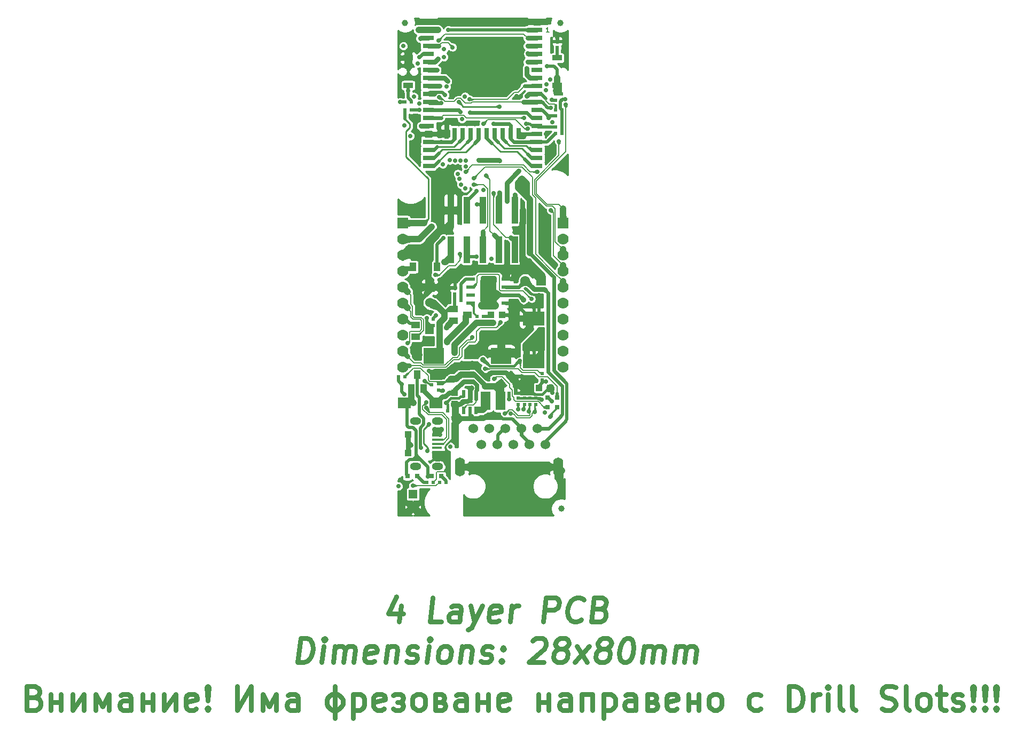
<source format=gbr>
G04 #@! TF.GenerationSoftware,KiCad,Pcbnew,5.1.6-c6e7f7d~87~ubuntu18.04.1*
G04 #@! TF.CreationDate,2022-10-06T15:06:41+03:00*
G04 #@! TF.ProjectId,ESP32-PoE_Rev_L,45535033-322d-4506-9f45-5f5265765f4c,L*
G04 #@! TF.SameCoordinates,Original*
G04 #@! TF.FileFunction,Copper,L1,Top*
G04 #@! TF.FilePolarity,Positive*
%FSLAX46Y46*%
G04 Gerber Fmt 4.6, Leading zero omitted, Abs format (unit mm)*
G04 Created by KiCad (PCBNEW 5.1.6-c6e7f7d~87~ubuntu18.04.1) date 2022-10-06 15:06:41*
%MOMM*%
%LPD*%
G01*
G04 APERTURE LIST*
G04 #@! TA.AperFunction,NonConductor*
%ADD10C,0.190500*%
G04 #@! TD*
G04 #@! TA.AperFunction,NonConductor*
%ADD11C,0.762000*%
G04 #@! TD*
%ADD12C,0.762000*%
G04 #@! TA.AperFunction,ComponentPad*
%ADD13R,1.524000X1.524000*%
G04 #@! TD*
G04 #@! TA.AperFunction,ComponentPad*
%ADD14C,1.524000*%
G04 #@! TD*
G04 #@! TA.AperFunction,SMDPad,CuDef*
%ADD15R,1.500000X0.900000*%
G04 #@! TD*
G04 #@! TA.AperFunction,SMDPad,CuDef*
%ADD16R,0.550000X1.200000*%
G04 #@! TD*
G04 #@! TA.AperFunction,SMDPad,CuDef*
%ADD17C,0.100000*%
G04 #@! TD*
G04 #@! TA.AperFunction,SMDPad,CuDef*
%ADD18R,1.600000X3.000000*%
G04 #@! TD*
G04 #@! TA.AperFunction,ComponentPad*
%ADD19O,1.600000X2.999999*%
G04 #@! TD*
G04 #@! TA.AperFunction,ComponentPad*
%ADD20R,0.400000X0.400000*%
G04 #@! TD*
G04 #@! TA.AperFunction,ComponentPad*
%ADD21R,1.422400X1.422400*%
G04 #@! TD*
G04 #@! TA.AperFunction,SMDPad,CuDef*
%ADD22R,0.500000X0.550000*%
G04 #@! TD*
G04 #@! TA.AperFunction,SMDPad,CuDef*
%ADD23R,1.016000X1.016000*%
G04 #@! TD*
G04 #@! TA.AperFunction,SMDPad,CuDef*
%ADD24R,0.800000X0.800000*%
G04 #@! TD*
G04 #@! TA.AperFunction,SMDPad,CuDef*
%ADD25R,0.550000X0.500000*%
G04 #@! TD*
G04 #@! TA.AperFunction,ComponentPad*
%ADD26C,1.778000*%
G04 #@! TD*
G04 #@! TA.AperFunction,ComponentPad*
%ADD27R,1.778000X1.778000*%
G04 #@! TD*
G04 #@! TA.AperFunction,SMDPad,CuDef*
%ADD28R,3.200000X2.500000*%
G04 #@! TD*
G04 #@! TA.AperFunction,SMDPad,CuDef*
%ADD29R,3.400000X2.200000*%
G04 #@! TD*
G04 #@! TA.AperFunction,SMDPad,CuDef*
%ADD30R,2.000000X1.700000*%
G04 #@! TD*
G04 #@! TA.AperFunction,ConnectorPad*
%ADD31C,1.000000*%
G04 #@! TD*
G04 #@! TA.AperFunction,SMDPad,CuDef*
%ADD32R,1.650000X0.500000*%
G04 #@! TD*
G04 #@! TA.AperFunction,SMDPad,CuDef*
%ADD33R,1.650000X0.325000*%
G04 #@! TD*
G04 #@! TA.AperFunction,SMDPad,CuDef*
%ADD34R,1.000000X1.100000*%
G04 #@! TD*
G04 #@! TA.AperFunction,ComponentPad*
%ADD35O,1.800000X1.200000*%
G04 #@! TD*
G04 #@! TA.AperFunction,SMDPad,CuDef*
%ADD36R,1.000000X1.400000*%
G04 #@! TD*
G04 #@! TA.AperFunction,SMDPad,CuDef*
%ADD37R,1.400000X1.000000*%
G04 #@! TD*
G04 #@! TA.AperFunction,SMDPad,CuDef*
%ADD38R,1.000000X4.250000*%
G04 #@! TD*
G04 #@! TA.AperFunction,SMDPad,CuDef*
%ADD39R,2.600000X3.500000*%
G04 #@! TD*
G04 #@! TA.AperFunction,SMDPad,CuDef*
%ADD40R,1.400000X0.600000*%
G04 #@! TD*
G04 #@! TA.AperFunction,ComponentPad*
%ADD41C,1.800000*%
G04 #@! TD*
G04 #@! TA.AperFunction,SMDPad,CuDef*
%ADD42R,1.800000X0.800000*%
G04 #@! TD*
G04 #@! TA.AperFunction,SMDPad,CuDef*
%ADD43R,0.800000X1.800000*%
G04 #@! TD*
G04 #@! TA.AperFunction,SMDPad,CuDef*
%ADD44R,3.900000X3.900000*%
G04 #@! TD*
G04 #@! TA.AperFunction,ComponentPad*
%ADD45C,1.500000*%
G04 #@! TD*
G04 #@! TA.AperFunction,ViaPad*
%ADD46C,0.700000*%
G04 #@! TD*
G04 #@! TA.AperFunction,ComponentPad*
%ADD47R,1.400000X1.400000*%
G04 #@! TD*
G04 #@! TA.AperFunction,ComponentPad*
%ADD48C,1.400000*%
G04 #@! TD*
G04 #@! TA.AperFunction,ViaPad*
%ADD49C,0.900000*%
G04 #@! TD*
G04 #@! TA.AperFunction,ViaPad*
%ADD50C,0.800000*%
G04 #@! TD*
G04 #@! TA.AperFunction,Conductor*
%ADD51C,0.762000*%
G04 #@! TD*
G04 #@! TA.AperFunction,Conductor*
%ADD52C,1.016000*%
G04 #@! TD*
G04 #@! TA.AperFunction,Conductor*
%ADD53C,0.508000*%
G04 #@! TD*
G04 #@! TA.AperFunction,Conductor*
%ADD54C,0.254000*%
G04 #@! TD*
G04 #@! TA.AperFunction,Conductor*
%ADD55C,0.406400*%
G04 #@! TD*
G04 #@! TA.AperFunction,Conductor*
%ADD56C,1.270000*%
G04 #@! TD*
G04 #@! TA.AperFunction,Conductor*
%ADD57C,0.609600*%
G04 #@! TD*
G04 #@! TA.AperFunction,Conductor*
%ADD58C,0.203200*%
G04 #@! TD*
G04 #@! TA.AperFunction,Conductor*
%ADD59C,0.152400*%
G04 #@! TD*
G04 #@! TA.AperFunction,Conductor*
%ADD60C,0.304800*%
G04 #@! TD*
G04 #@! TA.AperFunction,Conductor*
%ADD61C,0.660400*%
G04 #@! TD*
G04 #@! TA.AperFunction,Conductor*
%ADD62C,0.025400*%
G04 #@! TD*
G04 APERTURE END LIST*
D10*
X114644714Y-92927714D02*
X114209285Y-92927714D01*
X114427000Y-92927714D02*
X114427000Y-92165714D01*
X114354428Y-92274571D01*
X114281857Y-92347142D01*
X114209285Y-92383428D01*
D11*
X91179650Y-183905071D02*
X90862150Y-186445071D01*
X90453935Y-182453642D02*
X89206614Y-185175071D01*
X91565185Y-185175071D01*
X97575007Y-186445071D02*
X95760721Y-186445071D01*
X96236971Y-182635071D01*
X100477864Y-186445071D02*
X100727328Y-184449357D01*
X100591257Y-184086500D01*
X100251078Y-183905071D01*
X99525364Y-183905071D01*
X99139828Y-184086500D01*
X100500542Y-186263642D02*
X100115007Y-186445071D01*
X99207864Y-186445071D01*
X98867685Y-186263642D01*
X98731614Y-185900785D01*
X98776971Y-185537928D01*
X99003757Y-185175071D01*
X99389292Y-184993642D01*
X100296435Y-184993642D01*
X100681971Y-184812214D01*
X102246792Y-183905071D02*
X102836435Y-186445071D01*
X104061078Y-183905071D02*
X102836435Y-186445071D01*
X102360185Y-187352214D01*
X102156078Y-187533642D01*
X101770542Y-187715071D01*
X106669114Y-186263642D02*
X106283578Y-186445071D01*
X105557864Y-186445071D01*
X105217685Y-186263642D01*
X105081614Y-185900785D01*
X105263042Y-184449357D01*
X105489828Y-184086500D01*
X105875364Y-183905071D01*
X106601078Y-183905071D01*
X106941257Y-184086500D01*
X107077328Y-184449357D01*
X107031971Y-184812214D01*
X105172328Y-185175071D01*
X108460721Y-186445071D02*
X108778221Y-183905071D01*
X108687507Y-184630785D02*
X108914292Y-184267928D01*
X109118400Y-184086500D01*
X109503935Y-183905071D01*
X109866792Y-183905071D01*
X113722150Y-186445071D02*
X114198400Y-182635071D01*
X115649828Y-182635071D01*
X115990007Y-182816500D01*
X116148757Y-182997928D01*
X116284828Y-183360785D01*
X116216792Y-183905071D01*
X115990007Y-184267928D01*
X115785900Y-184449357D01*
X115400364Y-184630785D01*
X113948935Y-184630785D01*
X119754650Y-186082214D02*
X119550542Y-186263642D01*
X118983578Y-186445071D01*
X118620721Y-186445071D01*
X118099114Y-186263642D01*
X117781614Y-185900785D01*
X117645542Y-185537928D01*
X117554828Y-184812214D01*
X117622864Y-184267928D01*
X117895007Y-183542214D01*
X118121792Y-183179357D01*
X118530007Y-182816500D01*
X119096971Y-182635071D01*
X119459828Y-182635071D01*
X119981435Y-182816500D01*
X120140185Y-182997928D01*
X122861614Y-184449357D02*
X123383221Y-184630785D01*
X123541971Y-184812214D01*
X123678042Y-185175071D01*
X123610007Y-185719357D01*
X123383221Y-186082214D01*
X123179114Y-186263642D01*
X122793578Y-186445071D01*
X121342150Y-186445071D01*
X121818400Y-182635071D01*
X123088400Y-182635071D01*
X123428578Y-182816500D01*
X123587328Y-182997928D01*
X123723400Y-183360785D01*
X123678042Y-183723642D01*
X123451257Y-184086500D01*
X123247150Y-184267928D01*
X122861614Y-184449357D01*
X121591614Y-184449357D01*
X74805721Y-192922071D02*
X75281971Y-189112071D01*
X76189114Y-189112071D01*
X76710721Y-189293500D01*
X77028221Y-189656357D01*
X77164292Y-190019214D01*
X77255007Y-190744928D01*
X77186971Y-191289214D01*
X76914828Y-192014928D01*
X76688042Y-192377785D01*
X76279828Y-192740642D01*
X75712864Y-192922071D01*
X74805721Y-192922071D01*
X78615721Y-192922071D02*
X78933221Y-190382071D01*
X79091971Y-189112071D02*
X78887864Y-189293500D01*
X79046614Y-189474928D01*
X79250721Y-189293500D01*
X79091971Y-189112071D01*
X79046614Y-189474928D01*
X80430007Y-192922071D02*
X80747507Y-190382071D01*
X80702150Y-190744928D02*
X80906257Y-190563500D01*
X81291792Y-190382071D01*
X81836078Y-190382071D01*
X82176257Y-190563500D01*
X82312328Y-190926357D01*
X82062864Y-192922071D01*
X82312328Y-190926357D02*
X82539114Y-190563500D01*
X82924650Y-190382071D01*
X83468935Y-190382071D01*
X83809114Y-190563500D01*
X83945185Y-190926357D01*
X83695721Y-192922071D01*
X86984114Y-192740642D02*
X86598578Y-192922071D01*
X85872864Y-192922071D01*
X85532685Y-192740642D01*
X85396614Y-192377785D01*
X85578042Y-190926357D01*
X85804828Y-190563500D01*
X86190364Y-190382071D01*
X86916078Y-190382071D01*
X87256257Y-190563500D01*
X87392328Y-190926357D01*
X87346971Y-191289214D01*
X85487328Y-191652071D01*
X89093221Y-190382071D02*
X88775721Y-192922071D01*
X89047864Y-190744928D02*
X89251971Y-190563500D01*
X89637507Y-190382071D01*
X90181792Y-190382071D01*
X90521971Y-190563500D01*
X90658042Y-190926357D01*
X90408578Y-192922071D01*
X92064114Y-192740642D02*
X92404292Y-192922071D01*
X93130007Y-192922071D01*
X93515542Y-192740642D01*
X93742328Y-192377785D01*
X93765007Y-192196357D01*
X93628935Y-191833500D01*
X93288757Y-191652071D01*
X92744471Y-191652071D01*
X92404292Y-191470642D01*
X92268221Y-191107785D01*
X92290900Y-190926357D01*
X92517685Y-190563500D01*
X92903221Y-190382071D01*
X93447507Y-190382071D01*
X93787685Y-190563500D01*
X95307150Y-192922071D02*
X95624650Y-190382071D01*
X95783400Y-189112071D02*
X95579292Y-189293500D01*
X95738042Y-189474928D01*
X95942150Y-189293500D01*
X95783400Y-189112071D01*
X95738042Y-189474928D01*
X97665721Y-192922071D02*
X97325542Y-192740642D01*
X97166792Y-192559214D01*
X97030721Y-192196357D01*
X97166792Y-191107785D01*
X97393578Y-190744928D01*
X97597685Y-190563500D01*
X97983221Y-190382071D01*
X98527507Y-190382071D01*
X98867685Y-190563500D01*
X99026435Y-190744928D01*
X99162507Y-191107785D01*
X99026435Y-192196357D01*
X98799650Y-192559214D01*
X98595542Y-192740642D01*
X98210007Y-192922071D01*
X97665721Y-192922071D01*
X100886078Y-190382071D02*
X100568578Y-192922071D01*
X100840721Y-190744928D02*
X101044828Y-190563500D01*
X101430364Y-190382071D01*
X101974650Y-190382071D01*
X102314828Y-190563500D01*
X102450900Y-190926357D01*
X102201435Y-192922071D01*
X103856971Y-192740642D02*
X104197150Y-192922071D01*
X104922864Y-192922071D01*
X105308400Y-192740642D01*
X105535185Y-192377785D01*
X105557864Y-192196357D01*
X105421792Y-191833500D01*
X105081614Y-191652071D01*
X104537328Y-191652071D01*
X104197150Y-191470642D01*
X104061078Y-191107785D01*
X104083757Y-190926357D01*
X104310542Y-190563500D01*
X104696078Y-190382071D01*
X105240364Y-190382071D01*
X105580542Y-190563500D01*
X107145364Y-192559214D02*
X107304114Y-192740642D01*
X107100007Y-192922071D01*
X106941257Y-192740642D01*
X107145364Y-192559214D01*
X107100007Y-192922071D01*
X107394828Y-190563500D02*
X107553578Y-190744928D01*
X107349471Y-190926357D01*
X107190721Y-190744928D01*
X107394828Y-190563500D01*
X107349471Y-190926357D01*
X112066614Y-189474928D02*
X112270721Y-189293500D01*
X112656257Y-189112071D01*
X113563400Y-189112071D01*
X113903578Y-189293500D01*
X114062328Y-189474928D01*
X114198400Y-189837785D01*
X114153042Y-190200642D01*
X113903578Y-190744928D01*
X111454292Y-192922071D01*
X113812864Y-192922071D01*
X116262150Y-190744928D02*
X115921971Y-190563500D01*
X115763221Y-190382071D01*
X115627150Y-190019214D01*
X115649828Y-189837785D01*
X115876614Y-189474928D01*
X116080721Y-189293500D01*
X116466257Y-189112071D01*
X117191971Y-189112071D01*
X117532150Y-189293500D01*
X117690900Y-189474928D01*
X117826971Y-189837785D01*
X117804292Y-190019214D01*
X117577507Y-190382071D01*
X117373400Y-190563500D01*
X116987864Y-190744928D01*
X116262150Y-190744928D01*
X115876614Y-190926357D01*
X115672507Y-191107785D01*
X115445721Y-191470642D01*
X115355007Y-192196357D01*
X115491078Y-192559214D01*
X115649828Y-192740642D01*
X115990007Y-192922071D01*
X116715721Y-192922071D01*
X117101257Y-192740642D01*
X117305364Y-192559214D01*
X117532150Y-192196357D01*
X117622864Y-191470642D01*
X117486792Y-191107785D01*
X117328042Y-190926357D01*
X116987864Y-190744928D01*
X118711435Y-192922071D02*
X121024650Y-190382071D01*
X119028935Y-190382071D02*
X120707150Y-192922071D01*
X122975007Y-190744928D02*
X122634828Y-190563500D01*
X122476078Y-190382071D01*
X122340007Y-190019214D01*
X122362685Y-189837785D01*
X122589471Y-189474928D01*
X122793578Y-189293500D01*
X123179114Y-189112071D01*
X123904828Y-189112071D01*
X124245007Y-189293500D01*
X124403757Y-189474928D01*
X124539828Y-189837785D01*
X124517150Y-190019214D01*
X124290364Y-190382071D01*
X124086257Y-190563500D01*
X123700721Y-190744928D01*
X122975007Y-190744928D01*
X122589471Y-190926357D01*
X122385364Y-191107785D01*
X122158578Y-191470642D01*
X122067864Y-192196357D01*
X122203935Y-192559214D01*
X122362685Y-192740642D01*
X122702864Y-192922071D01*
X123428578Y-192922071D01*
X123814114Y-192740642D01*
X124018221Y-192559214D01*
X124245007Y-192196357D01*
X124335721Y-191470642D01*
X124199649Y-191107785D01*
X124040900Y-190926357D01*
X123700721Y-190744928D01*
X126989114Y-189112071D02*
X127351971Y-189112071D01*
X127692149Y-189293500D01*
X127850899Y-189474928D01*
X127986971Y-189837785D01*
X128077685Y-190563500D01*
X127964292Y-191470642D01*
X127692150Y-192196357D01*
X127465364Y-192559214D01*
X127261257Y-192740642D01*
X126875721Y-192922071D01*
X126512864Y-192922071D01*
X126172685Y-192740642D01*
X126013935Y-192559214D01*
X125877864Y-192196357D01*
X125787149Y-191470642D01*
X125900542Y-190563500D01*
X126172685Y-189837785D01*
X126399471Y-189474928D01*
X126603578Y-189293500D01*
X126989114Y-189112071D01*
X129415721Y-192922071D02*
X129733221Y-190382071D01*
X129687864Y-190744928D02*
X129891971Y-190563500D01*
X130277507Y-190382071D01*
X130821792Y-190382071D01*
X131161971Y-190563500D01*
X131298042Y-190926357D01*
X131048578Y-192922071D01*
X131298042Y-190926357D02*
X131524828Y-190563500D01*
X131910364Y-190382071D01*
X132454649Y-190382071D01*
X132794828Y-190563500D01*
X132930899Y-190926357D01*
X132681435Y-192922071D01*
X134495721Y-192922071D02*
X134813221Y-190382071D01*
X134767864Y-190744928D02*
X134971971Y-190563500D01*
X135357507Y-190382071D01*
X135901792Y-190382071D01*
X136241971Y-190563500D01*
X136378042Y-190926357D01*
X136128578Y-192922071D01*
X136378042Y-190926357D02*
X136604828Y-190563500D01*
X136990364Y-190382071D01*
X137534650Y-190382071D01*
X137874828Y-190563500D01*
X138010900Y-190926357D01*
X137761435Y-192922071D01*
D12*
X33147000Y-198482857D02*
X33691285Y-198664285D01*
X33872714Y-198845714D01*
X34054142Y-199208571D01*
X34054142Y-199752857D01*
X33872714Y-200115714D01*
X33691285Y-200297142D01*
X33328428Y-200478571D01*
X31877000Y-200478571D01*
X31877000Y-196668571D01*
X33147000Y-196668571D01*
X33509857Y-196850000D01*
X33691285Y-197031428D01*
X33872714Y-197394285D01*
X33872714Y-197757142D01*
X33691285Y-198120000D01*
X33509857Y-198301428D01*
X33147000Y-198482857D01*
X31877000Y-198482857D01*
X35687000Y-199208571D02*
X37319857Y-199208571D01*
X35687000Y-197938571D02*
X35687000Y-200478571D01*
X37319857Y-197938571D02*
X37319857Y-200478571D01*
X39134142Y-197938571D02*
X39134142Y-200478571D01*
X40948428Y-197938571D01*
X40948428Y-200478571D01*
X42762714Y-200478571D02*
X42762714Y-197938571D01*
X43851285Y-199934285D01*
X44939857Y-197938571D01*
X44939857Y-200478571D01*
X48386999Y-200478571D02*
X48386999Y-198482857D01*
X48205571Y-198120000D01*
X47842714Y-197938571D01*
X47116999Y-197938571D01*
X46754142Y-198120000D01*
X48386999Y-200297142D02*
X48024142Y-200478571D01*
X47116999Y-200478571D01*
X46754142Y-200297142D01*
X46572714Y-199934285D01*
X46572714Y-199571428D01*
X46754142Y-199208571D01*
X47116999Y-199027142D01*
X48024142Y-199027142D01*
X48386999Y-198845714D01*
X50201285Y-199208571D02*
X51834142Y-199208571D01*
X50201285Y-197938571D02*
X50201285Y-200478571D01*
X51834142Y-197938571D02*
X51834142Y-200478571D01*
X53648428Y-197938571D02*
X53648428Y-200478571D01*
X55462714Y-197938571D01*
X55462714Y-200478571D01*
X58728428Y-200297142D02*
X58365571Y-200478571D01*
X57639857Y-200478571D01*
X57276999Y-200297142D01*
X57095571Y-199934285D01*
X57095571Y-198482857D01*
X57276999Y-198120000D01*
X57639857Y-197938571D01*
X58365571Y-197938571D01*
X58728428Y-198120000D01*
X58909857Y-198482857D01*
X58909857Y-198845714D01*
X57095571Y-199208571D01*
X60542714Y-200115714D02*
X60724142Y-200297142D01*
X60542714Y-200478571D01*
X60361285Y-200297142D01*
X60542714Y-200115714D01*
X60542714Y-200478571D01*
X60542714Y-199027142D02*
X60361285Y-196850000D01*
X60542714Y-196668571D01*
X60724142Y-196850000D01*
X60542714Y-199027142D01*
X60542714Y-196668571D01*
X65259857Y-196668571D02*
X65259857Y-200478571D01*
X67436999Y-196668571D01*
X67436999Y-200478571D01*
X69251285Y-200478571D02*
X69251285Y-197938571D01*
X70339857Y-199934285D01*
X71428428Y-197938571D01*
X71428428Y-200478571D01*
X74875571Y-200478571D02*
X74875571Y-198482857D01*
X74694142Y-198120000D01*
X74331285Y-197938571D01*
X73605571Y-197938571D01*
X73242714Y-198120000D01*
X74875571Y-200297142D02*
X74512714Y-200478571D01*
X73605571Y-200478571D01*
X73242714Y-200297142D01*
X73061285Y-199934285D01*
X73061285Y-199571428D01*
X73242714Y-199208571D01*
X73605571Y-199027142D01*
X74512714Y-199027142D01*
X74875571Y-198845714D01*
X80681285Y-196668571D02*
X80681285Y-201748571D01*
X80318428Y-197938571D02*
X81044142Y-197938571D01*
X81406999Y-198120000D01*
X81769857Y-198482857D01*
X81951285Y-198845714D01*
X81951285Y-199571428D01*
X81769857Y-199934285D01*
X81406999Y-200297142D01*
X81044142Y-200478571D01*
X80318428Y-200478571D01*
X79955571Y-200297142D01*
X79592714Y-199934285D01*
X79411285Y-199571428D01*
X79411285Y-198845714D01*
X79592714Y-198482857D01*
X79955571Y-198120000D01*
X80318428Y-197938571D01*
X83584142Y-197938571D02*
X83584142Y-201748571D01*
X83584142Y-198120000D02*
X83946999Y-197938571D01*
X84672714Y-197938571D01*
X85035571Y-198120000D01*
X85216999Y-198301428D01*
X85398428Y-198664285D01*
X85398428Y-199752857D01*
X85216999Y-200115714D01*
X85035571Y-200297142D01*
X84672714Y-200478571D01*
X83946999Y-200478571D01*
X83584142Y-200297142D01*
X88482714Y-200297142D02*
X88119857Y-200478571D01*
X87394142Y-200478571D01*
X87031285Y-200297142D01*
X86849857Y-199934285D01*
X86849857Y-198482857D01*
X87031285Y-198120000D01*
X87394142Y-197938571D01*
X88119857Y-197938571D01*
X88482714Y-198120000D01*
X88664142Y-198482857D01*
X88664142Y-198845714D01*
X86849857Y-199208571D01*
X90659857Y-199208571D02*
X91022714Y-199208571D01*
X89934142Y-198120000D02*
X90296999Y-197938571D01*
X91022714Y-197938571D01*
X91385571Y-198120000D01*
X91566999Y-198482857D01*
X91566999Y-198664285D01*
X91385571Y-199027142D01*
X91022714Y-199208571D01*
X91385571Y-199390000D01*
X91566999Y-199752857D01*
X91566999Y-199934285D01*
X91385571Y-200297142D01*
X91022714Y-200478571D01*
X90296999Y-200478571D01*
X89934142Y-200297142D01*
X93744142Y-200478571D02*
X93381285Y-200297142D01*
X93199857Y-200115714D01*
X93018428Y-199752857D01*
X93018428Y-198664285D01*
X93199857Y-198301428D01*
X93381285Y-198120000D01*
X93744142Y-197938571D01*
X94288428Y-197938571D01*
X94651285Y-198120000D01*
X94832714Y-198301428D01*
X95014142Y-198664285D01*
X95014142Y-199752857D01*
X94832714Y-200115714D01*
X94651285Y-200297142D01*
X94288428Y-200478571D01*
X93744142Y-200478571D01*
X97554142Y-199208571D02*
X98098428Y-199390000D01*
X98279857Y-199752857D01*
X98279857Y-199934285D01*
X98098428Y-200297142D01*
X97735571Y-200478571D01*
X96646999Y-200478571D01*
X96646999Y-197938571D01*
X97554142Y-197938571D01*
X97916999Y-198120000D01*
X98098428Y-198482857D01*
X98098428Y-198664285D01*
X97916999Y-199027142D01*
X97554142Y-199208571D01*
X96646999Y-199208571D01*
X101545571Y-200478571D02*
X101545571Y-198482857D01*
X101364142Y-198120000D01*
X101001285Y-197938571D01*
X100275571Y-197938571D01*
X99912714Y-198120000D01*
X101545571Y-200297142D02*
X101182714Y-200478571D01*
X100275571Y-200478571D01*
X99912714Y-200297142D01*
X99731285Y-199934285D01*
X99731285Y-199571428D01*
X99912714Y-199208571D01*
X100275571Y-199027142D01*
X101182714Y-199027142D01*
X101545571Y-198845714D01*
X103359857Y-199208571D02*
X104992714Y-199208571D01*
X103359857Y-197938571D02*
X103359857Y-200478571D01*
X104992714Y-197938571D02*
X104992714Y-200478571D01*
X108258428Y-200297142D02*
X107895571Y-200478571D01*
X107169857Y-200478571D01*
X106806999Y-200297142D01*
X106625571Y-199934285D01*
X106625571Y-198482857D01*
X106806999Y-198120000D01*
X107169857Y-197938571D01*
X107895571Y-197938571D01*
X108258428Y-198120000D01*
X108439857Y-198482857D01*
X108439857Y-198845714D01*
X106625571Y-199208571D01*
X112975571Y-199208571D02*
X114608428Y-199208571D01*
X112975571Y-197938571D02*
X112975571Y-200478571D01*
X114608428Y-197938571D02*
X114608428Y-200478571D01*
X118055571Y-200478571D02*
X118055571Y-198482857D01*
X117874142Y-198120000D01*
X117511285Y-197938571D01*
X116785571Y-197938571D01*
X116422714Y-198120000D01*
X118055571Y-200297142D02*
X117692714Y-200478571D01*
X116785571Y-200478571D01*
X116422714Y-200297142D01*
X116241285Y-199934285D01*
X116241285Y-199571428D01*
X116422714Y-199208571D01*
X116785571Y-199027142D01*
X117692714Y-199027142D01*
X118055571Y-198845714D01*
X119869857Y-200478571D02*
X119869857Y-197938571D01*
X121502714Y-197938571D01*
X121502714Y-200478571D01*
X123316999Y-197938571D02*
X123316999Y-201748571D01*
X123316999Y-198120000D02*
X123679857Y-197938571D01*
X124405571Y-197938571D01*
X124768428Y-198120000D01*
X124949857Y-198301428D01*
X125131285Y-198664285D01*
X125131285Y-199752857D01*
X124949857Y-200115714D01*
X124768428Y-200297142D01*
X124405571Y-200478571D01*
X123679857Y-200478571D01*
X123316999Y-200297142D01*
X128396999Y-200478571D02*
X128396999Y-198482857D01*
X128215571Y-198120000D01*
X127852714Y-197938571D01*
X127126999Y-197938571D01*
X126764142Y-198120000D01*
X128396999Y-200297142D02*
X128034142Y-200478571D01*
X127126999Y-200478571D01*
X126764142Y-200297142D01*
X126582714Y-199934285D01*
X126582714Y-199571428D01*
X126764142Y-199208571D01*
X127126999Y-199027142D01*
X128034142Y-199027142D01*
X128396999Y-198845714D01*
X131118428Y-199208571D02*
X131662714Y-199390000D01*
X131844142Y-199752857D01*
X131844142Y-199934285D01*
X131662714Y-200297142D01*
X131299857Y-200478571D01*
X130211285Y-200478571D01*
X130211285Y-197938571D01*
X131118428Y-197938571D01*
X131481285Y-198120000D01*
X131662714Y-198482857D01*
X131662714Y-198664285D01*
X131481285Y-199027142D01*
X131118428Y-199208571D01*
X130211285Y-199208571D01*
X134928428Y-200297142D02*
X134565571Y-200478571D01*
X133839857Y-200478571D01*
X133476999Y-200297142D01*
X133295571Y-199934285D01*
X133295571Y-198482857D01*
X133476999Y-198120000D01*
X133839857Y-197938571D01*
X134565571Y-197938571D01*
X134928428Y-198120000D01*
X135109857Y-198482857D01*
X135109857Y-198845714D01*
X133295571Y-199208571D01*
X136742714Y-199208571D02*
X138375571Y-199208571D01*
X136742714Y-197938571D02*
X136742714Y-200478571D01*
X138375571Y-197938571D02*
X138375571Y-200478571D01*
X140734142Y-200478571D02*
X140371285Y-200297142D01*
X140189857Y-200115714D01*
X140008428Y-199752857D01*
X140008428Y-198664285D01*
X140189857Y-198301428D01*
X140371285Y-198120000D01*
X140734142Y-197938571D01*
X141278428Y-197938571D01*
X141641285Y-198120000D01*
X141822714Y-198301428D01*
X142004142Y-198664285D01*
X142004142Y-199752857D01*
X141822714Y-200115714D01*
X141641285Y-200297142D01*
X141278428Y-200478571D01*
X140734142Y-200478571D01*
X148172714Y-200297142D02*
X147809857Y-200478571D01*
X147084142Y-200478571D01*
X146721285Y-200297142D01*
X146539857Y-200115714D01*
X146358428Y-199752857D01*
X146358428Y-198664285D01*
X146539857Y-198301428D01*
X146721285Y-198120000D01*
X147084142Y-197938571D01*
X147809857Y-197938571D01*
X148172714Y-198120000D01*
X152708428Y-200478571D02*
X152708428Y-196668571D01*
X153615571Y-196668571D01*
X154159857Y-196850000D01*
X154522714Y-197212857D01*
X154704142Y-197575714D01*
X154885571Y-198301428D01*
X154885571Y-198845714D01*
X154704142Y-199571428D01*
X154522714Y-199934285D01*
X154159857Y-200297142D01*
X153615571Y-200478571D01*
X152708428Y-200478571D01*
X156518428Y-200478571D02*
X156518428Y-197938571D01*
X156518428Y-198664285D02*
X156699857Y-198301428D01*
X156881285Y-198120000D01*
X157244142Y-197938571D01*
X157606999Y-197938571D01*
X158876999Y-200478571D02*
X158876999Y-197938571D01*
X158876999Y-196668571D02*
X158695571Y-196850000D01*
X158876999Y-197031428D01*
X159058428Y-196850000D01*
X158876999Y-196668571D01*
X158876999Y-197031428D01*
X161235571Y-200478571D02*
X160872714Y-200297142D01*
X160691285Y-199934285D01*
X160691285Y-196668571D01*
X163231285Y-200478571D02*
X162868428Y-200297142D01*
X162686999Y-199934285D01*
X162686999Y-196668571D01*
X167404142Y-200297142D02*
X167948428Y-200478571D01*
X168855571Y-200478571D01*
X169218428Y-200297142D01*
X169399857Y-200115714D01*
X169581285Y-199752857D01*
X169581285Y-199390000D01*
X169399857Y-199027142D01*
X169218428Y-198845714D01*
X168855571Y-198664285D01*
X168129857Y-198482857D01*
X167766999Y-198301428D01*
X167585571Y-198120000D01*
X167404142Y-197757142D01*
X167404142Y-197394285D01*
X167585571Y-197031428D01*
X167766999Y-196850000D01*
X168129857Y-196668571D01*
X169036999Y-196668571D01*
X169581285Y-196850000D01*
X171758428Y-200478571D02*
X171395571Y-200297142D01*
X171214142Y-199934285D01*
X171214142Y-196668571D01*
X173754142Y-200478571D02*
X173391285Y-200297142D01*
X173209857Y-200115714D01*
X173028428Y-199752857D01*
X173028428Y-198664285D01*
X173209857Y-198301428D01*
X173391285Y-198120000D01*
X173754142Y-197938571D01*
X174298428Y-197938571D01*
X174661285Y-198120000D01*
X174842714Y-198301428D01*
X175024142Y-198664285D01*
X175024142Y-199752857D01*
X174842714Y-200115714D01*
X174661285Y-200297142D01*
X174298428Y-200478571D01*
X173754142Y-200478571D01*
X176112714Y-197938571D02*
X177564142Y-197938571D01*
X176656999Y-196668571D02*
X176656999Y-199934285D01*
X176838428Y-200297142D01*
X177201285Y-200478571D01*
X177564142Y-200478571D01*
X178652714Y-200297142D02*
X179015571Y-200478571D01*
X179741285Y-200478571D01*
X180104142Y-200297142D01*
X180285571Y-199934285D01*
X180285571Y-199752857D01*
X180104142Y-199390000D01*
X179741285Y-199208571D01*
X179196999Y-199208571D01*
X178834142Y-199027142D01*
X178652714Y-198664285D01*
X178652714Y-198482857D01*
X178834142Y-198120000D01*
X179196999Y-197938571D01*
X179741285Y-197938571D01*
X180104142Y-198120000D01*
X181918428Y-200115714D02*
X182099857Y-200297142D01*
X181918428Y-200478571D01*
X181736999Y-200297142D01*
X181918428Y-200115714D01*
X181918428Y-200478571D01*
X181918428Y-199027142D02*
X181736999Y-196850000D01*
X181918428Y-196668571D01*
X182099857Y-196850000D01*
X181918428Y-199027142D01*
X181918428Y-196668571D01*
X183732714Y-200115714D02*
X183914142Y-200297142D01*
X183732714Y-200478571D01*
X183551285Y-200297142D01*
X183732714Y-200115714D01*
X183732714Y-200478571D01*
X183732714Y-199027142D02*
X183551285Y-196850000D01*
X183732714Y-196668571D01*
X183914142Y-196850000D01*
X183732714Y-199027142D01*
X183732714Y-196668571D01*
X185546999Y-200115714D02*
X185728428Y-200297142D01*
X185546999Y-200478571D01*
X185365571Y-200297142D01*
X185546999Y-200115714D01*
X185546999Y-200478571D01*
X185546999Y-199027142D02*
X185365571Y-196850000D01*
X185546999Y-196668571D01*
X185728428Y-196850000D01*
X185546999Y-199027142D01*
X185546999Y-196668571D01*
D13*
X113391000Y-132334000D03*
D14*
X110891000Y-132334000D03*
D15*
X115959000Y-101364000D03*
X115959000Y-97010000D03*
X92321000Y-101364000D03*
X92321000Y-97010000D03*
D16*
X101158000Y-152938000D03*
X102108000Y-152938000D03*
X103058000Y-152938000D03*
X101158000Y-150338000D03*
X103058000Y-150338000D03*
G04 #@! TA.AperFunction,SMDPad,CuDef*
D17*
G36*
X109631759Y-147802495D02*
G01*
X108630985Y-148584385D01*
X107692717Y-147383457D01*
X108693491Y-146601567D01*
X109631759Y-147802495D01*
G37*
G04 #@! TD.AperFunction*
G04 #@! TA.AperFunction,SMDPad,CuDef*
G36*
X108030521Y-149053519D02*
G01*
X107029747Y-149835409D01*
X106091479Y-148634481D01*
X107092253Y-147852591D01*
X108030521Y-149053519D01*
G37*
G04 #@! TD.AperFunction*
D18*
X104591000Y-151384000D03*
X106991000Y-151384000D03*
D14*
X102616000Y-155806000D03*
X103886000Y-158346000D03*
X105156000Y-155806000D03*
X106426000Y-158346000D03*
X107696000Y-155806000D03*
X108966000Y-158346000D03*
X110236000Y-155806000D03*
X111506000Y-158346000D03*
X112776000Y-155806000D03*
X114046000Y-158346000D03*
D19*
X100531000Y-161946000D03*
X116131000Y-161946000D03*
D20*
X112044000Y-149344000D03*
X112044000Y-148344000D03*
X111244000Y-147544000D03*
X110244000Y-147544000D03*
X109444000Y-148344000D03*
X109444000Y-149344000D03*
X110244000Y-150144000D03*
X111244000Y-150144000D03*
D21*
X110744000Y-148844000D03*
D22*
X109347000Y-150241000D03*
X108331000Y-150241000D03*
D23*
X99695000Y-151892000D03*
X99695000Y-150114000D03*
D22*
X91821000Y-147574000D03*
X90805000Y-147574000D03*
X92837000Y-105283000D03*
X91821000Y-105283000D03*
D24*
X115951000Y-150876000D03*
X114427000Y-150876000D03*
X115951000Y-152400000D03*
X114427000Y-152400000D03*
D22*
X116713000Y-107950000D03*
X115697000Y-107950000D03*
X115697000Y-108966000D03*
X116713000Y-108966000D03*
X115697000Y-105283000D03*
X116713000Y-105283000D03*
X115697000Y-106172000D03*
X116713000Y-106172000D03*
X98552000Y-153035000D03*
X99568000Y-153035000D03*
D25*
X97155000Y-149733000D03*
X97155000Y-148717000D03*
X113538000Y-147066000D03*
X113538000Y-148082000D03*
D22*
X96266000Y-164338000D03*
X95250000Y-164338000D03*
D25*
X111633000Y-152019000D03*
X111633000Y-151003000D03*
X112522000Y-152019000D03*
X112522000Y-151003000D03*
X109728000Y-152019000D03*
X109728000Y-151003000D03*
X110744000Y-152019000D03*
X110744000Y-151003000D03*
D22*
X97282000Y-164338000D03*
X98298000Y-164338000D03*
D25*
X96266000Y-139446000D03*
X96266000Y-138430000D03*
X96075500Y-147828000D03*
X96075500Y-148844000D03*
D26*
X116840000Y-130840000D03*
X116840000Y-128300000D03*
X116840000Y-125760000D03*
D27*
X116840000Y-123220000D03*
D26*
X116840000Y-133380000D03*
X116840000Y-135920000D03*
X116840000Y-141000000D03*
X116840000Y-138460000D03*
X116840000Y-143540000D03*
X116840000Y-146080000D03*
X91440000Y-130840000D03*
X91440000Y-128300000D03*
X91440000Y-125760000D03*
D27*
X91440000Y-123220000D03*
D26*
X91440000Y-133380000D03*
X91440000Y-135920000D03*
X91440000Y-141000000D03*
X91440000Y-138460000D03*
X91440000Y-143540000D03*
X91440000Y-146080000D03*
D28*
X96377000Y-144272000D03*
X107077000Y-144272000D03*
D29*
X112217200Y-138332000D03*
X112217200Y-145132000D03*
D30*
X96734000Y-151765000D03*
X91734000Y-151765000D03*
D31*
X116586000Y-168529000D03*
X116459000Y-91440000D03*
X91821000Y-91440000D03*
D24*
X93726000Y-163322000D03*
X92202000Y-163322000D03*
D23*
X113030000Y-149352000D03*
X114808000Y-149352000D03*
D24*
X97536000Y-163322000D03*
X96012000Y-163322000D03*
D32*
X96876000Y-156854500D03*
D33*
X96876000Y-157592000D03*
X96876000Y-158242000D03*
X96876000Y-158892000D03*
D32*
X96876000Y-159629500D03*
D34*
X92326000Y-156742000D03*
X92326000Y-159742000D03*
D35*
X93476000Y-154642000D03*
X96946000Y-154642000D03*
X96946000Y-161842000D03*
X93476000Y-161842000D03*
D36*
X92839540Y-149479000D03*
X94742000Y-149479000D03*
X93786960Y-147269200D03*
D37*
X99476560Y-136845040D03*
X99476560Y-138747500D03*
X101686360Y-137792460D03*
D25*
X115951000Y-94361000D03*
X115951000Y-95377000D03*
X115697000Y-103759000D03*
X115697000Y-102743000D03*
X116586000Y-102743000D03*
X116586000Y-103759000D03*
D37*
X95715000Y-140335000D03*
X93515000Y-141285000D03*
X93515000Y-139385000D03*
D38*
X99060000Y-127458000D03*
X99060000Y-121208000D03*
X101600000Y-127458000D03*
X101600000Y-121208000D03*
X104140000Y-127458000D03*
X104140000Y-121208000D03*
X106680000Y-127458000D03*
X106680000Y-121208000D03*
X109220000Y-127458000D03*
X109220000Y-121208000D03*
D22*
X92837000Y-104013000D03*
X91821000Y-104013000D03*
X99695000Y-134493000D03*
X100711000Y-134493000D03*
X103251000Y-138049000D03*
X104267000Y-138049000D03*
X99695000Y-133477000D03*
X100711000Y-133477000D03*
X99695000Y-135509000D03*
X100711000Y-135509000D03*
D39*
X105029000Y-133985000D03*
D40*
X102229000Y-135890000D03*
X102229000Y-134620000D03*
X102229000Y-133350000D03*
X102229000Y-132080000D03*
X107829000Y-132080000D03*
X107829000Y-133350000D03*
X107829000Y-134620000D03*
X107829000Y-135890000D03*
D41*
X105029000Y-133985000D03*
D14*
X95758000Y-135870000D03*
D13*
X95758000Y-133370000D03*
D36*
X93096000Y-130175000D03*
X96896000Y-130175000D03*
D23*
X107188000Y-137795000D03*
X105410000Y-137795000D03*
D42*
X112740000Y-112898000D03*
X112740000Y-111628000D03*
X112740000Y-110358000D03*
X112740000Y-109088000D03*
X112740000Y-114168000D03*
X95540000Y-114168000D03*
X95540000Y-109088000D03*
X95540000Y-110358000D03*
X95540000Y-111628000D03*
X95540000Y-112898000D03*
X95540000Y-91308000D03*
X95540000Y-92578000D03*
X95540000Y-93848000D03*
X95540000Y-95118000D03*
X95540000Y-96388000D03*
X95540000Y-97658000D03*
X95540000Y-98928000D03*
X95540000Y-100198000D03*
X95540000Y-101468000D03*
X95540000Y-102738000D03*
X95540000Y-104008000D03*
X95540000Y-105278000D03*
X95540000Y-106548000D03*
X95540000Y-107818000D03*
D43*
X98425000Y-108968000D03*
X99695000Y-108968000D03*
X100965000Y-108968000D03*
X102235000Y-108968000D03*
X103505000Y-108968000D03*
X104775000Y-108968000D03*
X106045000Y-108968000D03*
X107315000Y-108968000D03*
X108585000Y-108968000D03*
X109855000Y-108968000D03*
D42*
X112740000Y-107818000D03*
X112740000Y-106548000D03*
X112740000Y-105278000D03*
X112740000Y-104008000D03*
X112740000Y-102738000D03*
X112740000Y-101468000D03*
X112740000Y-100198000D03*
X112740000Y-98928000D03*
X112740000Y-97658000D03*
X112740000Y-96388000D03*
X112740000Y-95118000D03*
X112740000Y-93848000D03*
X112740000Y-92578000D03*
X112740000Y-91308000D03*
D44*
X102640000Y-99108000D03*
D45*
X102640000Y-99108000D03*
D46*
X101940000Y-97708000D03*
X103340000Y-97708000D03*
X104040000Y-98408000D03*
X104040000Y-99808000D03*
X103340000Y-100508000D03*
X101940000Y-100508000D03*
X101240000Y-99808000D03*
X101240000Y-98408000D03*
D47*
X93070680Y-166230300D03*
D48*
X93073220Y-168259760D03*
D49*
X93218000Y-151765000D03*
X98425000Y-139827000D03*
D46*
X95463542Y-163408542D03*
D49*
X94869000Y-123189992D03*
X98330590Y-161163000D03*
D46*
X94234000Y-144145000D03*
X95631000Y-146685000D03*
D49*
X102489000Y-145542000D03*
D46*
X115189000Y-150114000D03*
X106045000Y-153797000D03*
D50*
X102362000Y-149352000D03*
D49*
X98330590Y-160210498D03*
D46*
X104902000Y-147828000D03*
D49*
X100965000Y-131064000D03*
D46*
X102362000Y-153847800D03*
D50*
X93853000Y-137414000D03*
D49*
X113411000Y-141224000D03*
X113411000Y-140208000D03*
X99568000Y-154305000D03*
X101981000Y-131064000D03*
X111084360Y-143040100D03*
X105283000Y-130606800D03*
D46*
X91059000Y-163957000D03*
X91948000Y-120523000D03*
X92329000Y-96012000D03*
X94107000Y-110363000D03*
D49*
X97028000Y-91313000D03*
X99695000Y-91313000D03*
X102235000Y-91313000D03*
X104775000Y-91313000D03*
X107315000Y-91313000D03*
X109220000Y-91313000D03*
X111125000Y-91313000D03*
X93980000Y-91313000D03*
X114300000Y-91313000D03*
D46*
X115951000Y-93726000D03*
D49*
X110490000Y-123190000D03*
X110490000Y-122174000D03*
X110490000Y-121158000D03*
D46*
X114173000Y-109093000D03*
X109489760Y-103067610D03*
X99172293Y-103011707D03*
D49*
X113411000Y-125349000D03*
X113411000Y-126365000D03*
X113411000Y-127381000D03*
X116840000Y-113792000D03*
X114935000Y-111887000D03*
X102235000Y-95885000D03*
X104775000Y-95885000D03*
X107315000Y-95885000D03*
X107315000Y-98425000D03*
X106045000Y-97155000D03*
X106045000Y-99695000D03*
X108585000Y-99695000D03*
X108585000Y-97155000D03*
X103505000Y-95885000D03*
X106045000Y-95885000D03*
X106045000Y-98425000D03*
X107315000Y-97155000D03*
X108585000Y-98425000D03*
X107315000Y-99695000D03*
X100965000Y-95885000D03*
D46*
X94361000Y-158877000D03*
D49*
X99674680Y-143771620D03*
X98092260Y-129433320D03*
D50*
X105791000Y-139065000D03*
D49*
X99060000Y-147980400D03*
D46*
X106807000Y-113284000D03*
X104267000Y-117983000D03*
D49*
X96012006Y-123825000D03*
X97028000Y-92583000D03*
D46*
X91059000Y-104013000D03*
X117228536Y-103542041D03*
X103505000Y-113194619D03*
D49*
X93980000Y-92539390D03*
D46*
X113969800Y-153314400D03*
X108356400Y-151155400D03*
X113510000Y-151250000D03*
X92329000Y-102235000D03*
X94246224Y-93923610D03*
X111308390Y-108250281D03*
X104267008Y-107442008D03*
D49*
X96520000Y-155956000D03*
X97536000Y-155956000D03*
X98501200Y-142123160D03*
D46*
X100375725Y-104018581D03*
X106807000Y-104718610D03*
X93218000Y-103124000D03*
X101325491Y-103111471D03*
X95278919Y-138270969D03*
X94107000Y-104267000D03*
X115062000Y-103693989D03*
X107950000Y-119761000D03*
X109855000Y-114935000D03*
D49*
X110363000Y-117221000D03*
X110363000Y-116205000D03*
X111633000Y-125984004D03*
X110363000Y-118237000D03*
D46*
X97282000Y-101473000D03*
X102743000Y-116078000D03*
X98552001Y-100711001D03*
X114229390Y-101232739D03*
X94107000Y-105283000D03*
X117276388Y-104393109D03*
X94107000Y-96900992D03*
D49*
X102108000Y-168783000D03*
X105283000Y-168783000D03*
X108204000Y-168783000D03*
X110998000Y-168783000D03*
X112522000Y-167132000D03*
X104013000Y-167132000D03*
X106934000Y-167132000D03*
X109601000Y-167132000D03*
X105918000Y-164846000D03*
X110871000Y-164846000D03*
X108204000Y-164846000D03*
X103632000Y-161946000D03*
X113030000Y-161946000D03*
D46*
X114173000Y-148336000D03*
X103124000Y-118110000D03*
X96730025Y-137874369D03*
X96647000Y-131445000D03*
X100558600Y-128168400D03*
X98298000Y-151765000D03*
X97795080Y-149816820D03*
X95231599Y-151654399D03*
X95231596Y-152512566D03*
D49*
X104140000Y-144907000D03*
D46*
X110007400Y-145084800D03*
X100838000Y-106721261D03*
X115189000Y-107193590D03*
X91716480Y-107718480D03*
X110998000Y-107442000D03*
X99016820Y-158666180D03*
X90805000Y-164973000D03*
X116205000Y-110236000D03*
X96872729Y-98904726D03*
X114808000Y-100457000D03*
X105918000Y-147955000D03*
X114808000Y-153924000D03*
X104521000Y-146304000D03*
X115089940Y-151483060D03*
X92760768Y-158419800D03*
X93091010Y-164846000D03*
X94932500Y-148272500D03*
X95613220Y-155110180D03*
X95377000Y-159385000D03*
X97028000Y-97155000D03*
X115626390Y-102235023D03*
X114935000Y-121158000D03*
X114300004Y-98298000D03*
X110605194Y-109462194D03*
X92633811Y-109397811D03*
X106807000Y-118420390D03*
X101427766Y-115061992D03*
X99360469Y-95320610D03*
X112776000Y-115070414D03*
X91310373Y-148796940D03*
X91742260Y-150373080D03*
X111318515Y-96326486D03*
X93853000Y-97917000D03*
X92188792Y-142297910D03*
X91567000Y-95123000D03*
X111252000Y-95123000D03*
X102489000Y-141351000D03*
X103136700Y-128554480D03*
X102108000Y-105664000D03*
X106934000Y-138938000D03*
X105537000Y-128905000D03*
X111125000Y-103067610D03*
X109220000Y-118745000D03*
X105843312Y-107442000D03*
X111830610Y-110363000D03*
X104648000Y-115697000D03*
X102743000Y-117094000D03*
X98406769Y-101582391D03*
X114201140Y-102136140D03*
X114554000Y-106553000D03*
X110728378Y-106506353D03*
X105847924Y-118434076D03*
X103251000Y-120269000D03*
X97530421Y-110332164D03*
X101427768Y-114209587D03*
X100613227Y-105564049D03*
X100619449Y-113284765D03*
X98165981Y-102884588D03*
X99767142Y-113271362D03*
X102023301Y-103601028D03*
X101471819Y-113276301D03*
X97534392Y-104140000D03*
X98914875Y-113255645D03*
X94361000Y-107823000D03*
X101346000Y-117729000D03*
X97155000Y-94234000D03*
X100711000Y-117094000D03*
X97998768Y-96858821D03*
X111125000Y-98679000D03*
X100457000Y-116205000D03*
X98005772Y-95612949D03*
X111252004Y-97663000D03*
X100187444Y-115396331D03*
X98679000Y-92583000D03*
X97228945Y-103256533D03*
X97825360Y-113883640D03*
X114942110Y-104902000D03*
X107642660Y-153441400D03*
X111429800Y-153085800D03*
X108595160Y-153469340D03*
X112395000Y-153162000D03*
X109728000Y-152781000D03*
X110617000Y-152781000D03*
X113080800Y-134645400D03*
X105029000Y-136271000D03*
X106045000Y-136271000D03*
X104013000Y-136271000D03*
D49*
X110617000Y-135382000D03*
D46*
X105918000Y-131953000D03*
X105029000Y-131953000D03*
X104140000Y-131953000D03*
X111887000Y-135255000D03*
X97917000Y-125603000D03*
D51*
X91734000Y-151765000D02*
X93218000Y-151765000D01*
X98425000Y-139827000D02*
X98425000Y-139700000D01*
X98425000Y-139700000D02*
X98679000Y-139446000D01*
D52*
X99377500Y-138747500D02*
X98679000Y-139446000D01*
X99476560Y-138747500D02*
X99377500Y-138747500D01*
X92837000Y-151409410D02*
X93192590Y-151765000D01*
X92837000Y-149481540D02*
X92837000Y-151409410D01*
X92839540Y-149479000D02*
X92837000Y-149481540D01*
D53*
X92169590Y-152113590D02*
X91757500Y-151701500D01*
X92169590Y-155415590D02*
X92169590Y-152113590D01*
X92433337Y-155679337D02*
X92169590Y-155415590D01*
X93049266Y-155679337D02*
X92433337Y-155679337D01*
X93548178Y-156178249D02*
X93049266Y-155679337D01*
X93174599Y-160698401D02*
X93548178Y-160324822D01*
X93548178Y-160324822D02*
X93548178Y-160350178D01*
X93548178Y-160350178D02*
X93896401Y-160698401D01*
X93896401Y-160698401D02*
X93174599Y-160698401D01*
X94277401Y-160698401D02*
X93896401Y-160698401D01*
X93548178Y-159969178D02*
X93548178Y-159943822D01*
X94277401Y-160698401D02*
X93548178Y-159969178D01*
X93548178Y-160324822D02*
X93548178Y-159943822D01*
X93548178Y-159943822D02*
X93548178Y-156178249D01*
X96012000Y-163322000D02*
X95550084Y-163322000D01*
X95463542Y-162913568D02*
X95463542Y-163408542D01*
X95550084Y-163322000D02*
X95463542Y-163408542D01*
X94277401Y-160698401D02*
X95463542Y-161884542D01*
X95463542Y-161884542D02*
X95463542Y-162913568D01*
D52*
X94838992Y-123220000D02*
X94869000Y-123189992D01*
X91440000Y-123220000D02*
X94838992Y-123220000D01*
D53*
X92075000Y-163195000D02*
X92202000Y-163322000D01*
X92075000Y-161172435D02*
X92075000Y-163195000D01*
X93174599Y-160698401D02*
X92549034Y-160698401D01*
X92549034Y-160698401D02*
X92075000Y-161172435D01*
D54*
X92583000Y-107442000D02*
X91821000Y-106680000D01*
X95504000Y-122554992D02*
X95504000Y-116205000D01*
X95504000Y-116205000D02*
X92004410Y-112705410D01*
X94869000Y-123189992D02*
X95504000Y-122554992D01*
X92004410Y-108635827D02*
X92583000Y-108057237D01*
X92004410Y-112705410D02*
X92004410Y-108635827D01*
X92583000Y-108057237D02*
X92583000Y-107442000D01*
D53*
X91821000Y-105283000D02*
X91821000Y-106680000D01*
D51*
X98399589Y-161231999D02*
X98330590Y-161163000D01*
D53*
X97345500Y-160782000D02*
X97414499Y-160713001D01*
X97880591Y-160713001D02*
X98330590Y-161163000D01*
X97414499Y-160713001D02*
X97880591Y-160713001D01*
X96710500Y-160782000D02*
X97345500Y-160782000D01*
X97345500Y-160782000D02*
X97345500Y-159639000D01*
X96402500Y-159629500D02*
X96393000Y-159639000D01*
X96876000Y-159629500D02*
X96402500Y-159629500D01*
X96393000Y-159639000D02*
X96393000Y-160464500D01*
X96393000Y-160464500D02*
X96710500Y-160782000D01*
X96075500Y-147828000D02*
X96075500Y-147070000D01*
X96075500Y-147070000D02*
X96079500Y-147066000D01*
X96079500Y-147066000D02*
X96393000Y-147066000D01*
X96012000Y-147066000D02*
X96393000Y-147066000D01*
X95631000Y-146685000D02*
X96012000Y-147066000D01*
D51*
X110714000Y-150144000D02*
X111244000Y-150144000D01*
X110244000Y-150144000D02*
X110714000Y-150144000D01*
D53*
X110244000Y-147544000D02*
X110206000Y-147544000D01*
D51*
X110744000Y-148044000D02*
X110744000Y-148844000D01*
X110244000Y-147544000D02*
X110744000Y-148044000D01*
D53*
X109944000Y-148844000D02*
X110744000Y-148844000D01*
D55*
X109444000Y-148344000D02*
X109944000Y-148844000D01*
D53*
X115189000Y-149733000D02*
X115189000Y-150114000D01*
D51*
X111244000Y-150144000D02*
X111984000Y-150144000D01*
D55*
X114808000Y-149352000D02*
X115062000Y-149352000D01*
X115189000Y-149733000D02*
X114808000Y-149352000D01*
D53*
X99568000Y-152019000D02*
X99695000Y-151892000D01*
X99568000Y-153035000D02*
X99568000Y-152019000D01*
D55*
X112044000Y-150144000D02*
X112268000Y-150368000D01*
X111984000Y-150144000D02*
X112044000Y-150144000D01*
X113538000Y-150368000D02*
X114554000Y-149352000D01*
X112268000Y-150368000D02*
X113538000Y-150368000D01*
X114554000Y-149352000D02*
X114808000Y-149352000D01*
D53*
X99695000Y-151892000D02*
X99695000Y-152654000D01*
X110147000Y-150241000D02*
X110244000Y-150144000D01*
X109347000Y-150241000D02*
X110147000Y-150241000D01*
X109347000Y-149441000D02*
X109444000Y-149344000D01*
X109347000Y-150241000D02*
X109347000Y-149441000D01*
X109444000Y-149344000D02*
X109444000Y-148344000D01*
D54*
X104521000Y-153924000D02*
X104648000Y-153797000D01*
D53*
X99568000Y-153035000D02*
X99568000Y-153162000D01*
D51*
X101092000Y-154178000D02*
X102362000Y-154178000D01*
X104267000Y-154178000D02*
X103251000Y-154178000D01*
X104648000Y-153797000D02*
X104267000Y-154178000D01*
X103251000Y-154178000D02*
X102362000Y-154178000D01*
X99695000Y-151892000D02*
X99949000Y-152146000D01*
D53*
X99695000Y-151892000D02*
X99568000Y-151892000D01*
D51*
X99568000Y-151892000D02*
X99568000Y-153035000D01*
D55*
X100076000Y-153416000D02*
X100838000Y-154178000D01*
X99949000Y-153416000D02*
X100076000Y-153416000D01*
D51*
X101092000Y-154178000D02*
X100838000Y-154178000D01*
X99949000Y-152146000D02*
X99949000Y-153416000D01*
D53*
X96075500Y-147828000D02*
X97663000Y-147828000D01*
X96075500Y-147828000D02*
X96393000Y-147828000D01*
X96393000Y-147828000D02*
X96774000Y-147447000D01*
X110236000Y-155806000D02*
X110236000Y-156083000D01*
D52*
X111916000Y-145034000D02*
X112141000Y-145259000D01*
X112141000Y-145259000D02*
X113411000Y-143989000D01*
D53*
X98209000Y-159629500D02*
X98330590Y-159751090D01*
X98330590Y-159751090D02*
X98330590Y-160210498D01*
X96876000Y-159629500D02*
X98209000Y-159629500D01*
D51*
X98330590Y-161163000D02*
X98330590Y-160210498D01*
X96774002Y-160210498D02*
X98330590Y-160210498D01*
X106045000Y-153797000D02*
X104648000Y-153797000D01*
X102489000Y-145589213D02*
X102489000Y-145542000D01*
X104727787Y-147828000D02*
X102489000Y-145589213D01*
X104902000Y-147828000D02*
X104727787Y-147828000D01*
D52*
X99060000Y-121208000D02*
X99060000Y-123205240D01*
X98927908Y-131064000D02*
X100965000Y-131064000D01*
X95758000Y-133370000D02*
X97643000Y-133370000D01*
X97643000Y-133370000D02*
X98125736Y-132887264D01*
X98125736Y-132887264D02*
X98125736Y-131866172D01*
X98125736Y-131866172D02*
X98927908Y-131064000D01*
D53*
X102108000Y-153924000D02*
X102362000Y-154178000D01*
X102108000Y-152938000D02*
X102108000Y-153924000D01*
X102362000Y-153847800D02*
X102362000Y-154178000D01*
D51*
X107797600Y-146964400D02*
X105410000Y-146964400D01*
X108426176Y-147592976D02*
X107797600Y-146964400D01*
X108662238Y-147592976D02*
X108426176Y-147592976D01*
X104902000Y-147472400D02*
X105410000Y-146964400D01*
X104902000Y-147828000D02*
X104902000Y-147472400D01*
D56*
X103095409Y-130429000D02*
X108839000Y-130429000D01*
D53*
X108916780Y-130506780D02*
X108839000Y-130429000D01*
X108916780Y-131717024D02*
X108916780Y-130506780D01*
X108553804Y-132080000D02*
X108916780Y-131717024D01*
X107829000Y-132080000D02*
X108553804Y-132080000D01*
D52*
X113411000Y-143989000D02*
X113411000Y-141224000D01*
D51*
X102108000Y-149606000D02*
X102362000Y-149352000D01*
X102108000Y-151130000D02*
X102108000Y-149606000D01*
X99695000Y-151892000D02*
X100584000Y-151892000D01*
X101752793Y-151485207D02*
X102108000Y-151130000D01*
X100584000Y-151892000D02*
X100990793Y-151485207D01*
X100990793Y-151485207D02*
X101752793Y-151485207D01*
X99949000Y-153924000D02*
X99949000Y-153416000D01*
X99568000Y-154305000D02*
X99949000Y-153924000D01*
X100838000Y-154178000D02*
X99695000Y-154178000D01*
X99695000Y-154178000D02*
X99568000Y-154305000D01*
X99568000Y-154305000D02*
X99568000Y-153035000D01*
D53*
X106045000Y-153797000D02*
X106807000Y-153797000D01*
X106807000Y-153797000D02*
X107315000Y-154305000D01*
X107315000Y-154305000D02*
X108839000Y-154305000D01*
X110236000Y-155702000D02*
X108839000Y-154305000D01*
X110236000Y-155806000D02*
X110236000Y-155702000D01*
D54*
X98209000Y-158508800D02*
X98209000Y-159629500D01*
X99568000Y-157149800D02*
X98209000Y-158508800D01*
X99568000Y-154305000D02*
X99568000Y-157149800D01*
D57*
X110236000Y-156829091D02*
X110236000Y-155806000D01*
X111506000Y-158099091D02*
X110236000Y-156829091D01*
X111506000Y-158346000D02*
X111506000Y-158099091D01*
D53*
X97750000Y-133477000D02*
X97643000Y-133370000D01*
X99695000Y-133477000D02*
X97750000Y-133477000D01*
D52*
X96606360Y-146852640D02*
X96520000Y-146939000D01*
X102489000Y-145542000D02*
X101981000Y-146050000D01*
X99420680Y-146050000D02*
X98618040Y-146852640D01*
X96520000Y-146939000D02*
X96393000Y-147066000D01*
X101981000Y-146050000D02*
X99420680Y-146050000D01*
X98618040Y-146852640D02*
X96606360Y-146852640D01*
D53*
X110188293Y-147488293D02*
X110244000Y-147544000D01*
D57*
X108766921Y-147488293D02*
X110188293Y-147488293D01*
D53*
X108662238Y-147592976D02*
X108766921Y-147488293D01*
D55*
X109625771Y-148162229D02*
X109625771Y-147806315D01*
X109444000Y-148344000D02*
X109625771Y-148162229D01*
D58*
X96876000Y-159629500D02*
X96152360Y-159629500D01*
D59*
X98369120Y-123896120D02*
X98496120Y-123896120D01*
D52*
X99060000Y-123205240D02*
X98369120Y-123896120D01*
D53*
X99060000Y-121208000D02*
X99060000Y-120015000D01*
X99060000Y-120015000D02*
X98933000Y-119888000D01*
D52*
X102460409Y-131064000D02*
X103095409Y-130429000D01*
X101981000Y-131064000D02*
X100965000Y-131064000D01*
X101981000Y-131064000D02*
X102460409Y-131064000D01*
D51*
X93853000Y-135786681D02*
X93853000Y-137414000D01*
X95758000Y-133881681D02*
X93853000Y-135786681D01*
X95758000Y-133370000D02*
X95758000Y-133881681D01*
D53*
X112112000Y-145132000D02*
X112217200Y-145132000D01*
D52*
X111084360Y-143040100D02*
X111084360Y-144104360D01*
D53*
X111084360Y-144104360D02*
X112112000Y-145132000D01*
D52*
X99060000Y-121666000D02*
X99060000Y-120015000D01*
D57*
X92321000Y-96020000D02*
X92329000Y-96012000D01*
X92321000Y-97010000D02*
X92321000Y-96020000D01*
X95540000Y-109088000D02*
X98303000Y-109088000D01*
X98303000Y-109088000D02*
X98425000Y-108966000D01*
X95540000Y-109088000D02*
X94493000Y-109088000D01*
X94107000Y-109474000D02*
X94107000Y-110363000D01*
X94493000Y-109088000D02*
X94107000Y-109474000D01*
D52*
X95540000Y-91308000D02*
X97023000Y-91308000D01*
X97023000Y-91308000D02*
X97028000Y-91313000D01*
X111130000Y-91308000D02*
X111125000Y-91313000D01*
X112740000Y-91308000D02*
X111130000Y-91308000D01*
X109728000Y-91313000D02*
X107315000Y-91313000D01*
X111125000Y-91313000D02*
X109728000Y-91313000D01*
X109728000Y-91313000D02*
X109220000Y-91313000D01*
X107315000Y-91313000D02*
X104775000Y-91313000D01*
X104775000Y-91313000D02*
X102235000Y-91313000D01*
X102235000Y-91313000D02*
X99695000Y-91313000D01*
X99695000Y-91313000D02*
X97028000Y-91313000D01*
X95540000Y-91308000D02*
X93985000Y-91308000D01*
X93985000Y-91308000D02*
X93980000Y-91313000D01*
X112740000Y-91308000D02*
X114295000Y-91308000D01*
X114295000Y-91308000D02*
X114300000Y-91313000D01*
D53*
X115951000Y-94361000D02*
X115951000Y-93726000D01*
D52*
X110490000Y-122174000D02*
X110490000Y-121158000D01*
X95758000Y-133370000D02*
X95518204Y-133130204D01*
X95518204Y-133130204D02*
X95518204Y-127747796D01*
X91470000Y-128270000D02*
X91440000Y-128300000D01*
X95518204Y-127747796D02*
X94996000Y-128270000D01*
X94996000Y-128270000D02*
X91470000Y-128270000D01*
X95518204Y-126096796D02*
X95518204Y-127747796D01*
X98369120Y-123896120D02*
X97718880Y-123896120D01*
X97718880Y-123896120D02*
X95518204Y-126096796D01*
X110490000Y-123190000D02*
X110490000Y-122174000D01*
D56*
X113391000Y-132187000D02*
X113391000Y-132334000D01*
X111633000Y-130429000D02*
X113391000Y-132187000D01*
D52*
X110490000Y-129286000D02*
X110490000Y-130001722D01*
X110490000Y-130001722D02*
X110062722Y-130429000D01*
D56*
X108839000Y-130429000D02*
X109601000Y-130429000D01*
D52*
X110062722Y-130429000D02*
X109601000Y-130429000D01*
D56*
X109601000Y-130429000D02*
X111633000Y-130429000D01*
D52*
X111633000Y-130429000D02*
X110490000Y-129286000D01*
X113411000Y-141224000D02*
X113411000Y-140208000D01*
D59*
X98330590Y-162400410D02*
X98330590Y-161163000D01*
X96917390Y-162670610D02*
X98060390Y-162670610D01*
X98060390Y-162670610D02*
X98330590Y-162400410D01*
X96774000Y-162814000D02*
X96917390Y-162670610D01*
X96266000Y-164338000D02*
X96774000Y-163830000D01*
X96774000Y-163830000D02*
X96774000Y-162814000D01*
D52*
X110464589Y-129260589D02*
X110464589Y-123215411D01*
X110490000Y-129286000D02*
X110464589Y-129260589D01*
X110464589Y-123215411D02*
X110490000Y-123190000D01*
D53*
X94234000Y-155702000D02*
X94234000Y-157734000D01*
X94812516Y-154189023D02*
X94812516Y-155123484D01*
X93786960Y-150555960D02*
X94112080Y-150881080D01*
X93786960Y-147269200D02*
X93786960Y-150555960D01*
X94112080Y-153488587D02*
X94812516Y-154189023D01*
X94112080Y-150881080D02*
X94112080Y-153488587D01*
X94812516Y-155123484D02*
X94234000Y-155702000D01*
X94234000Y-157734000D02*
X94234000Y-158750000D01*
X94234000Y-158750000D02*
X94361000Y-158877000D01*
X115959000Y-97010000D02*
X115951000Y-97002000D01*
X115959000Y-97010000D02*
X115959000Y-95385000D01*
X115959000Y-95385000D02*
X115951000Y-95377000D01*
D59*
X92284750Y-147085250D02*
X93129500Y-146240500D01*
D60*
X91821000Y-147574000D02*
X91821000Y-147549000D01*
X91821000Y-147549000D02*
X92284750Y-147085250D01*
D59*
X94297500Y-146240500D02*
X95504000Y-147447000D01*
X95504000Y-148129482D02*
X95710518Y-148336000D01*
X93129500Y-146240500D02*
X94297500Y-146240500D01*
X95504000Y-147447000D02*
X95504000Y-148129482D01*
X95710518Y-148336000D02*
X96774000Y-148336000D01*
X97536000Y-148336000D02*
X97663000Y-148336000D01*
X97663000Y-148336000D02*
X96774000Y-148336000D01*
X96901000Y-148463000D02*
X97282000Y-148463000D01*
X96901000Y-148463000D02*
X96774000Y-148336000D01*
X97155000Y-148717000D02*
X96901000Y-148463000D01*
X97282000Y-148463000D02*
X97409000Y-148463000D01*
X97155000Y-148717000D02*
X97409000Y-148463000D01*
X97409000Y-148463000D02*
X97536000Y-148336000D01*
D52*
X98092260Y-129433320D02*
X98201480Y-129433320D01*
X99060000Y-128574800D02*
X99060000Y-127458000D01*
X98201480Y-129433320D02*
X99060000Y-128574800D01*
X99674680Y-143771620D02*
X99674680Y-142514320D01*
X103124000Y-139065000D02*
X105791000Y-139065000D01*
X99674680Y-142514320D02*
X103124000Y-139065000D01*
X106991000Y-151384000D02*
X106991000Y-149975175D01*
X107061000Y-149905175D02*
X106991000Y-149975175D01*
X107061000Y-148844000D02*
X107061000Y-149905175D01*
X106991000Y-149975175D02*
X106126505Y-149110680D01*
X106126505Y-149110680D02*
X104526304Y-149110680D01*
D51*
X104526304Y-148935090D02*
X104526304Y-149110680D01*
X102832110Y-147240896D02*
X104526304Y-148935090D01*
X102656520Y-147240896D02*
X102832110Y-147240896D01*
D52*
X100663104Y-147240896D02*
X102656520Y-147240896D01*
X99928680Y-147975320D02*
X100663104Y-147240896D01*
X99065080Y-147975320D02*
X99928680Y-147975320D01*
X99060000Y-147980400D02*
X99065080Y-147975320D01*
D53*
X116713000Y-105283000D02*
X116713000Y-106172000D01*
X116713000Y-106172000D02*
X116713000Y-107950000D01*
X116713000Y-107950000D02*
X116713000Y-108966000D01*
D52*
X91440000Y-125760000D02*
X94077006Y-125760000D01*
X94077006Y-125760000D02*
X96012006Y-123825000D01*
X95540000Y-92578000D02*
X97023000Y-92578000D01*
X97023000Y-92578000D02*
X97028000Y-92583000D01*
D53*
X91821000Y-104013000D02*
X91059000Y-104013000D01*
X116459000Y-105029000D02*
X116713000Y-105283000D01*
X116586000Y-103759000D02*
X116459000Y-103886000D01*
X116459000Y-103886000D02*
X116459000Y-105029000D01*
X116586000Y-103759000D02*
X116802959Y-103542041D01*
X116802959Y-103542041D02*
X117228536Y-103542041D01*
D51*
X106717619Y-113194619D02*
X106807000Y-113284000D01*
X103505000Y-113194619D02*
X106717619Y-113194619D01*
D52*
X94018610Y-92578000D02*
X93980000Y-92539390D01*
X95540000Y-92578000D02*
X94018610Y-92578000D01*
D60*
X98653600Y-147980400D02*
X98298000Y-148336000D01*
X99060000Y-147980400D02*
X98653600Y-147980400D01*
X99568000Y-148336000D02*
X99928680Y-147975320D01*
X98298000Y-148336000D02*
X99568000Y-148336000D01*
D59*
X98298000Y-148336000D02*
X97663000Y-148336000D01*
D60*
X97155000Y-148717000D02*
X97256600Y-148818600D01*
X97256600Y-148818600D02*
X97815400Y-148818600D01*
X97155000Y-148717000D02*
X97332800Y-148539200D01*
X97332800Y-148539200D02*
X98069400Y-148539200D01*
X98069400Y-148539200D02*
X98082100Y-148551900D01*
X97815400Y-148818600D02*
X98082100Y-148551900D01*
X98082100Y-148551900D02*
X98298000Y-148336000D01*
D55*
X109728000Y-151003000D02*
X110744000Y-151003000D01*
D53*
X108331000Y-151130000D02*
X108356400Y-151155400D01*
X108331000Y-150241000D02*
X108331000Y-151130000D01*
X107592000Y-155806000D02*
X107696000Y-155806000D01*
X106553000Y-156845000D02*
X107592000Y-155806000D01*
X106553000Y-158219000D02*
X106553000Y-156845000D01*
X106426000Y-158346000D02*
X106553000Y-158219000D01*
D55*
X110744000Y-151003000D02*
X111633000Y-151003000D01*
X111633000Y-151003000D02*
X112522000Y-151003000D01*
X113263000Y-151003000D02*
X113510000Y-151250000D01*
X112522000Y-151003000D02*
X113263000Y-151003000D01*
D53*
X92321000Y-101364000D02*
X92339000Y-101346000D01*
D51*
X91851000Y-130429000D02*
X91440000Y-130840000D01*
X92842000Y-130429000D02*
X91851000Y-130429000D01*
X93096000Y-130175000D02*
X92842000Y-130429000D01*
D53*
X92321000Y-102227000D02*
X92329000Y-102235000D01*
X92321000Y-101364000D02*
X92321000Y-102227000D01*
X92837000Y-104013000D02*
X92837000Y-103862474D01*
X92329000Y-103354474D02*
X92329000Y-102235000D01*
X92837000Y-103862474D02*
X92329000Y-103354474D01*
D51*
X95540000Y-93848000D02*
X94321834Y-93848000D01*
X94321834Y-93848000D02*
X94246224Y-93923610D01*
D55*
X104972000Y-151568000D02*
X104972000Y-151003000D01*
D53*
X104591000Y-151949000D02*
X104591000Y-151384000D01*
X103962420Y-152577580D02*
X104591000Y-151949000D01*
X103418420Y-152577580D02*
X103962420Y-152577580D01*
X103058000Y-152938000D02*
X103418420Y-152577580D01*
X104234526Y-153067474D02*
X104648000Y-152654000D01*
X103187474Y-153067474D02*
X104234526Y-153067474D01*
X103058000Y-152938000D02*
X103187474Y-153067474D01*
D59*
X110790281Y-108250281D02*
X109347000Y-106807000D01*
X111308390Y-108250281D02*
X110790281Y-108250281D01*
X109347000Y-106807000D02*
X104902016Y-106807000D01*
X104902016Y-106807000D02*
X104267008Y-107442008D01*
D54*
X96626000Y-156942000D02*
X96804000Y-156942000D01*
D53*
X96876000Y-156854500D02*
X96520000Y-156498500D01*
D51*
X96520000Y-155956000D02*
X97282000Y-156718000D01*
X96520000Y-155956000D02*
X96520000Y-156498500D01*
D53*
X97536000Y-156194500D02*
X96876000Y-156854500D01*
X97536000Y-155956000D02*
X97536000Y-156194500D01*
D51*
X97536000Y-155956000D02*
X96520000Y-155956000D01*
X101686360Y-137792460D02*
X101429820Y-138049000D01*
D52*
X101429820Y-138981180D02*
X101429820Y-138049000D01*
X98501200Y-141909800D02*
X101429820Y-138981180D01*
X98501200Y-142123160D02*
X98501200Y-141909800D01*
D54*
X101075754Y-104718610D02*
X106807000Y-104718610D01*
X100375725Y-104018581D02*
X101075754Y-104718610D01*
D53*
X96135000Y-140335000D02*
X95758000Y-140335000D01*
X96139000Y-140331000D02*
X96135000Y-140335000D01*
X96266000Y-139446000D02*
X96139000Y-139573000D01*
X96139000Y-139573000D02*
X96139000Y-140331000D01*
X95758000Y-139446000D02*
X96266000Y-139446000D01*
X95715000Y-140335000D02*
X95715000Y-139489000D01*
X95715000Y-139489000D02*
X95758000Y-139446000D01*
X95278919Y-138966919D02*
X95278919Y-138270969D01*
X95758000Y-139446000D02*
X95278919Y-138966919D01*
X95307838Y-139446000D02*
X95758000Y-139446000D01*
X95278919Y-138966919D02*
X95278919Y-139417081D01*
X95278919Y-139417081D02*
X95307838Y-139446000D01*
X95278919Y-138966919D02*
X95278919Y-140179081D01*
X115697000Y-103759000D02*
X115570000Y-103759000D01*
X115697000Y-103759000D02*
X115127011Y-103759000D01*
X115127011Y-103759000D02*
X115062000Y-103693989D01*
D52*
X97282000Y-143367000D02*
X96377000Y-144272000D01*
X97282000Y-139065000D02*
X97282000Y-143367000D01*
X98044000Y-137562126D02*
X98044000Y-138303000D01*
X98044000Y-138303000D02*
X97282000Y-139065000D01*
X96351874Y-135870000D02*
X98044000Y-137562126D01*
X95758000Y-135870000D02*
X96351874Y-135870000D01*
D53*
X99695000Y-135509000D02*
X99695000Y-135128000D01*
X99695000Y-134493000D02*
X99695000Y-135128000D01*
X99695000Y-135509000D02*
X99695000Y-136017000D01*
X99695000Y-136626600D02*
X99695000Y-136017000D01*
X99476560Y-136845040D02*
X99695000Y-136626600D01*
X98509626Y-137096500D02*
X98044000Y-137562126D01*
X99476560Y-136845040D02*
X99225100Y-137096500D01*
X99225100Y-137096500D02*
X98509626Y-137096500D01*
X98509626Y-137096500D02*
X98954126Y-136652000D01*
X98954126Y-136652000D02*
X99441000Y-136652000D01*
D57*
X110891000Y-132334000D02*
X109875000Y-133350000D01*
X107829000Y-133350000D02*
X109875000Y-133350000D01*
X114490118Y-134302118D02*
X114046000Y-133858000D01*
X114490118Y-146826369D02*
X114490118Y-134302118D01*
X116056746Y-148392997D02*
X114490118Y-146826369D01*
X116056746Y-148392997D02*
X116713000Y-149049251D01*
X114577000Y-155806000D02*
X116459000Y-153924000D01*
X112776000Y-155806000D02*
X114577000Y-155806000D01*
D53*
X116796629Y-153586371D02*
X116459000Y-153924000D01*
X116796629Y-149132880D02*
X116796629Y-153586371D01*
X116713000Y-149049251D02*
X116796629Y-149132880D01*
D51*
X113907327Y-133719327D02*
X114046000Y-133858000D01*
X112276327Y-133719327D02*
X113907327Y-133719327D01*
X110891000Y-132334000D02*
X112276327Y-133719327D01*
X109855000Y-114935000D02*
X107950000Y-116840000D01*
X107950000Y-119761000D02*
X107950000Y-116840000D01*
D53*
X117500400Y-154406600D02*
X117221000Y-154686000D01*
X117500400Y-148697392D02*
X117500400Y-154406600D01*
X117139008Y-148336000D02*
X117500400Y-148697392D01*
D57*
X114046000Y-157861000D02*
X117221000Y-154686000D01*
X114046000Y-158346000D02*
X114046000Y-157861000D01*
X115402774Y-146599766D02*
X115402774Y-131787176D01*
X117139008Y-148336000D02*
X115402774Y-146599766D01*
D52*
X110363000Y-116205000D02*
X110363000Y-118237000D01*
X111658410Y-119532410D02*
X111658410Y-125984004D01*
X110363000Y-118237000D02*
X111658410Y-119532410D01*
X111633000Y-125984004D02*
X111658400Y-126009404D01*
X111658400Y-126009404D02*
X111658400Y-127990600D01*
D57*
X111658400Y-128042802D02*
X111658400Y-127990600D01*
X115402774Y-131787176D02*
X111658400Y-128042802D01*
D52*
X111125000Y-118999000D02*
X111658410Y-119532410D01*
X110363000Y-116205000D02*
X111125000Y-116967000D01*
X111125000Y-116967000D02*
X111125000Y-118999000D01*
X110363000Y-118237000D02*
X109728000Y-117602000D01*
X109728000Y-116840000D02*
X110363000Y-116205000D01*
X109728000Y-117602000D02*
X109728000Y-116840000D01*
X116840000Y-133380000D02*
X116840000Y-132461000D01*
D51*
X97277000Y-101468000D02*
X97282000Y-101473000D01*
X95540000Y-101468000D02*
X97277000Y-101468000D01*
D59*
X104521000Y-114300000D02*
X110363000Y-114300000D01*
X110363000Y-114300000D02*
X112014000Y-115951000D01*
X115379500Y-131000500D02*
X116840000Y-132461000D01*
X102743000Y-116078000D02*
X104521000Y-114300000D01*
X112014000Y-115951000D02*
X112014000Y-118745000D01*
X112014000Y-118745000D02*
X112522000Y-119253000D01*
X112522000Y-128143000D02*
X115379500Y-131000500D01*
X112522000Y-119253000D02*
X112522000Y-128143000D01*
D51*
X98039000Y-100198000D02*
X98552001Y-100711001D01*
X95540000Y-100198000D02*
X98039000Y-100198000D01*
D53*
X92837000Y-105283000D02*
X94107000Y-105283000D01*
D52*
X116840000Y-123220000D02*
X116840000Y-120904000D01*
D57*
X94619992Y-96388000D02*
X94107000Y-96900992D01*
X95540000Y-96388000D02*
X94619992Y-96388000D01*
D59*
X114349323Y-120218189D02*
X112649000Y-118517866D01*
X116840000Y-120904000D02*
X116154189Y-120218189D01*
X116154189Y-120218189D02*
X114349323Y-120218189D01*
X117276388Y-111857421D02*
X117276388Y-104888083D01*
X112649000Y-116484809D02*
X117276388Y-111857421D01*
X112649000Y-118517866D02*
X112649000Y-116484809D01*
X117276388Y-104888083D02*
X117276388Y-104393109D01*
D52*
X102108000Y-168783000D02*
X102108000Y-167640000D01*
X108204000Y-168783000D02*
X105283000Y-168783000D01*
X110998000Y-167132000D02*
X110998000Y-168783000D01*
D53*
X116713000Y-162528000D02*
X116713000Y-165100000D01*
D52*
X116131000Y-161946000D02*
X116713000Y-162528000D01*
X110998000Y-167132000D02*
X112522000Y-167132000D01*
X109601000Y-167132000D02*
X110998000Y-167132000D01*
X109601000Y-167132000D02*
X106934000Y-167132000D01*
X105918000Y-164846000D02*
X108204000Y-164846000D01*
X100531000Y-161946000D02*
X103632000Y-161946000D01*
X113030000Y-161946000D02*
X116131000Y-161946000D01*
D51*
X108204000Y-161967000D02*
X108183000Y-161946000D01*
X108204000Y-164846000D02*
X108204000Y-161967000D01*
X103632000Y-161946000D02*
X108183000Y-161946000D01*
X108183000Y-161946000D02*
X113030000Y-161946000D01*
D53*
X113030000Y-149352000D02*
X113030000Y-149098000D01*
X113792000Y-148336000D02*
X114173000Y-148336000D01*
X113538000Y-148463000D02*
X113601500Y-148526500D01*
X113538000Y-148082000D02*
X113538000Y-148463000D01*
X113601500Y-148526500D02*
X113792000Y-148336000D01*
X113030000Y-149098000D02*
X113601500Y-148526500D01*
D57*
X101600000Y-121208000D02*
X101600000Y-119634000D01*
X101600000Y-119634000D02*
X103124000Y-118110000D01*
D53*
X96266000Y-138338394D02*
X96730025Y-137874369D01*
X96266000Y-138430000D02*
X96266000Y-138338394D01*
D59*
X100558600Y-129184400D02*
X100558600Y-128168400D01*
X96647000Y-131445000D02*
X97321422Y-131445000D01*
X97321422Y-131445000D02*
X98773737Y-129992685D01*
X99750315Y-129992685D02*
X100558600Y-129184400D01*
X98773737Y-129992685D02*
X99750315Y-129992685D01*
D55*
X98552000Y-153035000D02*
X98552000Y-152019000D01*
X98552000Y-152019000D02*
X98298000Y-151765000D01*
X100994625Y-150719375D02*
X101158000Y-150556000D01*
X98298000Y-151765000D02*
X99060000Y-151003000D01*
X101158000Y-150556000D02*
X101158000Y-150338000D01*
X100355400Y-151003000D02*
X100639025Y-150719375D01*
X99060000Y-151003000D02*
X100355400Y-151003000D01*
X100639025Y-150719375D02*
X100994625Y-150719375D01*
X97711260Y-149733000D02*
X97155000Y-149733000D01*
X97795080Y-149816820D02*
X97711260Y-149733000D01*
D60*
X96876000Y-157592000D02*
X97805000Y-157592000D01*
D58*
X98010740Y-157592000D02*
X97805000Y-157592000D01*
X98399600Y-157203140D02*
X98010740Y-157592000D01*
X98399600Y-154401520D02*
X98399600Y-157203140D01*
X97645220Y-153647140D02*
X98399600Y-154401520D01*
X95231599Y-151654399D02*
X94627595Y-152258403D01*
X94627595Y-152258403D02*
X94627595Y-152762765D01*
X94627595Y-152762765D02*
X95511970Y-153647140D01*
X95511970Y-153647140D02*
X97645220Y-153647140D01*
X97790000Y-153289000D02*
X98755895Y-154254895D01*
X95231596Y-152512566D02*
X95231588Y-152512574D01*
X95231588Y-152512574D02*
X95231588Y-152861648D01*
X95231588Y-152861648D02*
X95658940Y-153289000D01*
X95658940Y-153289000D02*
X97790000Y-153289000D01*
D60*
X96876000Y-158242000D02*
X97865130Y-158242000D01*
D58*
X98755895Y-157351235D02*
X98755895Y-154254895D01*
X97865130Y-158242000D02*
X98755895Y-157351235D01*
D51*
X94742000Y-149773000D02*
X96734000Y-151765000D01*
X94742000Y-149479000D02*
X94742000Y-149773000D01*
D55*
X96734000Y-151765000D02*
X96734000Y-151678000D01*
D54*
X103058000Y-150338000D02*
X103058000Y-151064000D01*
X101158000Y-152588000D02*
X101473000Y-152273000D01*
X101158000Y-152938000D02*
X101158000Y-152588000D01*
D59*
X101651183Y-152094817D02*
X101473000Y-152273000D01*
X102667183Y-152094817D02*
X101651183Y-152094817D01*
X103058000Y-151704000D02*
X102667183Y-152094817D01*
D51*
X101086693Y-148341307D02*
X102562043Y-148341307D01*
X99695000Y-149733000D02*
X101086693Y-148341307D01*
X99695000Y-150114000D02*
X99695000Y-149733000D01*
D57*
X102621307Y-148341307D02*
X102562043Y-148341307D01*
X103058000Y-149926000D02*
X103251000Y-149733000D01*
D61*
X103251000Y-149733000D02*
X103251000Y-148971000D01*
D57*
X103058000Y-150338000D02*
X103058000Y-149926000D01*
D61*
X103251000Y-148971000D02*
X102621307Y-148341307D01*
D51*
X99695000Y-150114000D02*
X98806000Y-150114000D01*
X98806000Y-150114000D02*
X98171000Y-150749000D01*
X97750000Y-150749000D02*
X98171000Y-150749000D01*
X96734000Y-151765000D02*
X97750000Y-150749000D01*
D59*
X103058000Y-151064000D02*
X103058000Y-151196000D01*
D57*
X103058000Y-150338000D02*
X103058000Y-151196000D01*
D59*
X103058000Y-151196000D02*
X103058000Y-151704000D01*
D54*
X113411000Y-146939000D02*
X113157000Y-146939000D01*
X113538000Y-147066000D02*
X113411000Y-146939000D01*
D53*
X104267000Y-144907000D02*
X105029000Y-145669000D01*
X104140000Y-144907000D02*
X104267000Y-144907000D01*
D55*
X105257600Y-145897600D02*
X105029000Y-145669000D01*
X109067439Y-145897600D02*
X105257600Y-145897600D01*
X109880239Y-145084800D02*
X109067439Y-145897600D01*
X110007400Y-145084800D02*
X109880239Y-145084800D01*
D59*
X110007400Y-145084800D02*
X110109000Y-145186400D01*
X112826800Y-146608800D02*
X113157000Y-146939000D01*
X110515400Y-146608800D02*
X112826800Y-146608800D01*
X110109000Y-145186400D02*
X110109000Y-146202400D01*
X110109000Y-146202400D02*
X110515400Y-146608800D01*
D52*
X91470000Y-133380000D02*
X92202000Y-134112000D01*
X91440000Y-133380000D02*
X91470000Y-133380000D01*
D59*
X94348549Y-138176000D02*
X94748412Y-138575863D01*
X92710000Y-134620000D02*
X92710000Y-136108702D01*
X93013399Y-136412101D02*
X93013399Y-137937881D01*
X93013399Y-137937881D02*
X93251518Y-138176000D01*
X94748412Y-138575863D02*
X94748412Y-140251588D01*
X92202000Y-134112000D02*
X92710000Y-134620000D01*
X93251518Y-138176000D02*
X94348549Y-138176000D01*
X92710000Y-136108702D02*
X93013399Y-136412101D01*
D60*
X93715000Y-141285000D02*
X94259000Y-140741000D01*
X93515000Y-141285000D02*
X93715000Y-141285000D01*
D59*
X94748412Y-140251588D02*
X94259000Y-140741000D01*
D53*
X112872000Y-107950000D02*
X112740000Y-107818000D01*
X115697000Y-107950000D02*
X112872000Y-107950000D01*
D55*
X112740000Y-107818000D02*
X112009000Y-107818000D01*
X111633000Y-107442000D02*
X110998000Y-107442000D01*
X112009000Y-107818000D02*
X111633000Y-107442000D01*
D52*
X116840000Y-127381000D02*
X116840000Y-128300000D01*
D51*
X95540000Y-98928000D02*
X96849455Y-98928000D01*
X96849455Y-98928000D02*
X96872729Y-98904726D01*
D59*
X116205000Y-110730974D02*
X116205000Y-110236000D01*
X112344189Y-118644123D02*
X112344189Y-116358553D01*
X115189000Y-120523000D02*
X114223066Y-120523000D01*
X116205000Y-112497742D02*
X116205000Y-110730974D01*
X116840000Y-127381000D02*
X115620811Y-126161811D01*
X115620811Y-126161811D02*
X115620811Y-120954811D01*
X115620811Y-120954811D02*
X115189000Y-120523000D01*
X114223066Y-120523000D02*
X112344189Y-118644123D01*
X112344189Y-116358553D02*
X116205000Y-112497742D01*
D55*
X114427000Y-152400000D02*
X113919000Y-152400000D01*
D59*
X107213400Y-147574000D02*
X106299000Y-147574000D01*
X112931950Y-151511000D02*
X109347000Y-151511000D01*
X109347000Y-151511000D02*
X109093000Y-151257000D01*
X113820950Y-152400000D02*
X112931950Y-151511000D01*
X106299000Y-147574000D02*
X105918000Y-147955000D01*
X113919000Y-152400000D02*
X113820950Y-152400000D01*
X108417427Y-149311427D02*
X108417427Y-148778027D01*
X109093000Y-151257000D02*
X109093000Y-150876000D01*
X109093000Y-150876000D02*
X108839000Y-150622000D01*
X108839000Y-150622000D02*
X108839000Y-149733000D01*
X108417427Y-148778027D02*
X107213400Y-147574000D01*
X108839000Y-149733000D02*
X108417427Y-149311427D01*
D60*
X114808000Y-153730214D02*
X114808000Y-153924000D01*
X115951000Y-152587214D02*
X114808000Y-153730214D01*
X115951000Y-152400000D02*
X115951000Y-152587214D01*
D59*
X114427000Y-147574000D02*
X115951000Y-149098000D01*
X113030000Y-147574000D02*
X114427000Y-147574000D01*
X109776260Y-146354800D02*
X110360460Y-146939000D01*
X104521000Y-146304000D02*
X104571800Y-146354800D01*
X104571800Y-146354800D02*
X109776260Y-146354800D01*
X112395000Y-146939000D02*
X113030000Y-147574000D01*
X110360460Y-146939000D02*
X112395000Y-146939000D01*
D53*
X115951000Y-150876000D02*
X115951000Y-150241000D01*
D59*
X115951000Y-149098000D02*
X115951000Y-150241000D01*
D53*
X114482880Y-150876000D02*
X114427000Y-150876000D01*
X115089940Y-151483060D02*
X114482880Y-150876000D01*
X97536000Y-163322000D02*
X98298000Y-164084000D01*
X98298000Y-164084000D02*
X98298000Y-164338000D01*
X95250000Y-164338000D02*
X94742000Y-164338000D01*
X94742000Y-164338000D02*
X93726000Y-163322000D01*
X105410000Y-137795000D02*
X105156000Y-138049000D01*
X105156000Y-138049000D02*
X104267000Y-138049000D01*
D51*
X92326000Y-157985032D02*
X92760768Y-158419800D01*
X92326000Y-156742000D02*
X92326000Y-157985032D01*
X92326000Y-159742000D02*
X92326000Y-157985032D01*
D58*
X97282000Y-164338000D02*
X96752999Y-164867001D01*
X96752999Y-164867001D02*
X93112011Y-164867001D01*
X93112011Y-164867001D02*
X93091010Y-164846000D01*
D54*
X95838901Y-148971000D02*
X96075500Y-148971000D01*
X95584901Y-148717000D02*
X95838901Y-148971000D01*
X95948500Y-148717000D02*
X95584901Y-148717000D01*
X96075500Y-148844000D02*
X95948500Y-148717000D01*
X95584901Y-148717000D02*
X95140401Y-148272500D01*
X95140401Y-148272500D02*
X95123000Y-148272500D01*
X95123000Y-148272500D02*
X94932500Y-148272500D01*
X94773001Y-158146001D02*
X95377000Y-158750000D01*
X95377000Y-158750000D02*
X95377000Y-159385000D01*
X95613220Y-155110180D02*
X94773001Y-155950399D01*
X94773001Y-155950399D02*
X94773001Y-158146001D01*
D53*
X115959000Y-101364000D02*
X116096000Y-101364000D01*
X115697000Y-102743000D02*
X116078000Y-102743000D01*
X116586000Y-102743000D02*
X116078000Y-102743000D01*
D52*
X116840000Y-130840000D02*
X116840000Y-129921000D01*
D53*
X115626390Y-101670610D02*
X115951000Y-101346000D01*
X115697000Y-102743000D02*
X115626390Y-102672390D01*
X115626390Y-102672390D02*
X115626390Y-101670610D01*
D51*
X95540000Y-97658000D02*
X96525000Y-97658000D01*
X96525000Y-97658000D02*
X97028000Y-97155000D01*
D59*
X115316000Y-121539000D02*
X114935000Y-121158000D01*
X116840000Y-129921000D02*
X115316000Y-128397000D01*
X115316000Y-128397000D02*
X115316000Y-121539000D01*
D53*
X115959000Y-102624000D02*
X116078000Y-102743000D01*
X115959000Y-101364000D02*
X115959000Y-102624000D01*
X115959000Y-101364000D02*
X116459000Y-101864000D01*
X116459000Y-101864000D02*
X116459000Y-102743000D01*
X115429974Y-98298000D02*
X114300004Y-98298000D01*
X115959000Y-98827026D02*
X115429974Y-98298000D01*
D52*
X115959000Y-101364000D02*
X115959000Y-100195000D01*
D53*
X115959000Y-100195000D02*
X115959000Y-98827026D01*
X91851000Y-138460000D02*
X91440000Y-138460000D01*
X92535961Y-139144961D02*
X91851000Y-138460000D01*
X93274961Y-139144961D02*
X92535961Y-139144961D01*
X93515000Y-139385000D02*
X93274961Y-139144961D01*
D57*
X109855000Y-108968000D02*
X109980000Y-109093000D01*
X111511000Y-109088000D02*
X111506000Y-109093000D01*
X112740000Y-109088000D02*
X111511000Y-109088000D01*
X109980000Y-109093000D02*
X110617000Y-109093000D01*
X110617000Y-109093000D02*
X110998000Y-109093000D01*
X110998000Y-109093000D02*
X111506000Y-109093000D01*
D55*
X110617000Y-109450388D02*
X110605194Y-109462194D01*
X110617000Y-109093000D02*
X110617000Y-109450388D01*
D57*
X110998000Y-109093000D02*
X110628806Y-109462194D01*
X110628806Y-109462194D02*
X110605194Y-109462194D01*
X110111000Y-108968000D02*
X110605194Y-109462194D01*
X109855000Y-108968000D02*
X110111000Y-108968000D01*
D51*
X110605194Y-109462194D02*
X109866806Y-109462194D01*
X109866806Y-109462194D02*
X109855000Y-109474000D01*
X106680000Y-121208000D02*
X106807000Y-121081000D01*
X106807000Y-121081000D02*
X106807000Y-118420390D01*
X106807000Y-118872000D02*
X106807000Y-118420390D01*
X106553000Y-119126000D02*
X106807000Y-118872000D01*
X97150000Y-95118000D02*
X97155000Y-95123000D01*
X95540000Y-95118000D02*
X97150000Y-95118000D01*
D59*
X98654859Y-94615000D02*
X99360469Y-95320610D01*
X97155000Y-95123000D02*
X97663000Y-94615000D01*
X97663000Y-94615000D02*
X98654859Y-94615000D01*
X111641414Y-115070414D02*
X112776000Y-115070414D01*
X110566189Y-113995189D02*
X111641414Y-115070414D01*
X101427766Y-115061992D02*
X102494569Y-113995189D01*
X102494569Y-113995189D02*
X110566189Y-113995189D01*
D53*
X90805000Y-148082000D02*
X90805000Y-147574000D01*
X91310373Y-148796940D02*
X90805000Y-148291567D01*
X90805000Y-148291567D02*
X90805000Y-148082000D01*
X91742260Y-150373080D02*
X91310373Y-149941193D01*
X91310373Y-149941193D02*
X91310373Y-148796940D01*
D51*
X111380029Y-96388000D02*
X111318515Y-96326486D01*
X112740000Y-96388000D02*
X111380029Y-96388000D01*
D52*
X92202000Y-136682000D02*
X91440000Y-135920000D01*
D59*
X92557601Y-140487399D02*
X92557601Y-141929101D01*
X94143881Y-140367601D02*
X92677399Y-140367601D01*
X94443601Y-140067881D02*
X94143881Y-140367601D01*
X94443601Y-138702119D02*
X94443601Y-140067881D01*
X92538791Y-141947911D02*
X92188792Y-142297910D01*
X92202000Y-136682000D02*
X92202000Y-136779000D01*
X92202000Y-136779000D02*
X92708588Y-137285588D01*
X92708588Y-138111088D02*
X93091000Y-138493500D01*
X92708588Y-137285588D02*
X92708588Y-138111088D01*
X93091000Y-138493500D02*
X94234982Y-138493500D01*
X92557601Y-141929101D02*
X92538791Y-141947911D01*
X92677399Y-140367601D02*
X92557601Y-140487399D01*
X94234982Y-138493500D02*
X94443601Y-138702119D01*
D51*
X111257000Y-95118000D02*
X111252000Y-95123000D01*
X112740000Y-95118000D02*
X111257000Y-95118000D01*
D52*
X91440000Y-143540000D02*
X91473500Y-143573500D01*
D51*
X91440000Y-143540000D02*
X91440000Y-143637000D01*
X91440000Y-143637000D02*
X92202000Y-144399000D01*
D53*
X101600000Y-128397000D02*
X101600000Y-127458000D01*
X101727000Y-128524000D02*
X101600000Y-128397000D01*
X103106220Y-128524000D02*
X101727000Y-128524000D01*
X103136700Y-128554480D02*
X103106220Y-128524000D01*
D57*
X111080683Y-105664000D02*
X102108000Y-105664000D01*
X111964683Y-106548000D02*
X111080683Y-105664000D01*
X112740000Y-106548000D02*
X111964683Y-106548000D01*
D59*
X94334134Y-145415000D02*
X93218000Y-145415000D01*
X94694323Y-145775189D02*
X94334134Y-145415000D01*
X99420190Y-144526000D02*
X98171001Y-145775189D01*
X102108000Y-141732000D02*
X101727000Y-141732000D01*
X100457000Y-143002000D02*
X100457000Y-144145000D01*
X93218000Y-145415000D02*
X92202000Y-144399000D01*
X102489000Y-141351000D02*
X102108000Y-141732000D01*
X98171001Y-145775189D02*
X94694323Y-145775189D01*
X100457000Y-144145000D02*
X100076000Y-144526000D01*
X101727000Y-141732000D02*
X100457000Y-143002000D01*
X100076000Y-144526000D02*
X99420190Y-144526000D01*
D51*
X91440000Y-146080000D02*
X91724000Y-145796000D01*
X91724000Y-145796000D02*
X92456000Y-145796000D01*
D53*
X112740000Y-102738000D02*
X113406000Y-102738000D01*
X113406000Y-102738000D02*
X114173000Y-103505000D01*
D51*
X112740000Y-102738000D02*
X111454610Y-102738000D01*
X111454610Y-102738000D02*
X111125000Y-103067610D01*
D58*
X115473999Y-104297999D02*
X115697000Y-104521000D01*
X114645079Y-104297999D02*
X115473999Y-104297999D01*
X114173000Y-103505000D02*
X114173000Y-103825920D01*
X114173000Y-103825920D02*
X114645079Y-104297999D01*
D55*
X115697000Y-105283000D02*
X115697000Y-104521000D01*
D59*
X103759000Y-139827000D02*
X106299000Y-139827000D01*
X103187500Y-141795500D02*
X103187500Y-140398500D01*
X102870000Y-142113000D02*
X103187500Y-141795500D01*
X101854000Y-142113000D02*
X102870000Y-142113000D01*
X100838000Y-143129000D02*
X101854000Y-142113000D01*
X106934000Y-139192000D02*
X106934000Y-138938000D01*
X100838000Y-144399000D02*
X100838000Y-143129000D01*
X106299000Y-139827000D02*
X106934000Y-139192000D01*
X94284067Y-145796000D02*
X94568067Y-146080000D01*
X94568067Y-146080000D02*
X98316260Y-146080000D01*
X92456000Y-145796000D02*
X94284067Y-145796000D01*
X103187500Y-140398500D02*
X103759000Y-139827000D01*
X98316260Y-146080000D02*
X99489260Y-144907000D01*
X99489260Y-144907000D02*
X100330000Y-144907000D01*
X100330000Y-144907000D02*
X100838000Y-144399000D01*
D51*
X109220000Y-121208000D02*
X109220000Y-118745000D01*
D57*
X108585000Y-109855000D02*
X108585000Y-108968000D01*
X109093000Y-110363000D02*
X108585000Y-109855000D01*
X112740000Y-110358000D02*
X112395000Y-110358000D01*
X112390000Y-110363000D02*
X109093000Y-110363000D01*
X112395000Y-110358000D02*
X112390000Y-110363000D01*
D53*
X114305000Y-110358000D02*
X115697000Y-108966000D01*
X112740000Y-110358000D02*
X114305000Y-110358000D01*
D51*
X106680000Y-127458000D02*
X106680000Y-125857000D01*
X106680000Y-125857000D02*
X105918000Y-125095000D01*
D57*
X108331000Y-107442000D02*
X105843312Y-107442000D01*
X108585000Y-108968000D02*
X108585000Y-107696000D01*
X108585000Y-107696000D02*
X108331000Y-107442000D01*
D59*
X105918000Y-125095000D02*
X105269322Y-124446322D01*
X105269322Y-116318322D02*
X104648000Y-115697000D01*
X105269322Y-124446322D02*
X105269322Y-116318322D01*
D51*
X104140000Y-127458000D02*
X104140000Y-124587000D01*
D53*
X114935000Y-106172000D02*
X114554000Y-106553000D01*
X115697000Y-106172000D02*
X114935000Y-106172000D01*
X114554000Y-106305513D02*
X114554000Y-106553000D01*
X112740000Y-105278000D02*
X113526487Y-105278000D01*
X114420488Y-106172000D02*
X114296744Y-106048256D01*
X114935000Y-106172000D02*
X114420488Y-106172000D01*
X113526487Y-105278000D02*
X114296744Y-106048256D01*
X114296744Y-106048256D02*
X114554000Y-106305513D01*
D59*
X104140000Y-124587000D02*
X104964511Y-123762489D01*
X104964511Y-117791511D02*
X104267000Y-117094000D01*
X104964511Y-123762489D02*
X104964511Y-117791511D01*
X104267000Y-117094000D02*
X102743000Y-117094000D01*
D57*
X95540000Y-106548000D02*
X97531000Y-106548000D01*
D51*
X109220000Y-127458000D02*
X109220000Y-126111000D01*
X109220000Y-126111000D02*
X108585000Y-125476000D01*
D59*
X110724214Y-106502189D02*
X110728378Y-106506353D01*
X101516519Y-106502189D02*
X110724214Y-106502189D01*
X101156981Y-106142651D02*
X101516519Y-106502189D01*
X97531000Y-106548000D02*
X97936349Y-106142651D01*
X97936349Y-106142651D02*
X101156981Y-106142651D01*
X108585000Y-125476000D02*
X107823000Y-125476000D01*
X105847924Y-123500924D02*
X105847924Y-118434076D01*
X107823000Y-125476000D02*
X105847924Y-123500924D01*
D55*
X104140000Y-121208000D02*
X104140000Y-120777000D01*
D53*
X103632000Y-120269000D02*
X104140000Y-120777000D01*
X103251000Y-120269000D02*
X103632000Y-120269000D01*
D57*
X99695000Y-108968000D02*
X99695000Y-109855000D01*
X99695000Y-109855000D02*
X99187000Y-110363000D01*
X99187000Y-110363000D02*
X96647000Y-110363000D01*
X96642000Y-110358000D02*
X96647000Y-110363000D01*
X95540000Y-110358000D02*
X96642000Y-110358000D01*
X100327178Y-105278000D02*
X100613227Y-105564049D01*
X95540000Y-105278000D02*
X100327178Y-105278000D01*
D53*
X95540000Y-102738000D02*
X95789000Y-102489000D01*
X97770393Y-102489000D02*
X98165981Y-102884588D01*
X95789000Y-102489000D02*
X96901000Y-102489000D01*
X96901000Y-102489000D02*
X97770393Y-102489000D01*
X96520000Y-102870000D02*
X96901000Y-102489000D01*
X95540000Y-102738000D02*
X95672000Y-102870000D01*
X95672000Y-102870000D02*
X96520000Y-102870000D01*
D57*
X112740000Y-101468000D02*
X110749000Y-101468000D01*
D59*
X109728000Y-102489000D02*
X110749000Y-101468000D01*
X109156500Y-102489000D02*
X109728000Y-102489000D01*
X102023301Y-103601028D02*
X108044472Y-103601028D01*
X108044472Y-103601028D02*
X109156500Y-102489000D01*
D57*
X95540000Y-104008000D02*
X95672000Y-104140000D01*
D53*
X95540000Y-104008000D02*
X95662000Y-103886000D01*
X96774000Y-103886000D02*
X97028000Y-104140000D01*
X95662000Y-103886000D02*
X96774000Y-103886000D01*
D57*
X95672000Y-104140000D02*
X97028000Y-104140000D01*
X97028000Y-104140000D02*
X97534392Y-104140000D01*
D51*
X94366000Y-107818000D02*
X94361000Y-107823000D01*
X95540000Y-107818000D02*
X94366000Y-107818000D01*
X111257000Y-93848000D02*
X111252000Y-93853000D01*
X112740000Y-93848000D02*
X111257000Y-93848000D01*
D59*
X98171000Y-93218000D02*
X97155000Y-94234000D01*
X111252000Y-93853000D02*
X110617000Y-93218000D01*
X110617000Y-93218000D02*
X98171000Y-93218000D01*
D51*
X112740000Y-100198000D02*
X111628000Y-100198000D01*
X111125000Y-99695000D02*
X111125000Y-98679000D01*
X111628000Y-100198000D02*
X111125000Y-99695000D01*
X111252000Y-97663000D02*
X111252004Y-97663000D01*
X111257004Y-97658000D02*
X111252004Y-97663000D01*
X112740000Y-97658000D02*
X111257004Y-97658000D01*
X111257000Y-92578000D02*
X111252000Y-92583000D01*
X112740000Y-92578000D02*
X111257000Y-92578000D01*
D53*
X98679000Y-92583000D02*
X111252000Y-92583000D01*
X114447136Y-104902000D02*
X114942110Y-104902000D01*
X113553136Y-104008000D02*
X114447136Y-104902000D01*
X112740000Y-104008000D02*
X113553136Y-104008000D01*
D51*
X112740000Y-104008000D02*
X110622000Y-104008000D01*
D59*
X97509052Y-103256533D02*
X97228945Y-103256533D01*
X99631500Y-103886000D02*
X98138519Y-103886000D01*
X112776000Y-104013000D02*
X102467661Y-104013000D01*
X102467661Y-104013000D02*
X102301031Y-104179630D01*
X102301031Y-104179630D02*
X101393106Y-104179630D01*
X101393106Y-104179630D02*
X100653455Y-103439979D01*
X100653455Y-103439979D02*
X100077521Y-103439979D01*
X98138519Y-103886000D02*
X97509052Y-103256533D01*
X100077521Y-103439979D02*
X99631500Y-103886000D01*
X107797600Y-153441400D02*
X107642660Y-153441400D01*
X108353860Y-152885140D02*
X107797600Y-153441400D01*
X108831380Y-152885140D02*
X108353860Y-152885140D01*
X109753951Y-153807711D02*
X108831380Y-152885140D01*
X111429800Y-153085800D02*
X111633000Y-153289000D01*
X111495289Y-153807711D02*
X109753951Y-153807711D01*
X111633000Y-153670000D02*
X111495289Y-153807711D01*
X111633000Y-153289000D02*
X111633000Y-153670000D01*
D54*
X111506000Y-153009600D02*
X111429800Y-153085800D01*
X111506000Y-152146000D02*
X111506000Y-153009600D01*
X111633000Y-152019000D02*
X111506000Y-152146000D01*
D51*
X103886000Y-158346000D02*
X103863000Y-158369000D01*
D59*
X112217200Y-153162000D02*
X112395000Y-153162000D01*
X111937800Y-153441400D02*
X112217200Y-153162000D01*
X111937800Y-153797000D02*
X111937800Y-153441400D01*
X111620300Y-154114500D02*
X111937800Y-153797000D01*
X109626400Y-154114500D02*
X111620300Y-154114500D01*
X108687870Y-153562050D02*
X109073950Y-153562050D01*
X108595160Y-153469340D02*
X108687870Y-153562050D01*
X109073950Y-153562050D02*
X109626400Y-154114500D01*
D54*
X112414220Y-152126780D02*
X112414220Y-153142780D01*
X112414220Y-153142780D02*
X112395000Y-153162000D01*
X112522000Y-152019000D02*
X112414220Y-152126780D01*
X109728000Y-152019000D02*
X109728000Y-152781000D01*
X110617000Y-152146000D02*
X110617000Y-152781000D01*
X110744000Y-152019000D02*
X110617000Y-152146000D01*
D52*
X112217200Y-138332000D02*
X109757000Y-138332000D01*
X107077000Y-144272000D02*
X107712000Y-143637000D01*
X107712000Y-143637000D02*
X109474000Y-143637000D01*
X107077000Y-144272000D02*
X106569000Y-143764000D01*
X106569000Y-143764000D02*
X104902000Y-143764000D01*
D53*
X109757000Y-138332000D02*
X109220000Y-137795000D01*
D57*
X108930956Y-135890000D02*
X109202478Y-136161522D01*
X107829000Y-135890000D02*
X108930956Y-135890000D01*
D53*
X109220000Y-136179044D02*
X109220000Y-137795000D01*
X109202478Y-136161522D02*
X109220000Y-136179044D01*
X107188000Y-137795000D02*
X109220000Y-137795000D01*
X112217200Y-138332000D02*
X111662000Y-138332000D01*
X111662000Y-138332000D02*
X110109000Y-136779000D01*
X113080800Y-134645400D02*
X113080800Y-137468400D01*
X113080800Y-137468400D02*
X112217200Y-138332000D01*
D56*
X107077000Y-144272000D02*
X107077000Y-141766892D01*
X107077000Y-141766892D02*
X109693108Y-141766892D01*
X109693108Y-141766892D02*
X111531963Y-139928037D01*
X111531963Y-139017237D02*
X112217200Y-138332000D01*
X111531963Y-139928037D02*
X111531963Y-139017237D01*
D53*
X100711000Y-134493000D02*
X100711000Y-135001000D01*
X100711000Y-135509000D02*
X100711000Y-135001000D01*
X100711000Y-134493000D02*
X100711000Y-134112000D01*
X100711000Y-133477000D02*
X100711000Y-134112000D01*
X100711000Y-132842000D02*
X100711000Y-133477000D01*
X102229000Y-132080000D02*
X101473000Y-132080000D01*
X101473000Y-132080000D02*
X100711000Y-132842000D01*
D57*
X109855000Y-134620000D02*
X110617000Y-135382000D01*
X107829000Y-134620000D02*
X109855000Y-134620000D01*
D53*
X105664000Y-134620000D02*
X105029000Y-133985000D01*
D57*
X107829000Y-134620000D02*
X105664000Y-134620000D01*
D56*
X104013000Y-136271000D02*
X106045000Y-136271000D01*
X105029000Y-133985000D02*
X105029000Y-136271000D01*
D51*
X105029000Y-131953000D02*
X105918000Y-131953000D01*
X105029000Y-131953000D02*
X105029000Y-133985000D01*
X105029000Y-131953000D02*
X104140000Y-131953000D01*
X104140000Y-131953000D02*
X104140000Y-132688118D01*
X105918000Y-131953000D02*
X105918000Y-132461000D01*
D57*
X106045000Y-135382000D02*
X106045000Y-136271000D01*
X107829000Y-134620000D02*
X106807000Y-134620000D01*
X106807000Y-134620000D02*
X106045000Y-135382000D01*
D60*
X102743000Y-137541000D02*
X103251000Y-138049000D01*
X102463600Y-135890000D02*
X102743000Y-136169400D01*
X102229000Y-135890000D02*
X102463600Y-135890000D01*
X102229000Y-136011000D02*
X102743000Y-136525000D01*
X102229000Y-135890000D02*
X102229000Y-136011000D01*
X102743000Y-136169400D02*
X102743000Y-136525000D01*
X102743000Y-136525000D02*
X102743000Y-137541000D01*
D55*
X102616000Y-133350000D02*
X102997000Y-132969000D01*
X102229000Y-133350000D02*
X102616000Y-133350000D01*
D59*
X103275423Y-132690577D02*
X102997000Y-132969000D01*
X103275423Y-131654257D02*
X103275423Y-132690577D01*
X106553000Y-131318000D02*
X103611680Y-131318000D01*
X111760000Y-135255000D02*
X110490000Y-133985000D01*
X106777465Y-131542465D02*
X106553000Y-131318000D01*
X110490000Y-133985000D02*
X106997500Y-133985000D01*
X106997500Y-133985000D02*
X106777465Y-133764965D01*
X103611680Y-131318000D02*
X103275423Y-131654257D01*
X111887000Y-135255000D02*
X111760000Y-135255000D01*
X106777465Y-133764965D02*
X106777465Y-131542465D01*
D53*
X96896000Y-130175000D02*
X96896000Y-126624000D01*
X96896000Y-126624000D02*
X97917000Y-125603000D01*
D57*
X106045000Y-108968000D02*
X106045000Y-109855000D01*
X106045000Y-109855000D02*
X106553000Y-110363000D01*
D54*
X106553000Y-110363000D02*
X107569000Y-111379000D01*
X107569000Y-111379000D02*
X110363000Y-111379000D01*
X110363000Y-111379000D02*
X111252000Y-112268000D01*
D57*
X111252000Y-112268000D02*
X111760000Y-112776000D01*
X111882000Y-112898000D02*
X111760000Y-112776000D01*
X112740000Y-112898000D02*
X111882000Y-112898000D01*
X107315000Y-108968000D02*
X107315000Y-109855000D01*
X107315000Y-109855000D02*
X107823000Y-110363000D01*
X112740000Y-111628000D02*
X111882000Y-111628000D01*
X111882000Y-111628000D02*
X111633000Y-111379000D01*
D54*
X107823000Y-110363000D02*
X108432589Y-110972589D01*
X111057075Y-110972589D02*
X111463486Y-111379000D01*
X108432589Y-110972589D02*
X111057075Y-110972589D01*
X111463486Y-111379000D02*
X111633000Y-111379000D01*
D57*
X104775000Y-108968000D02*
X104775000Y-109728000D01*
X104775000Y-109728000D02*
X105537000Y-110490000D01*
D54*
X105537000Y-110490000D02*
X106934000Y-111887000D01*
X106934000Y-111887000D02*
X109601000Y-111887000D01*
X109601000Y-111887000D02*
X110744000Y-113030000D01*
D57*
X110744000Y-113030000D02*
X111506000Y-113792000D01*
X111882000Y-114168000D02*
X111506000Y-113792000D01*
X112740000Y-114168000D02*
X111882000Y-114168000D01*
X103505000Y-108968000D02*
X103505000Y-109855000D01*
X103505000Y-109855000D02*
X102870000Y-110490000D01*
X96392962Y-114168000D02*
X97149962Y-113411000D01*
X95540000Y-114168000D02*
X96392962Y-114168000D01*
D54*
X102870000Y-110490000D02*
X101422178Y-111937822D01*
X98623140Y-111937822D02*
X97149962Y-113411000D01*
X101422178Y-111937822D02*
X98623140Y-111937822D01*
D57*
X100965000Y-108968000D02*
X100965000Y-109728000D01*
X100965000Y-109728000D02*
X100457000Y-110236000D01*
X95540000Y-111628000D02*
X96398000Y-111628000D01*
X96398000Y-111628000D02*
X96901000Y-111125000D01*
D54*
X97282000Y-111125000D02*
X96901000Y-111125000D01*
X99568000Y-111125000D02*
X97282000Y-111125000D01*
X100457000Y-110236000D02*
X99568000Y-111125000D01*
D57*
X102235000Y-108968000D02*
X102235000Y-109855000D01*
X102235000Y-109855000D02*
X101727000Y-110363000D01*
X96398000Y-112898000D02*
X97155000Y-112141000D01*
X95540000Y-112898000D02*
X96398000Y-112898000D01*
D54*
X97764589Y-111531411D02*
X97155000Y-112141000D01*
X100558589Y-111531411D02*
X97764589Y-111531411D01*
X101727000Y-110363000D02*
X100558589Y-111531411D01*
G36*
X91368111Y-163722000D02*
G01*
X91376448Y-163806648D01*
X91401139Y-163888042D01*
X91441234Y-163963056D01*
X91495194Y-164028806D01*
X91560944Y-164082766D01*
X91635958Y-164122861D01*
X91717352Y-164147552D01*
X91802000Y-164155889D01*
X92602000Y-164155889D01*
X92686648Y-164147552D01*
X92768042Y-164122861D01*
X92843056Y-164082766D01*
X92908806Y-164028806D01*
X92962766Y-163963056D01*
X92964000Y-163960747D01*
X92965234Y-163963056D01*
X93019194Y-164028806D01*
X93062321Y-164064200D01*
X93014009Y-164064200D01*
X92862967Y-164094244D01*
X92720689Y-164153178D01*
X92592641Y-164238736D01*
X92483746Y-164347631D01*
X92398188Y-164475679D01*
X92339254Y-164617957D01*
X92309210Y-164768999D01*
X92309210Y-164923001D01*
X92339254Y-165074043D01*
X92349388Y-165098508D01*
X92286032Y-165104748D01*
X92204638Y-165129439D01*
X92129624Y-165169534D01*
X92063874Y-165223494D01*
X92009914Y-165289244D01*
X91969819Y-165364258D01*
X91945128Y-165445652D01*
X91936791Y-165530300D01*
X91936791Y-166930300D01*
X91945128Y-167014948D01*
X91969819Y-167096342D01*
X92009914Y-167171356D01*
X92063874Y-167237106D01*
X92129624Y-167291066D01*
X92204638Y-167331161D01*
X92286032Y-167355852D01*
X92370680Y-167364189D01*
X92896069Y-167364189D01*
X93073220Y-167541340D01*
X93250371Y-167364189D01*
X93770680Y-167364189D01*
X93855328Y-167355852D01*
X93936722Y-167331161D01*
X94011736Y-167291066D01*
X94077486Y-167237106D01*
X94131446Y-167171356D01*
X94171541Y-167096342D01*
X94196232Y-167014948D01*
X94204569Y-166930300D01*
X94204569Y-165530300D01*
X94196232Y-165445652D01*
X94182505Y-165400401D01*
X95721328Y-165400401D01*
X95378963Y-165742766D01*
X95075054Y-166197597D01*
X94865718Y-166702979D01*
X94759000Y-167239489D01*
X94759000Y-167786511D01*
X94865718Y-168323021D01*
X95075054Y-168828403D01*
X95378963Y-169283234D01*
X95686929Y-169591200D01*
X93174810Y-169591200D01*
X93277350Y-169585597D01*
X93392005Y-169562791D01*
X93469237Y-169374198D01*
X93073220Y-168978180D01*
X92677203Y-169374198D01*
X92754435Y-169562791D01*
X92953494Y-169591200D01*
X90708800Y-169591200D01*
X90708800Y-168201309D01*
X91733035Y-168201309D01*
X91747383Y-168463890D01*
X91770189Y-168578545D01*
X91958782Y-168655777D01*
X92354800Y-168259760D01*
X93791640Y-168259760D01*
X94187658Y-168655777D01*
X94376251Y-168578545D01*
X94413405Y-168318211D01*
X94399057Y-168055630D01*
X94376251Y-167940975D01*
X94187658Y-167863743D01*
X93791640Y-168259760D01*
X92354800Y-168259760D01*
X91958782Y-167863743D01*
X91770189Y-167940975D01*
X91733035Y-168201309D01*
X90708800Y-168201309D01*
X90708800Y-165750981D01*
X90727999Y-165754800D01*
X90882001Y-165754800D01*
X91033043Y-165724756D01*
X91175321Y-165665822D01*
X91303369Y-165580264D01*
X91412264Y-165471369D01*
X91497822Y-165343321D01*
X91556756Y-165201043D01*
X91586800Y-165050001D01*
X91586800Y-164895999D01*
X91556756Y-164744957D01*
X91497822Y-164602679D01*
X91412264Y-164474631D01*
X91303369Y-164365736D01*
X91175321Y-164280178D01*
X91033043Y-164221244D01*
X90882001Y-164191200D01*
X90727999Y-164191200D01*
X90708800Y-164195019D01*
X90708800Y-164064307D01*
X91368111Y-163416334D01*
X91368111Y-163722000D01*
G37*
X91368111Y-163722000D02*
X91376448Y-163806648D01*
X91401139Y-163888042D01*
X91441234Y-163963056D01*
X91495194Y-164028806D01*
X91560944Y-164082766D01*
X91635958Y-164122861D01*
X91717352Y-164147552D01*
X91802000Y-164155889D01*
X92602000Y-164155889D01*
X92686648Y-164147552D01*
X92768042Y-164122861D01*
X92843056Y-164082766D01*
X92908806Y-164028806D01*
X92962766Y-163963056D01*
X92964000Y-163960747D01*
X92965234Y-163963056D01*
X93019194Y-164028806D01*
X93062321Y-164064200D01*
X93014009Y-164064200D01*
X92862967Y-164094244D01*
X92720689Y-164153178D01*
X92592641Y-164238736D01*
X92483746Y-164347631D01*
X92398188Y-164475679D01*
X92339254Y-164617957D01*
X92309210Y-164768999D01*
X92309210Y-164923001D01*
X92339254Y-165074043D01*
X92349388Y-165098508D01*
X92286032Y-165104748D01*
X92204638Y-165129439D01*
X92129624Y-165169534D01*
X92063874Y-165223494D01*
X92009914Y-165289244D01*
X91969819Y-165364258D01*
X91945128Y-165445652D01*
X91936791Y-165530300D01*
X91936791Y-166930300D01*
X91945128Y-167014948D01*
X91969819Y-167096342D01*
X92009914Y-167171356D01*
X92063874Y-167237106D01*
X92129624Y-167291066D01*
X92204638Y-167331161D01*
X92286032Y-167355852D01*
X92370680Y-167364189D01*
X92896069Y-167364189D01*
X93073220Y-167541340D01*
X93250371Y-167364189D01*
X93770680Y-167364189D01*
X93855328Y-167355852D01*
X93936722Y-167331161D01*
X94011736Y-167291066D01*
X94077486Y-167237106D01*
X94131446Y-167171356D01*
X94171541Y-167096342D01*
X94196232Y-167014948D01*
X94204569Y-166930300D01*
X94204569Y-165530300D01*
X94196232Y-165445652D01*
X94182505Y-165400401D01*
X95721328Y-165400401D01*
X95378963Y-165742766D01*
X95075054Y-166197597D01*
X94865718Y-166702979D01*
X94759000Y-167239489D01*
X94759000Y-167786511D01*
X94865718Y-168323021D01*
X95075054Y-168828403D01*
X95378963Y-169283234D01*
X95686929Y-169591200D01*
X93174810Y-169591200D01*
X93277350Y-169585597D01*
X93392005Y-169562791D01*
X93469237Y-169374198D01*
X93073220Y-168978180D01*
X92677203Y-169374198D01*
X92754435Y-169562791D01*
X92953494Y-169591200D01*
X90708800Y-169591200D01*
X90708800Y-168201309D01*
X91733035Y-168201309D01*
X91747383Y-168463890D01*
X91770189Y-168578545D01*
X91958782Y-168655777D01*
X92354800Y-168259760D01*
X93791640Y-168259760D01*
X94187658Y-168655777D01*
X94376251Y-168578545D01*
X94413405Y-168318211D01*
X94399057Y-168055630D01*
X94376251Y-167940975D01*
X94187658Y-167863743D01*
X93791640Y-168259760D01*
X92354800Y-168259760D01*
X91958782Y-167863743D01*
X91770189Y-167940975D01*
X91733035Y-168201309D01*
X90708800Y-168201309D01*
X90708800Y-165750981D01*
X90727999Y-165754800D01*
X90882001Y-165754800D01*
X91033043Y-165724756D01*
X91175321Y-165665822D01*
X91303369Y-165580264D01*
X91412264Y-165471369D01*
X91497822Y-165343321D01*
X91556756Y-165201043D01*
X91586800Y-165050001D01*
X91586800Y-164895999D01*
X91556756Y-164744957D01*
X91497822Y-164602679D01*
X91412264Y-164474631D01*
X91303369Y-164365736D01*
X91175321Y-164280178D01*
X91033043Y-164221244D01*
X90882001Y-164191200D01*
X90727999Y-164191200D01*
X90708800Y-164195019D01*
X90708800Y-164064307D01*
X91368111Y-163416334D01*
X91368111Y-163722000D01*
G36*
X98235020Y-158743181D02*
G01*
X98265064Y-158894223D01*
X98323998Y-159036501D01*
X98409556Y-159164549D01*
X98518451Y-159273444D01*
X98646499Y-159359002D01*
X98788777Y-159417936D01*
X98933000Y-159446624D01*
X98933000Y-163817177D01*
X98870981Y-163701147D01*
X98811862Y-163629111D01*
X98806755Y-163622888D01*
X98806754Y-163622887D01*
X98785279Y-163596720D01*
X98759114Y-163575247D01*
X98369889Y-163186022D01*
X98369889Y-162922000D01*
X98361552Y-162837352D01*
X98336861Y-162755958D01*
X98296766Y-162680944D01*
X98242806Y-162615194D01*
X98177056Y-162561234D01*
X98102042Y-162521139D01*
X98039097Y-162502044D01*
X98108061Y-162418011D01*
X98203871Y-162238763D01*
X98219589Y-162186946D01*
X98229614Y-162189987D01*
X98254390Y-162192427D01*
X98406790Y-162192427D01*
X98427199Y-162190776D01*
X98451261Y-162184386D01*
X98473614Y-162173425D01*
X98493400Y-162158313D01*
X98509857Y-162139631D01*
X98522353Y-162118098D01*
X98530408Y-162094541D01*
X98533712Y-162069865D01*
X98535936Y-162006251D01*
X98542072Y-161949715D01*
X98552173Y-161895784D01*
X98566173Y-161844280D01*
X98584057Y-161794990D01*
X98605855Y-161747708D01*
X98631656Y-161702230D01*
X98661607Y-161658366D01*
X98695856Y-161616012D01*
X98737831Y-161571660D01*
X98746299Y-161561738D01*
X98759459Y-161540604D01*
X98768243Y-161517309D01*
X98772313Y-161492747D01*
X98771514Y-161467864D01*
X98765875Y-161443614D01*
X98755614Y-161420931D01*
X98553641Y-161070611D01*
X98448743Y-160680078D01*
X98436508Y-160650279D01*
X98422146Y-160629943D01*
X98404092Y-160612800D01*
X98383041Y-160599508D01*
X98359801Y-160590579D01*
X98335266Y-160586355D01*
X98326854Y-160585746D01*
X98324615Y-160585249D01*
X98317901Y-160582875D01*
X98307196Y-160577834D01*
X98293113Y-160569726D01*
X98276139Y-160558350D01*
X98256735Y-160543687D01*
X98235116Y-160525669D01*
X98211591Y-160504393D01*
X98184936Y-160478553D01*
X98167095Y-160464141D01*
X98145139Y-160452405D01*
X98121314Y-160445178D01*
X98096538Y-160442738D01*
X98071762Y-160445178D01*
X98047937Y-160452405D01*
X98025981Y-160464141D01*
X98006735Y-160479935D01*
X97647525Y-160839145D01*
X97632839Y-160856761D01*
X97621275Y-160877611D01*
X97448268Y-160825130D01*
X97296684Y-160810200D01*
X96595316Y-160810200D01*
X96443732Y-160825130D01*
X96249237Y-160884129D01*
X96069989Y-160979939D01*
X95912877Y-161108877D01*
X95797875Y-161249008D01*
X95514906Y-160966039D01*
X95553924Y-160973800D01*
X95698076Y-160973800D01*
X95839458Y-160945677D01*
X95972637Y-160890513D01*
X96092495Y-160810426D01*
X96194426Y-160708495D01*
X96274513Y-160588637D01*
X96329677Y-160455458D01*
X96344919Y-160378831D01*
X96368000Y-160355750D01*
X96368000Y-159752500D01*
X97384000Y-159752500D01*
X97384000Y-160355750D01*
X97542750Y-160514500D01*
X97692135Y-160517510D01*
X97816775Y-160506981D01*
X97936966Y-160472337D01*
X98048089Y-160414911D01*
X98145873Y-160336910D01*
X98226561Y-160241331D01*
X98287052Y-160131846D01*
X98325022Y-160012664D01*
X98336000Y-159911250D01*
X98177250Y-159752500D01*
X97384000Y-159752500D01*
X96368000Y-159752500D01*
X96348000Y-159752500D01*
X96348000Y-159506500D01*
X96368000Y-159506500D01*
X96368000Y-159488389D01*
X97384000Y-159488389D01*
X97384000Y-159506500D01*
X98177250Y-159506500D01*
X98336000Y-159347750D01*
X98325022Y-159246336D01*
X98287052Y-159127154D01*
X98226561Y-159017669D01*
X98145873Y-158922090D01*
X98134889Y-158913328D01*
X98134889Y-158760227D01*
X98191264Y-158730094D01*
X98235020Y-158694185D01*
X98235020Y-158743181D01*
G37*
X98235020Y-158743181D02*
X98265064Y-158894223D01*
X98323998Y-159036501D01*
X98409556Y-159164549D01*
X98518451Y-159273444D01*
X98646499Y-159359002D01*
X98788777Y-159417936D01*
X98933000Y-159446624D01*
X98933000Y-163817177D01*
X98870981Y-163701147D01*
X98811862Y-163629111D01*
X98806755Y-163622888D01*
X98806754Y-163622887D01*
X98785279Y-163596720D01*
X98759114Y-163575247D01*
X98369889Y-163186022D01*
X98369889Y-162922000D01*
X98361552Y-162837352D01*
X98336861Y-162755958D01*
X98296766Y-162680944D01*
X98242806Y-162615194D01*
X98177056Y-162561234D01*
X98102042Y-162521139D01*
X98039097Y-162502044D01*
X98108061Y-162418011D01*
X98203871Y-162238763D01*
X98219589Y-162186946D01*
X98229614Y-162189987D01*
X98254390Y-162192427D01*
X98406790Y-162192427D01*
X98427199Y-162190776D01*
X98451261Y-162184386D01*
X98473614Y-162173425D01*
X98493400Y-162158313D01*
X98509857Y-162139631D01*
X98522353Y-162118098D01*
X98530408Y-162094541D01*
X98533712Y-162069865D01*
X98535936Y-162006251D01*
X98542072Y-161949715D01*
X98552173Y-161895784D01*
X98566173Y-161844280D01*
X98584057Y-161794990D01*
X98605855Y-161747708D01*
X98631656Y-161702230D01*
X98661607Y-161658366D01*
X98695856Y-161616012D01*
X98737831Y-161571660D01*
X98746299Y-161561738D01*
X98759459Y-161540604D01*
X98768243Y-161517309D01*
X98772313Y-161492747D01*
X98771514Y-161467864D01*
X98765875Y-161443614D01*
X98755614Y-161420931D01*
X98553641Y-161070611D01*
X98448743Y-160680078D01*
X98436508Y-160650279D01*
X98422146Y-160629943D01*
X98404092Y-160612800D01*
X98383041Y-160599508D01*
X98359801Y-160590579D01*
X98335266Y-160586355D01*
X98326854Y-160585746D01*
X98324615Y-160585249D01*
X98317901Y-160582875D01*
X98307196Y-160577834D01*
X98293113Y-160569726D01*
X98276139Y-160558350D01*
X98256735Y-160543687D01*
X98235116Y-160525669D01*
X98211591Y-160504393D01*
X98184936Y-160478553D01*
X98167095Y-160464141D01*
X98145139Y-160452405D01*
X98121314Y-160445178D01*
X98096538Y-160442738D01*
X98071762Y-160445178D01*
X98047937Y-160452405D01*
X98025981Y-160464141D01*
X98006735Y-160479935D01*
X97647525Y-160839145D01*
X97632839Y-160856761D01*
X97621275Y-160877611D01*
X97448268Y-160825130D01*
X97296684Y-160810200D01*
X96595316Y-160810200D01*
X96443732Y-160825130D01*
X96249237Y-160884129D01*
X96069989Y-160979939D01*
X95912877Y-161108877D01*
X95797875Y-161249008D01*
X95514906Y-160966039D01*
X95553924Y-160973800D01*
X95698076Y-160973800D01*
X95839458Y-160945677D01*
X95972637Y-160890513D01*
X96092495Y-160810426D01*
X96194426Y-160708495D01*
X96274513Y-160588637D01*
X96329677Y-160455458D01*
X96344919Y-160378831D01*
X96368000Y-160355750D01*
X96368000Y-159752500D01*
X97384000Y-159752500D01*
X97384000Y-160355750D01*
X97542750Y-160514500D01*
X97692135Y-160517510D01*
X97816775Y-160506981D01*
X97936966Y-160472337D01*
X98048089Y-160414911D01*
X98145873Y-160336910D01*
X98226561Y-160241331D01*
X98287052Y-160131846D01*
X98325022Y-160012664D01*
X98336000Y-159911250D01*
X98177250Y-159752500D01*
X97384000Y-159752500D01*
X96368000Y-159752500D01*
X96348000Y-159752500D01*
X96348000Y-159506500D01*
X96368000Y-159506500D01*
X96368000Y-159488389D01*
X97384000Y-159488389D01*
X97384000Y-159506500D01*
X98177250Y-159506500D01*
X98336000Y-159347750D01*
X98325022Y-159246336D01*
X98287052Y-159127154D01*
X98226561Y-159017669D01*
X98145873Y-158922090D01*
X98134889Y-158913328D01*
X98134889Y-158760227D01*
X98191264Y-158730094D01*
X98235020Y-158694185D01*
X98235020Y-158743181D01*
G36*
X102489000Y-149286631D02*
G01*
X102489000Y-149420684D01*
X102476194Y-149431194D01*
X102422234Y-149496944D01*
X102382139Y-149571958D01*
X102357448Y-149653352D01*
X102350951Y-149719320D01*
X102332058Y-149781601D01*
X102321400Y-149889814D01*
X102317836Y-149926000D01*
X102321400Y-149962183D01*
X102321400Y-151232186D01*
X102332059Y-151340399D01*
X102374179Y-151479249D01*
X102431675Y-151586817D01*
X101676127Y-151586817D01*
X101651183Y-151584360D01*
X101626239Y-151586817D01*
X101626236Y-151586817D01*
X101551598Y-151594168D01*
X101455840Y-151623216D01*
X101367588Y-151670388D01*
X101290235Y-151733869D01*
X101278620Y-151748022D01*
X101258122Y-151754240D01*
X101161045Y-151806128D01*
X101097275Y-151858464D01*
X101051628Y-151904111D01*
X100883000Y-151904111D01*
X100798352Y-151912448D01*
X100716958Y-151937139D01*
X100641944Y-151977234D01*
X100576194Y-152031194D01*
X100522234Y-152096944D01*
X100482139Y-152171958D01*
X100457448Y-152253352D01*
X100455513Y-152273000D01*
X100225644Y-152273000D01*
X100186576Y-152239147D01*
X100077881Y-152177250D01*
X99959199Y-152137747D01*
X99849750Y-152125000D01*
X99691000Y-152283750D01*
X99691000Y-152887000D01*
X99818000Y-152887000D01*
X99818000Y-153183000D01*
X99691000Y-153183000D01*
X99691000Y-153786250D01*
X99849750Y-153945000D01*
X99959199Y-153932253D01*
X100077881Y-153892750D01*
X100186576Y-153830853D01*
X100281108Y-153748939D01*
X100357842Y-153650157D01*
X100411478Y-153543002D01*
X100449604Y-153543002D01*
X100457448Y-153622648D01*
X100482139Y-153704042D01*
X100522234Y-153779056D01*
X100576194Y-153844806D01*
X100641944Y-153898766D01*
X100716958Y-153938861D01*
X100798352Y-153963552D01*
X100883000Y-153971889D01*
X101366613Y-153971889D01*
X101374077Y-153981312D01*
X101469381Y-154062325D01*
X101578659Y-154123189D01*
X101697711Y-154161564D01*
X101801250Y-154173000D01*
X101960000Y-154014250D01*
X101960000Y-153543000D01*
X102256000Y-153543000D01*
X102256000Y-154014250D01*
X102414750Y-154173000D01*
X102518289Y-154161564D01*
X102637341Y-154123189D01*
X102746619Y-154062325D01*
X102841923Y-153981312D01*
X102849387Y-153971889D01*
X103333000Y-153971889D01*
X103417648Y-153963552D01*
X103499042Y-153938861D01*
X103574056Y-153898766D01*
X103639806Y-153844806D01*
X103693766Y-153779056D01*
X103707546Y-153753274D01*
X104200847Y-153753274D01*
X104234526Y-153756591D01*
X104268205Y-153753274D01*
X104268215Y-153753274D01*
X104368966Y-153743351D01*
X104498240Y-153704136D01*
X104617379Y-153640455D01*
X104721806Y-153554754D01*
X104743284Y-153528583D01*
X104953977Y-153317889D01*
X105391000Y-153317889D01*
X105475648Y-153309552D01*
X105557042Y-153284861D01*
X105632056Y-153244766D01*
X105697806Y-153190806D01*
X105751766Y-153125056D01*
X105791000Y-153051653D01*
X105830234Y-153125056D01*
X105884194Y-153190806D01*
X105949944Y-153244766D01*
X106024958Y-153284861D01*
X106106352Y-153309552D01*
X106191000Y-153317889D01*
X106870111Y-153317889D01*
X106860860Y-153364399D01*
X106860860Y-153518401D01*
X106890904Y-153669443D01*
X106949838Y-153811721D01*
X107035396Y-153939769D01*
X107144291Y-154048664D01*
X107272339Y-154134222D01*
X107414617Y-154193156D01*
X107565659Y-154223200D01*
X107719661Y-154223200D01*
X107870703Y-154193156D01*
X108012981Y-154134222D01*
X108098002Y-154077413D01*
X108224839Y-154162162D01*
X108367117Y-154221096D01*
X108518159Y-154251140D01*
X108672161Y-154251140D01*
X108823203Y-154221096D01*
X108958523Y-154165044D01*
X109098479Y-154305000D01*
X102362000Y-154305000D01*
X102359560Y-154280224D01*
X102352333Y-154256399D01*
X102340597Y-154234443D01*
X102324803Y-154215197D01*
X102305557Y-154199403D01*
X102283601Y-154187667D01*
X102259776Y-154180440D01*
X102235000Y-154178000D01*
X101092000Y-154178000D01*
X101067224Y-154180440D01*
X101043399Y-154187667D01*
X101021443Y-154199403D01*
X101002197Y-154215197D01*
X100240197Y-154977197D01*
X100224403Y-154996443D01*
X100212667Y-155018399D01*
X100205440Y-155042224D01*
X100203000Y-155067000D01*
X100203000Y-158750000D01*
X99797264Y-158750000D01*
X99798620Y-158743181D01*
X99798620Y-158589179D01*
X99768576Y-158438137D01*
X99709642Y-158295859D01*
X99624084Y-158167811D01*
X99515189Y-158058916D01*
X99387141Y-157973358D01*
X99244863Y-157914424D01*
X99093821Y-157884380D01*
X98977092Y-157884380D01*
X99114546Y-157746926D01*
X99134890Y-157730230D01*
X99201546Y-157649010D01*
X99251076Y-157556346D01*
X99281576Y-157455800D01*
X99289295Y-157377430D01*
X99289295Y-157377422D01*
X99291874Y-157351235D01*
X99289295Y-157325048D01*
X99289295Y-154916975D01*
X99289716Y-154918138D01*
X99300173Y-154956706D01*
X99307743Y-154997243D01*
X99312358Y-155039905D01*
X99314077Y-155089210D01*
X99316440Y-155109562D01*
X99323667Y-155133387D01*
X99335403Y-155155343D01*
X99351197Y-155174589D01*
X99370443Y-155190383D01*
X99392399Y-155202119D01*
X99416224Y-155209346D01*
X99441000Y-155211786D01*
X99695000Y-155211786D01*
X99715422Y-155210133D01*
X99739484Y-155203741D01*
X99761836Y-155192777D01*
X99781619Y-155177663D01*
X99798074Y-155158979D01*
X99810568Y-155137445D01*
X99818621Y-155113887D01*
X99821923Y-155089210D01*
X99823642Y-155039905D01*
X99828257Y-154997243D01*
X99835827Y-154956706D01*
X99846284Y-154918138D01*
X99859599Y-154881356D01*
X99875821Y-154846101D01*
X99895016Y-154812214D01*
X99917343Y-154779477D01*
X99942940Y-154747800D01*
X99975253Y-154713647D01*
X99983709Y-154703738D01*
X99996869Y-154682604D01*
X100005653Y-154659309D01*
X100009723Y-154634747D01*
X100008924Y-154609864D01*
X100003285Y-154585614D01*
X99993024Y-154562931D01*
X99678024Y-154016567D01*
X99668709Y-154002626D01*
X99651679Y-153984465D01*
X99631433Y-153969976D01*
X99608750Y-153959715D01*
X99584500Y-153954076D01*
X99559617Y-153953277D01*
X99535055Y-153957347D01*
X99511760Y-153966131D01*
X99490626Y-153979291D01*
X99472465Y-153996321D01*
X99457976Y-154016567D01*
X99289295Y-154309142D01*
X99289295Y-154281089D01*
X99291875Y-154254895D01*
X99289295Y-154228700D01*
X99281576Y-154150330D01*
X99251076Y-154049784D01*
X99201546Y-153957120D01*
X99181596Y-153932811D01*
X99286250Y-153945000D01*
X99445000Y-153786250D01*
X99445000Y-153183000D01*
X99318000Y-153183000D01*
X99318000Y-152887000D01*
X99445000Y-152887000D01*
X99445000Y-152283750D01*
X99286250Y-152125000D01*
X99187000Y-152136559D01*
X99187000Y-152050180D01*
X99190071Y-152018999D01*
X99187000Y-151987818D01*
X99187000Y-151774025D01*
X99323025Y-151638000D01*
X100324219Y-151638000D01*
X100355400Y-151641071D01*
X100386581Y-151638000D01*
X100386592Y-151638000D01*
X100479882Y-151628812D01*
X100599580Y-151592502D01*
X100709894Y-151533537D01*
X100806585Y-151454185D01*
X100826474Y-151429950D01*
X100884535Y-151371889D01*
X101433000Y-151371889D01*
X101517648Y-151363552D01*
X101599042Y-151338861D01*
X101674056Y-151298766D01*
X101739806Y-151244806D01*
X101793766Y-151179056D01*
X101833861Y-151104042D01*
X101858552Y-151022648D01*
X101866889Y-150938000D01*
X101866889Y-149738000D01*
X101858552Y-149653352D01*
X101833861Y-149571958D01*
X101793766Y-149496944D01*
X101739806Y-149431194D01*
X101674056Y-149377234D01*
X101599042Y-149337139D01*
X101517648Y-149312448D01*
X101433000Y-149304111D01*
X101273362Y-149304111D01*
X101423366Y-149154107D01*
X102356477Y-149154107D01*
X102489000Y-149286631D01*
G37*
X102489000Y-149286631D02*
X102489000Y-149420684D01*
X102476194Y-149431194D01*
X102422234Y-149496944D01*
X102382139Y-149571958D01*
X102357448Y-149653352D01*
X102350951Y-149719320D01*
X102332058Y-149781601D01*
X102321400Y-149889814D01*
X102317836Y-149926000D01*
X102321400Y-149962183D01*
X102321400Y-151232186D01*
X102332059Y-151340399D01*
X102374179Y-151479249D01*
X102431675Y-151586817D01*
X101676127Y-151586817D01*
X101651183Y-151584360D01*
X101626239Y-151586817D01*
X101626236Y-151586817D01*
X101551598Y-151594168D01*
X101455840Y-151623216D01*
X101367588Y-151670388D01*
X101290235Y-151733869D01*
X101278620Y-151748022D01*
X101258122Y-151754240D01*
X101161045Y-151806128D01*
X101097275Y-151858464D01*
X101051628Y-151904111D01*
X100883000Y-151904111D01*
X100798352Y-151912448D01*
X100716958Y-151937139D01*
X100641944Y-151977234D01*
X100576194Y-152031194D01*
X100522234Y-152096944D01*
X100482139Y-152171958D01*
X100457448Y-152253352D01*
X100455513Y-152273000D01*
X100225644Y-152273000D01*
X100186576Y-152239147D01*
X100077881Y-152177250D01*
X99959199Y-152137747D01*
X99849750Y-152125000D01*
X99691000Y-152283750D01*
X99691000Y-152887000D01*
X99818000Y-152887000D01*
X99818000Y-153183000D01*
X99691000Y-153183000D01*
X99691000Y-153786250D01*
X99849750Y-153945000D01*
X99959199Y-153932253D01*
X100077881Y-153892750D01*
X100186576Y-153830853D01*
X100281108Y-153748939D01*
X100357842Y-153650157D01*
X100411478Y-153543002D01*
X100449604Y-153543002D01*
X100457448Y-153622648D01*
X100482139Y-153704042D01*
X100522234Y-153779056D01*
X100576194Y-153844806D01*
X100641944Y-153898766D01*
X100716958Y-153938861D01*
X100798352Y-153963552D01*
X100883000Y-153971889D01*
X101366613Y-153971889D01*
X101374077Y-153981312D01*
X101469381Y-154062325D01*
X101578659Y-154123189D01*
X101697711Y-154161564D01*
X101801250Y-154173000D01*
X101960000Y-154014250D01*
X101960000Y-153543000D01*
X102256000Y-153543000D01*
X102256000Y-154014250D01*
X102414750Y-154173000D01*
X102518289Y-154161564D01*
X102637341Y-154123189D01*
X102746619Y-154062325D01*
X102841923Y-153981312D01*
X102849387Y-153971889D01*
X103333000Y-153971889D01*
X103417648Y-153963552D01*
X103499042Y-153938861D01*
X103574056Y-153898766D01*
X103639806Y-153844806D01*
X103693766Y-153779056D01*
X103707546Y-153753274D01*
X104200847Y-153753274D01*
X104234526Y-153756591D01*
X104268205Y-153753274D01*
X104268215Y-153753274D01*
X104368966Y-153743351D01*
X104498240Y-153704136D01*
X104617379Y-153640455D01*
X104721806Y-153554754D01*
X104743284Y-153528583D01*
X104953977Y-153317889D01*
X105391000Y-153317889D01*
X105475648Y-153309552D01*
X105557042Y-153284861D01*
X105632056Y-153244766D01*
X105697806Y-153190806D01*
X105751766Y-153125056D01*
X105791000Y-153051653D01*
X105830234Y-153125056D01*
X105884194Y-153190806D01*
X105949944Y-153244766D01*
X106024958Y-153284861D01*
X106106352Y-153309552D01*
X106191000Y-153317889D01*
X106870111Y-153317889D01*
X106860860Y-153364399D01*
X106860860Y-153518401D01*
X106890904Y-153669443D01*
X106949838Y-153811721D01*
X107035396Y-153939769D01*
X107144291Y-154048664D01*
X107272339Y-154134222D01*
X107414617Y-154193156D01*
X107565659Y-154223200D01*
X107719661Y-154223200D01*
X107870703Y-154193156D01*
X108012981Y-154134222D01*
X108098002Y-154077413D01*
X108224839Y-154162162D01*
X108367117Y-154221096D01*
X108518159Y-154251140D01*
X108672161Y-154251140D01*
X108823203Y-154221096D01*
X108958523Y-154165044D01*
X109098479Y-154305000D01*
X102362000Y-154305000D01*
X102359560Y-154280224D01*
X102352333Y-154256399D01*
X102340597Y-154234443D01*
X102324803Y-154215197D01*
X102305557Y-154199403D01*
X102283601Y-154187667D01*
X102259776Y-154180440D01*
X102235000Y-154178000D01*
X101092000Y-154178000D01*
X101067224Y-154180440D01*
X101043399Y-154187667D01*
X101021443Y-154199403D01*
X101002197Y-154215197D01*
X100240197Y-154977197D01*
X100224403Y-154996443D01*
X100212667Y-155018399D01*
X100205440Y-155042224D01*
X100203000Y-155067000D01*
X100203000Y-158750000D01*
X99797264Y-158750000D01*
X99798620Y-158743181D01*
X99798620Y-158589179D01*
X99768576Y-158438137D01*
X99709642Y-158295859D01*
X99624084Y-158167811D01*
X99515189Y-158058916D01*
X99387141Y-157973358D01*
X99244863Y-157914424D01*
X99093821Y-157884380D01*
X98977092Y-157884380D01*
X99114546Y-157746926D01*
X99134890Y-157730230D01*
X99201546Y-157649010D01*
X99251076Y-157556346D01*
X99281576Y-157455800D01*
X99289295Y-157377430D01*
X99289295Y-157377422D01*
X99291874Y-157351235D01*
X99289295Y-157325048D01*
X99289295Y-154916975D01*
X99289716Y-154918138D01*
X99300173Y-154956706D01*
X99307743Y-154997243D01*
X99312358Y-155039905D01*
X99314077Y-155089210D01*
X99316440Y-155109562D01*
X99323667Y-155133387D01*
X99335403Y-155155343D01*
X99351197Y-155174589D01*
X99370443Y-155190383D01*
X99392399Y-155202119D01*
X99416224Y-155209346D01*
X99441000Y-155211786D01*
X99695000Y-155211786D01*
X99715422Y-155210133D01*
X99739484Y-155203741D01*
X99761836Y-155192777D01*
X99781619Y-155177663D01*
X99798074Y-155158979D01*
X99810568Y-155137445D01*
X99818621Y-155113887D01*
X99821923Y-155089210D01*
X99823642Y-155039905D01*
X99828257Y-154997243D01*
X99835827Y-154956706D01*
X99846284Y-154918138D01*
X99859599Y-154881356D01*
X99875821Y-154846101D01*
X99895016Y-154812214D01*
X99917343Y-154779477D01*
X99942940Y-154747800D01*
X99975253Y-154713647D01*
X99983709Y-154703738D01*
X99996869Y-154682604D01*
X100005653Y-154659309D01*
X100009723Y-154634747D01*
X100008924Y-154609864D01*
X100003285Y-154585614D01*
X99993024Y-154562931D01*
X99678024Y-154016567D01*
X99668709Y-154002626D01*
X99651679Y-153984465D01*
X99631433Y-153969976D01*
X99608750Y-153959715D01*
X99584500Y-153954076D01*
X99559617Y-153953277D01*
X99535055Y-153957347D01*
X99511760Y-153966131D01*
X99490626Y-153979291D01*
X99472465Y-153996321D01*
X99457976Y-154016567D01*
X99289295Y-154309142D01*
X99289295Y-154281089D01*
X99291875Y-154254895D01*
X99289295Y-154228700D01*
X99281576Y-154150330D01*
X99251076Y-154049784D01*
X99201546Y-153957120D01*
X99181596Y-153932811D01*
X99286250Y-153945000D01*
X99445000Y-153786250D01*
X99445000Y-153183000D01*
X99318000Y-153183000D01*
X99318000Y-152887000D01*
X99445000Y-152887000D01*
X99445000Y-152283750D01*
X99286250Y-152125000D01*
X99187000Y-152136559D01*
X99187000Y-152050180D01*
X99190071Y-152018999D01*
X99187000Y-151987818D01*
X99187000Y-151774025D01*
X99323025Y-151638000D01*
X100324219Y-151638000D01*
X100355400Y-151641071D01*
X100386581Y-151638000D01*
X100386592Y-151638000D01*
X100479882Y-151628812D01*
X100599580Y-151592502D01*
X100709894Y-151533537D01*
X100806585Y-151454185D01*
X100826474Y-151429950D01*
X100884535Y-151371889D01*
X101433000Y-151371889D01*
X101517648Y-151363552D01*
X101599042Y-151338861D01*
X101674056Y-151298766D01*
X101739806Y-151244806D01*
X101793766Y-151179056D01*
X101833861Y-151104042D01*
X101858552Y-151022648D01*
X101866889Y-150938000D01*
X101866889Y-149738000D01*
X101858552Y-149653352D01*
X101833861Y-149571958D01*
X101793766Y-149496944D01*
X101739806Y-149431194D01*
X101674056Y-149377234D01*
X101599042Y-149337139D01*
X101517648Y-149312448D01*
X101433000Y-149304111D01*
X101273362Y-149304111D01*
X101423366Y-149154107D01*
X102356477Y-149154107D01*
X102489000Y-149286631D01*
G36*
X108749791Y-146879911D02*
G01*
X108765551Y-146867598D01*
X109391063Y-147668216D01*
X109375303Y-147680529D01*
X109824890Y-148255974D01*
X110047723Y-148283335D01*
X110121212Y-148211851D01*
X110191668Y-148108497D01*
X110240609Y-147993384D01*
X110266150Y-147870936D01*
X110267312Y-147745857D01*
X110244050Y-147622955D01*
X110197259Y-147506953D01*
X110128736Y-147402308D01*
X110111763Y-147382082D01*
X110165117Y-147410601D01*
X110260875Y-147439649D01*
X110335513Y-147447000D01*
X110335516Y-147447000D01*
X110360460Y-147449457D01*
X110385404Y-147447000D01*
X112184580Y-147447000D01*
X112653145Y-147915565D01*
X112669052Y-147934948D01*
X112746405Y-147998429D01*
X112829111Y-148042637D01*
X112829111Y-148329022D01*
X112748022Y-148410111D01*
X112522000Y-148410111D01*
X112437352Y-148418448D01*
X112355958Y-148443139D01*
X112280944Y-148483234D01*
X112215194Y-148537194D01*
X112161234Y-148602944D01*
X112121139Y-148677958D01*
X112096448Y-148759352D01*
X112088111Y-148844000D01*
X112088111Y-149860000D01*
X112096448Y-149944648D01*
X112121139Y-150026042D01*
X112161234Y-150101056D01*
X112215194Y-150166806D01*
X112280944Y-150220766D01*
X112355958Y-150260861D01*
X112437352Y-150285552D01*
X112522000Y-150293889D01*
X113538000Y-150293889D01*
X113622648Y-150285552D01*
X113642384Y-150279565D01*
X113626139Y-150309958D01*
X113601448Y-150391352D01*
X113594661Y-150460259D01*
X113507180Y-150413498D01*
X113387482Y-150377188D01*
X113294192Y-150368000D01*
X113294181Y-150368000D01*
X113263000Y-150364929D01*
X113231819Y-150368000D01*
X112992716Y-150368000D01*
X112963042Y-150352139D01*
X112881648Y-150327448D01*
X112797000Y-150319111D01*
X112247000Y-150319111D01*
X112162352Y-150327448D01*
X112080958Y-150352139D01*
X112077500Y-150353987D01*
X112074042Y-150352139D01*
X111992648Y-150327448D01*
X111908000Y-150319111D01*
X111358000Y-150319111D01*
X111273352Y-150327448D01*
X111191958Y-150352139D01*
X111188500Y-150353987D01*
X111185042Y-150352139D01*
X111103648Y-150327448D01*
X111019000Y-150319111D01*
X110469000Y-150319111D01*
X110384352Y-150327448D01*
X110302958Y-150352139D01*
X110273284Y-150368000D01*
X110198716Y-150368000D01*
X110169042Y-150352139D01*
X110087648Y-150327448D01*
X110003000Y-150319111D01*
X109453000Y-150319111D01*
X109368352Y-150327448D01*
X109347000Y-150333925D01*
X109347000Y-149757943D01*
X109349457Y-149732999D01*
X109345452Y-149692339D01*
X109339649Y-149633415D01*
X109310601Y-149537657D01*
X109310600Y-149537655D01*
X109284995Y-149489750D01*
X109470000Y-149489750D01*
X109470000Y-150093000D01*
X110073250Y-150093000D01*
X110232000Y-149934250D01*
X110225921Y-149858324D01*
X110192830Y-149737697D01*
X110136842Y-149625843D01*
X110060108Y-149527061D01*
X109965576Y-149445147D01*
X109856881Y-149383250D01*
X109738199Y-149343747D01*
X109628750Y-149331000D01*
X109470000Y-149489750D01*
X109284995Y-149489750D01*
X109263429Y-149449404D01*
X109215850Y-149391429D01*
X109199948Y-149372052D01*
X109180570Y-149356149D01*
X108954826Y-149130405D01*
X108996911Y-149104319D01*
X109024271Y-148881486D01*
X108925640Y-148755244D01*
X108925427Y-148753080D01*
X108918076Y-148678442D01*
X108889028Y-148582684D01*
X108883882Y-148573056D01*
X108841856Y-148494431D01*
X108794277Y-148436456D01*
X108778375Y-148417079D01*
X108758998Y-148401177D01*
X108140083Y-147782262D01*
X107933413Y-147517736D01*
X107949173Y-147505423D01*
X107936860Y-147489663D01*
X108737478Y-146864151D01*
X108749791Y-146879911D01*
G37*
X108749791Y-146879911D02*
X108765551Y-146867598D01*
X109391063Y-147668216D01*
X109375303Y-147680529D01*
X109824890Y-148255974D01*
X110047723Y-148283335D01*
X110121212Y-148211851D01*
X110191668Y-148108497D01*
X110240609Y-147993384D01*
X110266150Y-147870936D01*
X110267312Y-147745857D01*
X110244050Y-147622955D01*
X110197259Y-147506953D01*
X110128736Y-147402308D01*
X110111763Y-147382082D01*
X110165117Y-147410601D01*
X110260875Y-147439649D01*
X110335513Y-147447000D01*
X110335516Y-147447000D01*
X110360460Y-147449457D01*
X110385404Y-147447000D01*
X112184580Y-147447000D01*
X112653145Y-147915565D01*
X112669052Y-147934948D01*
X112746405Y-147998429D01*
X112829111Y-148042637D01*
X112829111Y-148329022D01*
X112748022Y-148410111D01*
X112522000Y-148410111D01*
X112437352Y-148418448D01*
X112355958Y-148443139D01*
X112280944Y-148483234D01*
X112215194Y-148537194D01*
X112161234Y-148602944D01*
X112121139Y-148677958D01*
X112096448Y-148759352D01*
X112088111Y-148844000D01*
X112088111Y-149860000D01*
X112096448Y-149944648D01*
X112121139Y-150026042D01*
X112161234Y-150101056D01*
X112215194Y-150166806D01*
X112280944Y-150220766D01*
X112355958Y-150260861D01*
X112437352Y-150285552D01*
X112522000Y-150293889D01*
X113538000Y-150293889D01*
X113622648Y-150285552D01*
X113642384Y-150279565D01*
X113626139Y-150309958D01*
X113601448Y-150391352D01*
X113594661Y-150460259D01*
X113507180Y-150413498D01*
X113387482Y-150377188D01*
X113294192Y-150368000D01*
X113294181Y-150368000D01*
X113263000Y-150364929D01*
X113231819Y-150368000D01*
X112992716Y-150368000D01*
X112963042Y-150352139D01*
X112881648Y-150327448D01*
X112797000Y-150319111D01*
X112247000Y-150319111D01*
X112162352Y-150327448D01*
X112080958Y-150352139D01*
X112077500Y-150353987D01*
X112074042Y-150352139D01*
X111992648Y-150327448D01*
X111908000Y-150319111D01*
X111358000Y-150319111D01*
X111273352Y-150327448D01*
X111191958Y-150352139D01*
X111188500Y-150353987D01*
X111185042Y-150352139D01*
X111103648Y-150327448D01*
X111019000Y-150319111D01*
X110469000Y-150319111D01*
X110384352Y-150327448D01*
X110302958Y-150352139D01*
X110273284Y-150368000D01*
X110198716Y-150368000D01*
X110169042Y-150352139D01*
X110087648Y-150327448D01*
X110003000Y-150319111D01*
X109453000Y-150319111D01*
X109368352Y-150327448D01*
X109347000Y-150333925D01*
X109347000Y-149757943D01*
X109349457Y-149732999D01*
X109345452Y-149692339D01*
X109339649Y-149633415D01*
X109310601Y-149537657D01*
X109310600Y-149537655D01*
X109284995Y-149489750D01*
X109470000Y-149489750D01*
X109470000Y-150093000D01*
X110073250Y-150093000D01*
X110232000Y-149934250D01*
X110225921Y-149858324D01*
X110192830Y-149737697D01*
X110136842Y-149625843D01*
X110060108Y-149527061D01*
X109965576Y-149445147D01*
X109856881Y-149383250D01*
X109738199Y-149343747D01*
X109628750Y-149331000D01*
X109470000Y-149489750D01*
X109284995Y-149489750D01*
X109263429Y-149449404D01*
X109215850Y-149391429D01*
X109199948Y-149372052D01*
X109180570Y-149356149D01*
X108954826Y-149130405D01*
X108996911Y-149104319D01*
X109024271Y-148881486D01*
X108925640Y-148755244D01*
X108925427Y-148753080D01*
X108918076Y-148678442D01*
X108889028Y-148582684D01*
X108883882Y-148573056D01*
X108841856Y-148494431D01*
X108794277Y-148436456D01*
X108778375Y-148417079D01*
X108758998Y-148401177D01*
X108140083Y-147782262D01*
X107933413Y-147517736D01*
X107949173Y-147505423D01*
X107936860Y-147489663D01*
X108737478Y-146864151D01*
X108749791Y-146879911D01*
G36*
X115316000Y-149181421D02*
G01*
X115316000Y-149733000D01*
X115189000Y-149733000D01*
X115189000Y-149860000D01*
X114427000Y-149860000D01*
X114427000Y-149733000D01*
X114300000Y-149733000D01*
X114300000Y-149107855D01*
X114401043Y-149087756D01*
X114543321Y-149028822D01*
X114671369Y-148943264D01*
X114770633Y-148844000D01*
X114978580Y-148844000D01*
X115316000Y-149181421D01*
G37*
X115316000Y-149181421D02*
X115316000Y-149733000D01*
X115189000Y-149733000D01*
X115189000Y-149860000D01*
X114427000Y-149860000D01*
X114427000Y-149733000D01*
X114300000Y-149733000D01*
X114300000Y-149107855D01*
X114401043Y-149087756D01*
X114543321Y-149028822D01*
X114671369Y-148943264D01*
X114770633Y-148844000D01*
X114978580Y-148844000D01*
X115316000Y-149181421D01*
G36*
X100799757Y-145178931D02*
G01*
X100880760Y-145203503D01*
X100965000Y-145211800D01*
X103311799Y-145211800D01*
X103358559Y-145324689D01*
X103455061Y-145469115D01*
X103577885Y-145591939D01*
X103722311Y-145688441D01*
X103882788Y-145754913D01*
X103950905Y-145768462D01*
X103913736Y-145805631D01*
X103828178Y-145933679D01*
X103769244Y-146075957D01*
X103739200Y-146226999D01*
X103739200Y-146381001D01*
X103769244Y-146532043D01*
X103828178Y-146674321D01*
X103913736Y-146802369D01*
X104022631Y-146911264D01*
X104150679Y-146996822D01*
X104292957Y-147055756D01*
X104443999Y-147085800D01*
X104598001Y-147085800D01*
X104749043Y-147055756D01*
X104891321Y-146996822D01*
X105019369Y-146911264D01*
X105067833Y-146862800D01*
X107447098Y-146862800D01*
X107499583Y-146929978D01*
X107276753Y-146902617D01*
X107203264Y-146974101D01*
X107140617Y-147066000D01*
X106323943Y-147066000D01*
X106298999Y-147063543D01*
X106274055Y-147066000D01*
X106274053Y-147066000D01*
X106199415Y-147073351D01*
X106103657Y-147102399D01*
X106103655Y-147102400D01*
X106015404Y-147149571D01*
X105990005Y-147170415D01*
X105977253Y-147171700D01*
X105954107Y-147172898D01*
X105921496Y-147173200D01*
X105840999Y-147173200D01*
X105689957Y-147203244D01*
X105547679Y-147262178D01*
X105419631Y-147347736D01*
X105310736Y-147456631D01*
X105225178Y-147584679D01*
X105166244Y-147726957D01*
X105136200Y-147877999D01*
X105136200Y-148032001D01*
X105163825Y-148170880D01*
X104911567Y-148170880D01*
X103435081Y-146694395D01*
X103409627Y-146663379D01*
X103375025Y-146634982D01*
X103324274Y-146573142D01*
X103181171Y-146455700D01*
X103017906Y-146368433D01*
X102840753Y-146314694D01*
X102702687Y-146301096D01*
X100709260Y-146301096D01*
X100663103Y-146296550D01*
X100616946Y-146301096D01*
X100616937Y-146301096D01*
X100478871Y-146314694D01*
X100301718Y-146368433D01*
X100138453Y-146455700D01*
X100100190Y-146487102D01*
X100033348Y-146541958D01*
X99995350Y-146573142D01*
X99965921Y-146609001D01*
X99539403Y-147035520D01*
X99111236Y-147035520D01*
X99065079Y-147030974D01*
X99018922Y-147035520D01*
X99018913Y-147035520D01*
X98880847Y-147049118D01*
X98703694Y-147102857D01*
X98540429Y-147190124D01*
X98397326Y-147307566D01*
X98367889Y-147343435D01*
X98362817Y-147348507D01*
X98274804Y-147455749D01*
X98187538Y-147619014D01*
X98186987Y-147620831D01*
X97979817Y-147828000D01*
X97560943Y-147828000D01*
X97535999Y-147825543D01*
X97511055Y-147828000D01*
X96985500Y-147828000D01*
X96985500Y-147319998D01*
X96933875Y-147319998D01*
X96933250Y-147318119D01*
X96871353Y-147209424D01*
X96789439Y-147114892D01*
X96690657Y-147038158D01*
X96578803Y-146982170D01*
X96458176Y-146949079D01*
X96382250Y-146943000D01*
X96223500Y-147101750D01*
X96223500Y-147705000D01*
X96350500Y-147705000D01*
X96350500Y-147828000D01*
X96012000Y-147828000D01*
X96012000Y-147471944D01*
X96014457Y-147447000D01*
X96010055Y-147402308D01*
X96004649Y-147347415D01*
X95975601Y-147251657D01*
X95928429Y-147163405D01*
X95927500Y-147162273D01*
X95927500Y-147101750D01*
X95768750Y-146943000D01*
X95722151Y-146946731D01*
X95363420Y-146588000D01*
X98291316Y-146588000D01*
X98316260Y-146590457D01*
X98341204Y-146588000D01*
X98341207Y-146588000D01*
X98415845Y-146580649D01*
X98511603Y-146551601D01*
X98599855Y-146504429D01*
X98677208Y-146440948D01*
X98693115Y-146421565D01*
X99699680Y-145415000D01*
X100305056Y-145415000D01*
X100330000Y-145417457D01*
X100354944Y-145415000D01*
X100354947Y-145415000D01*
X100429585Y-145407649D01*
X100525343Y-145378601D01*
X100613595Y-145331429D01*
X100690948Y-145267948D01*
X100706855Y-145248566D01*
X100784594Y-145170826D01*
X100799757Y-145178931D01*
G37*
X100799757Y-145178931D02*
X100880760Y-145203503D01*
X100965000Y-145211800D01*
X103311799Y-145211800D01*
X103358559Y-145324689D01*
X103455061Y-145469115D01*
X103577885Y-145591939D01*
X103722311Y-145688441D01*
X103882788Y-145754913D01*
X103950905Y-145768462D01*
X103913736Y-145805631D01*
X103828178Y-145933679D01*
X103769244Y-146075957D01*
X103739200Y-146226999D01*
X103739200Y-146381001D01*
X103769244Y-146532043D01*
X103828178Y-146674321D01*
X103913736Y-146802369D01*
X104022631Y-146911264D01*
X104150679Y-146996822D01*
X104292957Y-147055756D01*
X104443999Y-147085800D01*
X104598001Y-147085800D01*
X104749043Y-147055756D01*
X104891321Y-146996822D01*
X105019369Y-146911264D01*
X105067833Y-146862800D01*
X107447098Y-146862800D01*
X107499583Y-146929978D01*
X107276753Y-146902617D01*
X107203264Y-146974101D01*
X107140617Y-147066000D01*
X106323943Y-147066000D01*
X106298999Y-147063543D01*
X106274055Y-147066000D01*
X106274053Y-147066000D01*
X106199415Y-147073351D01*
X106103657Y-147102399D01*
X106103655Y-147102400D01*
X106015404Y-147149571D01*
X105990005Y-147170415D01*
X105977253Y-147171700D01*
X105954107Y-147172898D01*
X105921496Y-147173200D01*
X105840999Y-147173200D01*
X105689957Y-147203244D01*
X105547679Y-147262178D01*
X105419631Y-147347736D01*
X105310736Y-147456631D01*
X105225178Y-147584679D01*
X105166244Y-147726957D01*
X105136200Y-147877999D01*
X105136200Y-148032001D01*
X105163825Y-148170880D01*
X104911567Y-148170880D01*
X103435081Y-146694395D01*
X103409627Y-146663379D01*
X103375025Y-146634982D01*
X103324274Y-146573142D01*
X103181171Y-146455700D01*
X103017906Y-146368433D01*
X102840753Y-146314694D01*
X102702687Y-146301096D01*
X100709260Y-146301096D01*
X100663103Y-146296550D01*
X100616946Y-146301096D01*
X100616937Y-146301096D01*
X100478871Y-146314694D01*
X100301718Y-146368433D01*
X100138453Y-146455700D01*
X100100190Y-146487102D01*
X100033348Y-146541958D01*
X99995350Y-146573142D01*
X99965921Y-146609001D01*
X99539403Y-147035520D01*
X99111236Y-147035520D01*
X99065079Y-147030974D01*
X99018922Y-147035520D01*
X99018913Y-147035520D01*
X98880847Y-147049118D01*
X98703694Y-147102857D01*
X98540429Y-147190124D01*
X98397326Y-147307566D01*
X98367889Y-147343435D01*
X98362817Y-147348507D01*
X98274804Y-147455749D01*
X98187538Y-147619014D01*
X98186987Y-147620831D01*
X97979817Y-147828000D01*
X97560943Y-147828000D01*
X97535999Y-147825543D01*
X97511055Y-147828000D01*
X96985500Y-147828000D01*
X96985500Y-147319998D01*
X96933875Y-147319998D01*
X96933250Y-147318119D01*
X96871353Y-147209424D01*
X96789439Y-147114892D01*
X96690657Y-147038158D01*
X96578803Y-146982170D01*
X96458176Y-146949079D01*
X96382250Y-146943000D01*
X96223500Y-147101750D01*
X96223500Y-147705000D01*
X96350500Y-147705000D01*
X96350500Y-147828000D01*
X96012000Y-147828000D01*
X96012000Y-147471944D01*
X96014457Y-147447000D01*
X96010055Y-147402308D01*
X96004649Y-147347415D01*
X95975601Y-147251657D01*
X95928429Y-147163405D01*
X95927500Y-147162273D01*
X95927500Y-147101750D01*
X95768750Y-146943000D01*
X95722151Y-146946731D01*
X95363420Y-146588000D01*
X98291316Y-146588000D01*
X98316260Y-146590457D01*
X98341204Y-146588000D01*
X98341207Y-146588000D01*
X98415845Y-146580649D01*
X98511603Y-146551601D01*
X98599855Y-146504429D01*
X98677208Y-146440948D01*
X98693115Y-146421565D01*
X99699680Y-145415000D01*
X100305056Y-145415000D01*
X100330000Y-145417457D01*
X100354944Y-145415000D01*
X100354947Y-145415000D01*
X100429585Y-145407649D01*
X100525343Y-145378601D01*
X100613595Y-145331429D01*
X100690948Y-145267948D01*
X100706855Y-145248566D01*
X100784594Y-145170826D01*
X100799757Y-145178931D01*
G36*
X94708194Y-141141806D02*
G01*
X94773944Y-141195766D01*
X94848958Y-141235861D01*
X94930352Y-141260552D01*
X95015000Y-141268889D01*
X96342201Y-141268889D01*
X96342201Y-142588111D01*
X94777000Y-142588111D01*
X94692352Y-142596448D01*
X94610958Y-142621139D01*
X94535944Y-142661234D01*
X94470194Y-142715194D01*
X94416234Y-142780944D01*
X94376139Y-142855958D01*
X94351448Y-142937352D01*
X94343111Y-143022000D01*
X94343111Y-144905427D01*
X94334134Y-144904543D01*
X94309190Y-144907000D01*
X93428421Y-144907000D01*
X93009917Y-144488497D01*
X93018732Y-144399000D01*
X93003039Y-144239663D01*
X92956562Y-144086450D01*
X92881088Y-143945248D01*
X92804966Y-143852493D01*
X92737865Y-143785392D01*
X92760800Y-143670087D01*
X92760800Y-143409913D01*
X92710043Y-143154737D01*
X92624119Y-142947297D01*
X92687161Y-142905174D01*
X92796056Y-142796279D01*
X92881614Y-142668231D01*
X92940548Y-142525953D01*
X92970592Y-142374911D01*
X92970592Y-142287843D01*
X92970671Y-142256078D01*
X92971547Y-142227559D01*
X92971693Y-142225292D01*
X92976948Y-142218889D01*
X94215000Y-142218889D01*
X94299648Y-142210552D01*
X94381042Y-142185861D01*
X94456056Y-142145766D01*
X94521806Y-142091806D01*
X94575766Y-142026056D01*
X94615861Y-141951042D01*
X94640552Y-141869648D01*
X94648889Y-141785000D01*
X94648889Y-141177294D01*
X94692379Y-141133804D01*
X94697003Y-141128170D01*
X94708194Y-141141806D01*
G37*
X94708194Y-141141806D02*
X94773944Y-141195766D01*
X94848958Y-141235861D01*
X94930352Y-141260552D01*
X95015000Y-141268889D01*
X96342201Y-141268889D01*
X96342201Y-142588111D01*
X94777000Y-142588111D01*
X94692352Y-142596448D01*
X94610958Y-142621139D01*
X94535944Y-142661234D01*
X94470194Y-142715194D01*
X94416234Y-142780944D01*
X94376139Y-142855958D01*
X94351448Y-142937352D01*
X94343111Y-143022000D01*
X94343111Y-144905427D01*
X94334134Y-144904543D01*
X94309190Y-144907000D01*
X93428421Y-144907000D01*
X93009917Y-144488497D01*
X93018732Y-144399000D01*
X93003039Y-144239663D01*
X92956562Y-144086450D01*
X92881088Y-143945248D01*
X92804966Y-143852493D01*
X92737865Y-143785392D01*
X92760800Y-143670087D01*
X92760800Y-143409913D01*
X92710043Y-143154737D01*
X92624119Y-142947297D01*
X92687161Y-142905174D01*
X92796056Y-142796279D01*
X92881614Y-142668231D01*
X92940548Y-142525953D01*
X92970592Y-142374911D01*
X92970592Y-142287843D01*
X92970671Y-142256078D01*
X92971547Y-142227559D01*
X92971693Y-142225292D01*
X92976948Y-142218889D01*
X94215000Y-142218889D01*
X94299648Y-142210552D01*
X94381042Y-142185861D01*
X94456056Y-142145766D01*
X94521806Y-142091806D01*
X94575766Y-142026056D01*
X94615861Y-141951042D01*
X94640552Y-141869648D01*
X94648889Y-141785000D01*
X94648889Y-141177294D01*
X94692379Y-141133804D01*
X94697003Y-141128170D01*
X94708194Y-141141806D01*
G36*
X99396821Y-113964184D02*
G01*
X99539099Y-114023118D01*
X99690141Y-114053162D01*
X99844143Y-114053162D01*
X99995185Y-114023118D01*
X100137463Y-113964184D01*
X100183266Y-113933580D01*
X100249128Y-113977587D01*
X100391406Y-114036521D01*
X100542448Y-114066565D01*
X100659100Y-114066565D01*
X100645968Y-114132586D01*
X100645968Y-114286588D01*
X100676012Y-114437630D01*
X100734946Y-114579908D01*
X100772283Y-114635788D01*
X100734944Y-114691671D01*
X100692027Y-114795281D01*
X100685813Y-114789067D01*
X100557765Y-114703509D01*
X100415487Y-114644575D01*
X100264445Y-114614531D01*
X100110443Y-114614531D01*
X99959401Y-114644575D01*
X99817123Y-114703509D01*
X99689075Y-114789067D01*
X99580180Y-114897962D01*
X99494622Y-115026010D01*
X99435688Y-115168288D01*
X99405644Y-115319330D01*
X99405644Y-115473332D01*
X99435688Y-115624374D01*
X99494622Y-115766652D01*
X99580180Y-115894700D01*
X99689075Y-116003595D01*
X99698670Y-116010006D01*
X99675200Y-116127999D01*
X99675200Y-116282001D01*
X99705244Y-116433043D01*
X99764178Y-116575321D01*
X99849736Y-116703369D01*
X99958631Y-116812264D01*
X99976531Y-116824224D01*
X99959244Y-116865957D01*
X99929200Y-117016999D01*
X99929200Y-117171001D01*
X99959244Y-117322043D01*
X100018178Y-117464321D01*
X100103736Y-117592369D01*
X100212631Y-117701264D01*
X100340679Y-117786822D01*
X100482957Y-117845756D01*
X100575780Y-117864220D01*
X100594244Y-117957043D01*
X100653178Y-118099321D01*
X100738736Y-118227369D01*
X100847631Y-118336264D01*
X100975679Y-118421822D01*
X101117957Y-118480756D01*
X101268999Y-118510800D01*
X101423001Y-118510800D01*
X101574043Y-118480756D01*
X101716321Y-118421822D01*
X101844369Y-118336264D01*
X101953264Y-118227369D01*
X102038822Y-118099321D01*
X102097756Y-117957043D01*
X102127800Y-117806001D01*
X102127800Y-117651999D01*
X102107547Y-117550181D01*
X102135736Y-117592369D01*
X102244631Y-117701264D01*
X102372679Y-117786822D01*
X102395865Y-117796426D01*
X101543180Y-118649111D01*
X101100000Y-118649111D01*
X101015352Y-118657448D01*
X100933958Y-118682139D01*
X100858944Y-118722234D01*
X100793194Y-118776194D01*
X100739234Y-118841944D01*
X100699139Y-118916958D01*
X100674448Y-118998352D01*
X100666111Y-119083000D01*
X100666111Y-123333000D01*
X100668412Y-123356363D01*
X100630965Y-123340852D01*
X100431623Y-123301200D01*
X100228377Y-123301200D01*
X100198014Y-123307240D01*
X100195000Y-121874750D01*
X100036250Y-121716000D01*
X99433000Y-121716000D01*
X99433000Y-123809250D01*
X99436611Y-123812861D01*
X99415631Y-123844260D01*
X99337852Y-124032035D01*
X99298200Y-124231377D01*
X99298200Y-124434623D01*
X99337852Y-124633965D01*
X99415631Y-124821740D01*
X99467329Y-124899111D01*
X98560000Y-124899111D01*
X98475352Y-124907448D01*
X98393958Y-124932139D01*
X98352974Y-124954045D01*
X98287321Y-124910178D01*
X98145043Y-124851244D01*
X97994001Y-124821200D01*
X97839999Y-124821200D01*
X97688957Y-124851244D01*
X97546679Y-124910178D01*
X97418631Y-124995736D01*
X97309736Y-125104631D01*
X97224178Y-125232679D01*
X97165244Y-125374957D01*
X97162778Y-125387354D01*
X96434886Y-126115247D01*
X96408721Y-126136720D01*
X96387248Y-126162885D01*
X96387245Y-126162888D01*
X96367656Y-126186758D01*
X96323020Y-126241147D01*
X96259339Y-126360286D01*
X96220124Y-126489560D01*
X96214554Y-126546119D01*
X96206883Y-126624000D01*
X96210201Y-126657688D01*
X96210200Y-129084699D01*
X96154944Y-129114234D01*
X96089194Y-129168194D01*
X96035234Y-129233944D01*
X95995139Y-129308958D01*
X95970448Y-129390352D01*
X95962111Y-129475000D01*
X95962111Y-130875000D01*
X95970448Y-130959648D01*
X95989367Y-131022014D01*
X95954178Y-131074679D01*
X95895244Y-131216957D01*
X95865200Y-131367999D01*
X95865200Y-131522001D01*
X95895244Y-131673043D01*
X95954178Y-131815321D01*
X96039736Y-131943369D01*
X96148631Y-132052264D01*
X96266637Y-132131113D01*
X96266000Y-132131750D01*
X96266000Y-132424549D01*
X96232773Y-132334927D01*
X96191313Y-132221937D01*
X96145548Y-132096175D01*
X96131801Y-132069047D01*
X96116007Y-132049801D01*
X96096761Y-132034007D01*
X96074805Y-132022271D01*
X96050980Y-132015044D01*
X96026204Y-132012604D01*
X95130854Y-132012604D01*
X95091250Y-131973000D01*
X94996000Y-131969928D01*
X94871518Y-131982188D01*
X94751820Y-132018498D01*
X94641506Y-132077463D01*
X94544815Y-132156815D01*
X94465463Y-132253506D01*
X94406498Y-132363820D01*
X94370188Y-132483518D01*
X94357928Y-132608000D01*
X94361000Y-132703250D01*
X94519750Y-132862000D01*
X95103251Y-132862000D01*
X95104315Y-132866574D01*
X95114576Y-132889257D01*
X95276836Y-133170695D01*
X94963094Y-133254967D01*
X94929271Y-133269587D01*
X94909478Y-133284689D01*
X94893011Y-133303362D01*
X94880504Y-133324888D01*
X94872436Y-133348441D01*
X94869119Y-133373116D01*
X94867574Y-133416637D01*
X94862367Y-133467432D01*
X94852934Y-133530516D01*
X94839201Y-133605022D01*
X94821136Y-133690591D01*
X94798740Y-133786966D01*
X94776010Y-133878000D01*
X94519750Y-133878000D01*
X94361000Y-134036750D01*
X94357928Y-134132000D01*
X94370188Y-134256482D01*
X94406498Y-134376180D01*
X94465463Y-134486494D01*
X94544815Y-134583185D01*
X94641506Y-134662537D01*
X94751820Y-134721502D01*
X94871518Y-134757812D01*
X94996000Y-134770072D01*
X95063683Y-134767889D01*
X95141773Y-134845979D01*
X94996997Y-134942715D01*
X94830715Y-135108997D01*
X94700068Y-135304524D01*
X94610077Y-135521781D01*
X94564200Y-135752421D01*
X94564200Y-135987579D01*
X94610077Y-136218219D01*
X94700068Y-136435476D01*
X94830715Y-136631003D01*
X94996997Y-136797285D01*
X95192524Y-136927932D01*
X95409781Y-137017923D01*
X95640421Y-137063800D01*
X95711725Y-137063800D01*
X95738510Y-137071766D01*
X95801617Y-137091358D01*
X95883353Y-137117364D01*
X95983023Y-137149588D01*
X96100243Y-137187912D01*
X96235410Y-137232472D01*
X96267537Y-137243131D01*
X96231656Y-137267105D01*
X96122761Y-137376000D01*
X96037203Y-137504048D01*
X95978269Y-137646326D01*
X95975803Y-137658724D01*
X95874055Y-137760472D01*
X95777288Y-137663705D01*
X95649240Y-137578147D01*
X95506962Y-137519213D01*
X95355920Y-137489169D01*
X95201918Y-137489169D01*
X95050876Y-137519213D01*
X94908598Y-137578147D01*
X94780550Y-137663705D01*
X94671655Y-137772600D01*
X94666737Y-137779960D01*
X94632144Y-137751571D01*
X94543892Y-137704399D01*
X94448134Y-137675351D01*
X94373496Y-137668000D01*
X94373493Y-137668000D01*
X94348549Y-137665543D01*
X94323605Y-137668000D01*
X93521399Y-137668000D01*
X93521399Y-136437045D01*
X93523856Y-136412101D01*
X93521081Y-136383928D01*
X93514048Y-136312516D01*
X93485000Y-136216758D01*
X93454957Y-136160552D01*
X93437828Y-136128505D01*
X93406131Y-136089883D01*
X93374347Y-136051153D01*
X93354964Y-136035246D01*
X93218000Y-135898282D01*
X93218000Y-134644943D01*
X93220457Y-134619999D01*
X93216601Y-134580847D01*
X93210649Y-134520415D01*
X93181601Y-134424657D01*
X93177699Y-134417357D01*
X93134429Y-134336404D01*
X93120984Y-134320022D01*
X93128201Y-134296232D01*
X93146346Y-134111999D01*
X93128201Y-133927766D01*
X93074462Y-133750613D01*
X92987195Y-133587348D01*
X92899183Y-133480105D01*
X92760800Y-133341722D01*
X92760800Y-133249913D01*
X92710043Y-132994737D01*
X92610478Y-132754366D01*
X92465933Y-132538039D01*
X92281961Y-132354067D01*
X92065634Y-132209522D01*
X91825367Y-132110000D01*
X92065634Y-132010478D01*
X92281961Y-131865933D01*
X92465933Y-131681961D01*
X92610478Y-131465634D01*
X92675404Y-131308889D01*
X93596000Y-131308889D01*
X93680648Y-131300552D01*
X93762042Y-131275861D01*
X93837056Y-131235766D01*
X93902806Y-131181806D01*
X93956766Y-131116056D01*
X93996861Y-131041042D01*
X94021552Y-130959648D01*
X94029889Y-130875000D01*
X94029889Y-129475000D01*
X94021552Y-129390352D01*
X93996861Y-129308958D01*
X93956766Y-129233944D01*
X93902806Y-129168194D01*
X93837056Y-129114234D01*
X93762042Y-129074139D01*
X93680648Y-129049448D01*
X93596000Y-129041111D01*
X92863709Y-129041111D01*
X92881622Y-129023198D01*
X92720337Y-128861913D01*
X92731297Y-128848557D01*
X92743033Y-128826601D01*
X92744977Y-128820191D01*
X92907349Y-128738169D01*
X92964637Y-128443485D01*
X92963334Y-128143286D01*
X92907349Y-127861831D01*
X92752700Y-127783710D01*
X92752700Y-127762000D01*
X92748745Y-127730551D01*
X92740245Y-127707151D01*
X92727343Y-127685858D01*
X92710536Y-127667491D01*
X92690468Y-127652757D01*
X92667911Y-127642220D01*
X92643732Y-127636287D01*
X92618860Y-127635184D01*
X92536422Y-127639630D01*
X92462977Y-127641205D01*
X92396911Y-127640081D01*
X92338508Y-127636389D01*
X92288052Y-127630348D01*
X92245953Y-127622326D01*
X92212616Y-127612932D01*
X92188466Y-127603181D01*
X92173435Y-127594533D01*
X92156225Y-127580177D01*
X92131112Y-127563831D01*
X92107817Y-127555047D01*
X92083255Y-127550977D01*
X92058372Y-127551776D01*
X92034122Y-127557415D01*
X92011439Y-127567676D01*
X90932067Y-128189976D01*
X90918126Y-128199291D01*
X90899965Y-128216321D01*
X90885476Y-128236567D01*
X90875215Y-128259250D01*
X90869576Y-128283500D01*
X90868777Y-128308383D01*
X90872847Y-128332945D01*
X90881631Y-128356240D01*
X90894791Y-128377374D01*
X90911821Y-128395535D01*
X90932067Y-128410024D01*
X91658097Y-128828608D01*
X91454142Y-129032563D01*
X91440000Y-129018420D01*
X91425858Y-129032563D01*
X90708800Y-128315505D01*
X90708800Y-128312780D01*
X90721580Y-128300000D01*
X90708800Y-128287220D01*
X90708800Y-128284495D01*
X91425858Y-127567437D01*
X91440000Y-127581580D01*
X91982464Y-127039115D01*
X91951473Y-126977765D01*
X92065634Y-126930478D01*
X92281961Y-126785933D01*
X92347789Y-126720105D01*
X92354393Y-126718415D01*
X92383947Y-126712892D01*
X92423605Y-126707689D01*
X92472574Y-126703507D01*
X92530194Y-126700795D01*
X92598853Y-126699800D01*
X94030849Y-126699800D01*
X94077006Y-126704346D01*
X94123163Y-126699800D01*
X94123173Y-126699800D01*
X94261239Y-126686202D01*
X94438392Y-126632463D01*
X94601657Y-126545196D01*
X94744760Y-126427754D01*
X94774197Y-126391885D01*
X96709189Y-124456895D01*
X96797201Y-124349652D01*
X96884468Y-124186387D01*
X96938207Y-124009234D01*
X96956352Y-123825001D01*
X96938207Y-123640768D01*
X96884468Y-123463615D01*
X96812437Y-123328853D01*
X97921941Y-123328853D01*
X97933393Y-123453412D01*
X97968924Y-123573343D01*
X98027170Y-123684038D01*
X98105892Y-123781243D01*
X98202066Y-123861222D01*
X98311994Y-123920902D01*
X98431454Y-123957989D01*
X98528250Y-123968000D01*
X98687000Y-123809250D01*
X98687000Y-121716000D01*
X98083750Y-121716000D01*
X97925000Y-121874750D01*
X97921941Y-123328853D01*
X96812437Y-123328853D01*
X96797201Y-123300349D01*
X96679759Y-123157247D01*
X96536657Y-123039805D01*
X96373391Y-122952538D01*
X96196238Y-122898799D01*
X96012005Y-122880654D01*
X95955018Y-122886267D01*
X95970873Y-122866947D01*
X96022761Y-122769870D01*
X96054714Y-122664537D01*
X96065503Y-122554992D01*
X96062800Y-122527548D01*
X96062800Y-119087147D01*
X97921941Y-119087147D01*
X97925000Y-120541250D01*
X98083750Y-120700000D01*
X98687000Y-120700000D01*
X98687000Y-118606750D01*
X99433000Y-118606750D01*
X99433000Y-120700000D01*
X100036250Y-120700000D01*
X100195000Y-120541250D01*
X100198059Y-119087147D01*
X100186607Y-118962588D01*
X100151076Y-118842657D01*
X100092830Y-118731962D01*
X100014108Y-118634757D01*
X99917934Y-118554778D01*
X99808006Y-118495098D01*
X99688546Y-118458011D01*
X99591750Y-118448000D01*
X99433000Y-118606750D01*
X98687000Y-118606750D01*
X98528250Y-118448000D01*
X98431454Y-118458011D01*
X98311994Y-118495098D01*
X98202066Y-118554778D01*
X98105892Y-118634757D01*
X98027170Y-118731962D01*
X97968924Y-118842657D01*
X97933393Y-118962588D01*
X97921941Y-119087147D01*
X96062800Y-119087147D01*
X96062800Y-116232444D01*
X96065503Y-116205000D01*
X96054714Y-116095455D01*
X96022761Y-115990122D01*
X95970873Y-115893045D01*
X95918537Y-115829274D01*
X95901043Y-115807957D01*
X95879725Y-115790462D01*
X95091152Y-115001889D01*
X96440000Y-115001889D01*
X96524648Y-114993552D01*
X96606042Y-114968861D01*
X96681056Y-114928766D01*
X96746806Y-114874806D01*
X96800766Y-114809056D01*
X96822508Y-114768378D01*
X96916337Y-114691375D01*
X96939407Y-114663264D01*
X97219379Y-114383292D01*
X97326991Y-114490904D01*
X97455039Y-114576462D01*
X97597317Y-114635396D01*
X97748359Y-114665440D01*
X97902361Y-114665440D01*
X98053403Y-114635396D01*
X98195681Y-114576462D01*
X98323729Y-114490904D01*
X98432624Y-114382009D01*
X98518182Y-114253961D01*
X98577116Y-114111683D01*
X98604632Y-113973352D01*
X98686832Y-114007401D01*
X98837874Y-114037445D01*
X98991876Y-114037445D01*
X99142918Y-114007401D01*
X99285196Y-113948467D01*
X99329247Y-113919033D01*
X99396821Y-113964184D01*
G37*
X99396821Y-113964184D02*
X99539099Y-114023118D01*
X99690141Y-114053162D01*
X99844143Y-114053162D01*
X99995185Y-114023118D01*
X100137463Y-113964184D01*
X100183266Y-113933580D01*
X100249128Y-113977587D01*
X100391406Y-114036521D01*
X100542448Y-114066565D01*
X100659100Y-114066565D01*
X100645968Y-114132586D01*
X100645968Y-114286588D01*
X100676012Y-114437630D01*
X100734946Y-114579908D01*
X100772283Y-114635788D01*
X100734944Y-114691671D01*
X100692027Y-114795281D01*
X100685813Y-114789067D01*
X100557765Y-114703509D01*
X100415487Y-114644575D01*
X100264445Y-114614531D01*
X100110443Y-114614531D01*
X99959401Y-114644575D01*
X99817123Y-114703509D01*
X99689075Y-114789067D01*
X99580180Y-114897962D01*
X99494622Y-115026010D01*
X99435688Y-115168288D01*
X99405644Y-115319330D01*
X99405644Y-115473332D01*
X99435688Y-115624374D01*
X99494622Y-115766652D01*
X99580180Y-115894700D01*
X99689075Y-116003595D01*
X99698670Y-116010006D01*
X99675200Y-116127999D01*
X99675200Y-116282001D01*
X99705244Y-116433043D01*
X99764178Y-116575321D01*
X99849736Y-116703369D01*
X99958631Y-116812264D01*
X99976531Y-116824224D01*
X99959244Y-116865957D01*
X99929200Y-117016999D01*
X99929200Y-117171001D01*
X99959244Y-117322043D01*
X100018178Y-117464321D01*
X100103736Y-117592369D01*
X100212631Y-117701264D01*
X100340679Y-117786822D01*
X100482957Y-117845756D01*
X100575780Y-117864220D01*
X100594244Y-117957043D01*
X100653178Y-118099321D01*
X100738736Y-118227369D01*
X100847631Y-118336264D01*
X100975679Y-118421822D01*
X101117957Y-118480756D01*
X101268999Y-118510800D01*
X101423001Y-118510800D01*
X101574043Y-118480756D01*
X101716321Y-118421822D01*
X101844369Y-118336264D01*
X101953264Y-118227369D01*
X102038822Y-118099321D01*
X102097756Y-117957043D01*
X102127800Y-117806001D01*
X102127800Y-117651999D01*
X102107547Y-117550181D01*
X102135736Y-117592369D01*
X102244631Y-117701264D01*
X102372679Y-117786822D01*
X102395865Y-117796426D01*
X101543180Y-118649111D01*
X101100000Y-118649111D01*
X101015352Y-118657448D01*
X100933958Y-118682139D01*
X100858944Y-118722234D01*
X100793194Y-118776194D01*
X100739234Y-118841944D01*
X100699139Y-118916958D01*
X100674448Y-118998352D01*
X100666111Y-119083000D01*
X100666111Y-123333000D01*
X100668412Y-123356363D01*
X100630965Y-123340852D01*
X100431623Y-123301200D01*
X100228377Y-123301200D01*
X100198014Y-123307240D01*
X100195000Y-121874750D01*
X100036250Y-121716000D01*
X99433000Y-121716000D01*
X99433000Y-123809250D01*
X99436611Y-123812861D01*
X99415631Y-123844260D01*
X99337852Y-124032035D01*
X99298200Y-124231377D01*
X99298200Y-124434623D01*
X99337852Y-124633965D01*
X99415631Y-124821740D01*
X99467329Y-124899111D01*
X98560000Y-124899111D01*
X98475352Y-124907448D01*
X98393958Y-124932139D01*
X98352974Y-124954045D01*
X98287321Y-124910178D01*
X98145043Y-124851244D01*
X97994001Y-124821200D01*
X97839999Y-124821200D01*
X97688957Y-124851244D01*
X97546679Y-124910178D01*
X97418631Y-124995736D01*
X97309736Y-125104631D01*
X97224178Y-125232679D01*
X97165244Y-125374957D01*
X97162778Y-125387354D01*
X96434886Y-126115247D01*
X96408721Y-126136720D01*
X96387248Y-126162885D01*
X96387245Y-126162888D01*
X96367656Y-126186758D01*
X96323020Y-126241147D01*
X96259339Y-126360286D01*
X96220124Y-126489560D01*
X96214554Y-126546119D01*
X96206883Y-126624000D01*
X96210201Y-126657688D01*
X96210200Y-129084699D01*
X96154944Y-129114234D01*
X96089194Y-129168194D01*
X96035234Y-129233944D01*
X95995139Y-129308958D01*
X95970448Y-129390352D01*
X95962111Y-129475000D01*
X95962111Y-130875000D01*
X95970448Y-130959648D01*
X95989367Y-131022014D01*
X95954178Y-131074679D01*
X95895244Y-131216957D01*
X95865200Y-131367999D01*
X95865200Y-131522001D01*
X95895244Y-131673043D01*
X95954178Y-131815321D01*
X96039736Y-131943369D01*
X96148631Y-132052264D01*
X96266637Y-132131113D01*
X96266000Y-132131750D01*
X96266000Y-132424549D01*
X96232773Y-132334927D01*
X96191313Y-132221937D01*
X96145548Y-132096175D01*
X96131801Y-132069047D01*
X96116007Y-132049801D01*
X96096761Y-132034007D01*
X96074805Y-132022271D01*
X96050980Y-132015044D01*
X96026204Y-132012604D01*
X95130854Y-132012604D01*
X95091250Y-131973000D01*
X94996000Y-131969928D01*
X94871518Y-131982188D01*
X94751820Y-132018498D01*
X94641506Y-132077463D01*
X94544815Y-132156815D01*
X94465463Y-132253506D01*
X94406498Y-132363820D01*
X94370188Y-132483518D01*
X94357928Y-132608000D01*
X94361000Y-132703250D01*
X94519750Y-132862000D01*
X95103251Y-132862000D01*
X95104315Y-132866574D01*
X95114576Y-132889257D01*
X95276836Y-133170695D01*
X94963094Y-133254967D01*
X94929271Y-133269587D01*
X94909478Y-133284689D01*
X94893011Y-133303362D01*
X94880504Y-133324888D01*
X94872436Y-133348441D01*
X94869119Y-133373116D01*
X94867574Y-133416637D01*
X94862367Y-133467432D01*
X94852934Y-133530516D01*
X94839201Y-133605022D01*
X94821136Y-133690591D01*
X94798740Y-133786966D01*
X94776010Y-133878000D01*
X94519750Y-133878000D01*
X94361000Y-134036750D01*
X94357928Y-134132000D01*
X94370188Y-134256482D01*
X94406498Y-134376180D01*
X94465463Y-134486494D01*
X94544815Y-134583185D01*
X94641506Y-134662537D01*
X94751820Y-134721502D01*
X94871518Y-134757812D01*
X94996000Y-134770072D01*
X95063683Y-134767889D01*
X95141773Y-134845979D01*
X94996997Y-134942715D01*
X94830715Y-135108997D01*
X94700068Y-135304524D01*
X94610077Y-135521781D01*
X94564200Y-135752421D01*
X94564200Y-135987579D01*
X94610077Y-136218219D01*
X94700068Y-136435476D01*
X94830715Y-136631003D01*
X94996997Y-136797285D01*
X95192524Y-136927932D01*
X95409781Y-137017923D01*
X95640421Y-137063800D01*
X95711725Y-137063800D01*
X95738510Y-137071766D01*
X95801617Y-137091358D01*
X95883353Y-137117364D01*
X95983023Y-137149588D01*
X96100243Y-137187912D01*
X96235410Y-137232472D01*
X96267537Y-137243131D01*
X96231656Y-137267105D01*
X96122761Y-137376000D01*
X96037203Y-137504048D01*
X95978269Y-137646326D01*
X95975803Y-137658724D01*
X95874055Y-137760472D01*
X95777288Y-137663705D01*
X95649240Y-137578147D01*
X95506962Y-137519213D01*
X95355920Y-137489169D01*
X95201918Y-137489169D01*
X95050876Y-137519213D01*
X94908598Y-137578147D01*
X94780550Y-137663705D01*
X94671655Y-137772600D01*
X94666737Y-137779960D01*
X94632144Y-137751571D01*
X94543892Y-137704399D01*
X94448134Y-137675351D01*
X94373496Y-137668000D01*
X94373493Y-137668000D01*
X94348549Y-137665543D01*
X94323605Y-137668000D01*
X93521399Y-137668000D01*
X93521399Y-136437045D01*
X93523856Y-136412101D01*
X93521081Y-136383928D01*
X93514048Y-136312516D01*
X93485000Y-136216758D01*
X93454957Y-136160552D01*
X93437828Y-136128505D01*
X93406131Y-136089883D01*
X93374347Y-136051153D01*
X93354964Y-136035246D01*
X93218000Y-135898282D01*
X93218000Y-134644943D01*
X93220457Y-134619999D01*
X93216601Y-134580847D01*
X93210649Y-134520415D01*
X93181601Y-134424657D01*
X93177699Y-134417357D01*
X93134429Y-134336404D01*
X93120984Y-134320022D01*
X93128201Y-134296232D01*
X93146346Y-134111999D01*
X93128201Y-133927766D01*
X93074462Y-133750613D01*
X92987195Y-133587348D01*
X92899183Y-133480105D01*
X92760800Y-133341722D01*
X92760800Y-133249913D01*
X92710043Y-132994737D01*
X92610478Y-132754366D01*
X92465933Y-132538039D01*
X92281961Y-132354067D01*
X92065634Y-132209522D01*
X91825367Y-132110000D01*
X92065634Y-132010478D01*
X92281961Y-131865933D01*
X92465933Y-131681961D01*
X92610478Y-131465634D01*
X92675404Y-131308889D01*
X93596000Y-131308889D01*
X93680648Y-131300552D01*
X93762042Y-131275861D01*
X93837056Y-131235766D01*
X93902806Y-131181806D01*
X93956766Y-131116056D01*
X93996861Y-131041042D01*
X94021552Y-130959648D01*
X94029889Y-130875000D01*
X94029889Y-129475000D01*
X94021552Y-129390352D01*
X93996861Y-129308958D01*
X93956766Y-129233944D01*
X93902806Y-129168194D01*
X93837056Y-129114234D01*
X93762042Y-129074139D01*
X93680648Y-129049448D01*
X93596000Y-129041111D01*
X92863709Y-129041111D01*
X92881622Y-129023198D01*
X92720337Y-128861913D01*
X92731297Y-128848557D01*
X92743033Y-128826601D01*
X92744977Y-128820191D01*
X92907349Y-128738169D01*
X92964637Y-128443485D01*
X92963334Y-128143286D01*
X92907349Y-127861831D01*
X92752700Y-127783710D01*
X92752700Y-127762000D01*
X92748745Y-127730551D01*
X92740245Y-127707151D01*
X92727343Y-127685858D01*
X92710536Y-127667491D01*
X92690468Y-127652757D01*
X92667911Y-127642220D01*
X92643732Y-127636287D01*
X92618860Y-127635184D01*
X92536422Y-127639630D01*
X92462977Y-127641205D01*
X92396911Y-127640081D01*
X92338508Y-127636389D01*
X92288052Y-127630348D01*
X92245953Y-127622326D01*
X92212616Y-127612932D01*
X92188466Y-127603181D01*
X92173435Y-127594533D01*
X92156225Y-127580177D01*
X92131112Y-127563831D01*
X92107817Y-127555047D01*
X92083255Y-127550977D01*
X92058372Y-127551776D01*
X92034122Y-127557415D01*
X92011439Y-127567676D01*
X90932067Y-128189976D01*
X90918126Y-128199291D01*
X90899965Y-128216321D01*
X90885476Y-128236567D01*
X90875215Y-128259250D01*
X90869576Y-128283500D01*
X90868777Y-128308383D01*
X90872847Y-128332945D01*
X90881631Y-128356240D01*
X90894791Y-128377374D01*
X90911821Y-128395535D01*
X90932067Y-128410024D01*
X91658097Y-128828608D01*
X91454142Y-129032563D01*
X91440000Y-129018420D01*
X91425858Y-129032563D01*
X90708800Y-128315505D01*
X90708800Y-128312780D01*
X90721580Y-128300000D01*
X90708800Y-128287220D01*
X90708800Y-128284495D01*
X91425858Y-127567437D01*
X91440000Y-127581580D01*
X91982464Y-127039115D01*
X91951473Y-126977765D01*
X92065634Y-126930478D01*
X92281961Y-126785933D01*
X92347789Y-126720105D01*
X92354393Y-126718415D01*
X92383947Y-126712892D01*
X92423605Y-126707689D01*
X92472574Y-126703507D01*
X92530194Y-126700795D01*
X92598853Y-126699800D01*
X94030849Y-126699800D01*
X94077006Y-126704346D01*
X94123163Y-126699800D01*
X94123173Y-126699800D01*
X94261239Y-126686202D01*
X94438392Y-126632463D01*
X94601657Y-126545196D01*
X94744760Y-126427754D01*
X94774197Y-126391885D01*
X96709189Y-124456895D01*
X96797201Y-124349652D01*
X96884468Y-124186387D01*
X96938207Y-124009234D01*
X96956352Y-123825001D01*
X96938207Y-123640768D01*
X96884468Y-123463615D01*
X96812437Y-123328853D01*
X97921941Y-123328853D01*
X97933393Y-123453412D01*
X97968924Y-123573343D01*
X98027170Y-123684038D01*
X98105892Y-123781243D01*
X98202066Y-123861222D01*
X98311994Y-123920902D01*
X98431454Y-123957989D01*
X98528250Y-123968000D01*
X98687000Y-123809250D01*
X98687000Y-121716000D01*
X98083750Y-121716000D01*
X97925000Y-121874750D01*
X97921941Y-123328853D01*
X96812437Y-123328853D01*
X96797201Y-123300349D01*
X96679759Y-123157247D01*
X96536657Y-123039805D01*
X96373391Y-122952538D01*
X96196238Y-122898799D01*
X96012005Y-122880654D01*
X95955018Y-122886267D01*
X95970873Y-122866947D01*
X96022761Y-122769870D01*
X96054714Y-122664537D01*
X96065503Y-122554992D01*
X96062800Y-122527548D01*
X96062800Y-119087147D01*
X97921941Y-119087147D01*
X97925000Y-120541250D01*
X98083750Y-120700000D01*
X98687000Y-120700000D01*
X98687000Y-118606750D01*
X99433000Y-118606750D01*
X99433000Y-120700000D01*
X100036250Y-120700000D01*
X100195000Y-120541250D01*
X100198059Y-119087147D01*
X100186607Y-118962588D01*
X100151076Y-118842657D01*
X100092830Y-118731962D01*
X100014108Y-118634757D01*
X99917934Y-118554778D01*
X99808006Y-118495098D01*
X99688546Y-118458011D01*
X99591750Y-118448000D01*
X99433000Y-118606750D01*
X98687000Y-118606750D01*
X98528250Y-118448000D01*
X98431454Y-118458011D01*
X98311994Y-118495098D01*
X98202066Y-118554778D01*
X98105892Y-118634757D01*
X98027170Y-118731962D01*
X97968924Y-118842657D01*
X97933393Y-118962588D01*
X97921941Y-119087147D01*
X96062800Y-119087147D01*
X96062800Y-116232444D01*
X96065503Y-116205000D01*
X96054714Y-116095455D01*
X96022761Y-115990122D01*
X95970873Y-115893045D01*
X95918537Y-115829274D01*
X95901043Y-115807957D01*
X95879725Y-115790462D01*
X95091152Y-115001889D01*
X96440000Y-115001889D01*
X96524648Y-114993552D01*
X96606042Y-114968861D01*
X96681056Y-114928766D01*
X96746806Y-114874806D01*
X96800766Y-114809056D01*
X96822508Y-114768378D01*
X96916337Y-114691375D01*
X96939407Y-114663264D01*
X97219379Y-114383292D01*
X97326991Y-114490904D01*
X97455039Y-114576462D01*
X97597317Y-114635396D01*
X97748359Y-114665440D01*
X97902361Y-114665440D01*
X98053403Y-114635396D01*
X98195681Y-114576462D01*
X98323729Y-114490904D01*
X98432624Y-114382009D01*
X98518182Y-114253961D01*
X98577116Y-114111683D01*
X98604632Y-113973352D01*
X98686832Y-114007401D01*
X98837874Y-114037445D01*
X98991876Y-114037445D01*
X99142918Y-114007401D01*
X99285196Y-113948467D01*
X99329247Y-113919033D01*
X99396821Y-113964184D01*
G36*
X110427820Y-119630897D02*
G01*
X110457247Y-119666754D01*
X110493104Y-119696181D01*
X110718610Y-119921688D01*
X110718611Y-125760832D01*
X110706799Y-125799771D01*
X110688654Y-125984004D01*
X110706799Y-126168237D01*
X110718600Y-126207140D01*
X110718601Y-128036767D01*
X110732199Y-128174833D01*
X110785938Y-128351986D01*
X110873205Y-128515251D01*
X110990647Y-128658354D01*
X111133750Y-128775796D01*
X111297015Y-128863063D01*
X111474168Y-128916802D01*
X111492496Y-128918607D01*
X113899000Y-131325111D01*
X113899000Y-131826000D01*
X113919000Y-131826000D01*
X113919000Y-132842000D01*
X113899000Y-132842000D01*
X113899000Y-132862000D01*
X112883000Y-132862000D01*
X112883000Y-132842000D01*
X112863000Y-132842000D01*
X112863000Y-131826000D01*
X112883000Y-131826000D01*
X112883000Y-131095750D01*
X112724250Y-130937000D01*
X112629000Y-130933928D01*
X112504518Y-130946188D01*
X112384820Y-130982498D01*
X112274506Y-131041463D01*
X112177815Y-131120815D01*
X112098463Y-131217506D01*
X112039498Y-131327820D01*
X112003188Y-131447518D01*
X111990928Y-131572000D01*
X111994000Y-131667250D01*
X112152748Y-131825998D01*
X111994000Y-131825998D01*
X111994000Y-131877328D01*
X111948932Y-131768524D01*
X111818285Y-131572997D01*
X111652003Y-131406715D01*
X111456476Y-131276068D01*
X111239219Y-131186077D01*
X111008579Y-131140200D01*
X110773421Y-131140200D01*
X110542781Y-131186077D01*
X110325524Y-131276068D01*
X110129997Y-131406715D01*
X109963715Y-131572997D01*
X109833068Y-131768524D01*
X109743077Y-131985781D01*
X109697200Y-132216421D01*
X109697200Y-132336974D01*
X109696115Y-132375811D01*
X109693213Y-132402978D01*
X109688480Y-132427879D01*
X109681994Y-132451200D01*
X109673633Y-132473717D01*
X109663118Y-132496087D01*
X109649972Y-132518950D01*
X109633668Y-132542692D01*
X109613632Y-132567558D01*
X109584371Y-132598920D01*
X109569891Y-132613400D01*
X109121013Y-132613400D01*
X109152794Y-132514229D01*
X109164000Y-132411750D01*
X109005250Y-132253000D01*
X108458000Y-132253000D01*
X108458000Y-131953000D01*
X108455560Y-131928224D01*
X108449122Y-131907000D01*
X109005250Y-131907000D01*
X109164000Y-131748250D01*
X109152794Y-131645771D01*
X109114621Y-131526654D01*
X109053943Y-131417273D01*
X108973092Y-131321831D01*
X108875174Y-131243997D01*
X108763954Y-131186761D01*
X108643704Y-131152323D01*
X108519046Y-131142006D01*
X108495750Y-131145000D01*
X108337000Y-131303750D01*
X108337000Y-131826591D01*
X108331000Y-131826000D01*
X107321000Y-131826000D01*
X107321000Y-131303750D01*
X107162250Y-131145000D01*
X107138954Y-131142006D01*
X107098753Y-131145333D01*
X106929855Y-130976435D01*
X106913948Y-130957052D01*
X106836595Y-130893571D01*
X106748343Y-130846399D01*
X106652585Y-130817351D01*
X106577947Y-130810000D01*
X106577944Y-130810000D01*
X106553000Y-130807543D01*
X106528056Y-130810000D01*
X103636623Y-130810000D01*
X103611679Y-130807543D01*
X103586735Y-130810000D01*
X103586733Y-130810000D01*
X103512095Y-130817351D01*
X103416337Y-130846399D01*
X103416335Y-130846400D01*
X103328084Y-130893571D01*
X103311882Y-130906868D01*
X103250732Y-130957052D01*
X103234825Y-130976435D01*
X102933858Y-131277402D01*
X102914475Y-131293309D01*
X102871142Y-131346111D01*
X101529000Y-131346111D01*
X101444352Y-131354448D01*
X101362958Y-131379139D01*
X101287944Y-131419234D01*
X101287474Y-131419620D01*
X101209286Y-131443338D01*
X101090147Y-131507019D01*
X100985720Y-131592720D01*
X100964242Y-131618891D01*
X100249887Y-132333246D01*
X100223720Y-132354721D01*
X100202247Y-132380886D01*
X100202245Y-132380888D01*
X100169662Y-132420591D01*
X100138019Y-132459148D01*
X100074338Y-132578287D01*
X100074315Y-132578363D01*
X99976750Y-132567000D01*
X99818000Y-132725750D01*
X99818000Y-133329000D01*
X99945000Y-133329000D01*
X99945000Y-133625000D01*
X99818000Y-133625000D01*
X99818000Y-133752000D01*
X99572000Y-133752000D01*
X99572000Y-133625000D01*
X98968750Y-133625000D01*
X98810000Y-133783750D01*
X98816079Y-133859676D01*
X98849170Y-133980303D01*
X98905158Y-134092157D01*
X98981892Y-134190939D01*
X99011269Y-134216395D01*
X99011111Y-134218000D01*
X99011111Y-134439909D01*
X99009200Y-134459312D01*
X99009200Y-135911151D01*
X98776560Y-135911151D01*
X98691912Y-135919488D01*
X98610518Y-135944179D01*
X98535504Y-135984274D01*
X98469754Y-136038234D01*
X98415794Y-136103984D01*
X98375699Y-136178998D01*
X98351008Y-136260392D01*
X98348292Y-136287967D01*
X98223605Y-136412654D01*
X97049065Y-135238115D01*
X97019628Y-135202246D01*
X96876525Y-135084804D01*
X96713260Y-134997537D01*
X96536107Y-134943798D01*
X96517947Y-134942009D01*
X96323476Y-134812068D01*
X96214672Y-134767000D01*
X96266002Y-134767000D01*
X96266002Y-134608252D01*
X96424750Y-134767000D01*
X96520000Y-134770072D01*
X96644482Y-134757812D01*
X96764180Y-134721502D01*
X96874494Y-134662537D01*
X96971185Y-134583185D01*
X97050537Y-134486494D01*
X97109502Y-134376180D01*
X97145812Y-134256482D01*
X97158072Y-134132000D01*
X97155000Y-134036750D01*
X96996250Y-133878000D01*
X96875600Y-133878000D01*
X96875600Y-133170250D01*
X98810000Y-133170250D01*
X98968750Y-133329000D01*
X99572000Y-133329000D01*
X99572000Y-132725750D01*
X99413250Y-132567000D01*
X99303801Y-132579747D01*
X99185119Y-132619250D01*
X99076424Y-132681147D01*
X98981892Y-132763061D01*
X98905158Y-132861843D01*
X98849170Y-132973697D01*
X98816079Y-133094324D01*
X98810000Y-133170250D01*
X96875600Y-133170250D01*
X96875600Y-132862000D01*
X96996250Y-132862000D01*
X97155000Y-132703250D01*
X97158072Y-132608000D01*
X97145812Y-132483518D01*
X97109502Y-132363820D01*
X97050537Y-132253506D01*
X96971257Y-132156903D01*
X97017321Y-132137822D01*
X97145369Y-132052264D01*
X97198577Y-131999056D01*
X97215407Y-131983130D01*
X97224200Y-131976021D01*
X97232025Y-131970681D01*
X97239312Y-131966549D01*
X97246648Y-131963170D01*
X97254742Y-131960235D01*
X97264297Y-131957641D01*
X97276039Y-131955444D01*
X97290527Y-131953873D01*
X97301465Y-131953491D01*
X97321422Y-131955457D01*
X97346366Y-131953000D01*
X97346369Y-131953000D01*
X97421007Y-131945649D01*
X97516765Y-131916601D01*
X97605017Y-131869429D01*
X97682370Y-131805948D01*
X97698277Y-131786565D01*
X98984157Y-130500685D01*
X99725371Y-130500685D01*
X99750315Y-130503142D01*
X99775259Y-130500685D01*
X99775262Y-130500685D01*
X99849900Y-130493334D01*
X99945658Y-130464286D01*
X100033910Y-130417114D01*
X100111263Y-130353633D01*
X100127170Y-130334250D01*
X100703750Y-129757670D01*
X100739234Y-129824056D01*
X100793194Y-129889806D01*
X100858944Y-129943766D01*
X100933958Y-129983861D01*
X101015352Y-130008552D01*
X101100000Y-130016889D01*
X102100000Y-130016889D01*
X102184648Y-130008552D01*
X102266042Y-129983861D01*
X102341056Y-129943766D01*
X102406806Y-129889806D01*
X102460766Y-129824056D01*
X102500861Y-129749042D01*
X102525552Y-129667648D01*
X102533889Y-129583000D01*
X102533889Y-129209800D01*
X102710253Y-129209800D01*
X102766379Y-129247302D01*
X102908657Y-129306236D01*
X103059699Y-129336280D01*
X103206111Y-129336280D01*
X103206111Y-129583000D01*
X103214448Y-129667648D01*
X103239139Y-129749042D01*
X103279234Y-129824056D01*
X103333194Y-129889806D01*
X103398944Y-129943766D01*
X103473958Y-129983861D01*
X103555352Y-130008552D01*
X103640000Y-130016889D01*
X104640000Y-130016889D01*
X104724648Y-130008552D01*
X104806042Y-129983861D01*
X104881056Y-129943766D01*
X104946806Y-129889806D01*
X105000766Y-129824056D01*
X105040861Y-129749042D01*
X105065552Y-129667648D01*
X105073889Y-129583000D01*
X105073889Y-129535822D01*
X105166679Y-129597822D01*
X105308957Y-129656756D01*
X105459999Y-129686800D01*
X105614001Y-129686800D01*
X105753599Y-129659032D01*
X105754448Y-129667648D01*
X105779139Y-129749042D01*
X105819234Y-129824056D01*
X105873194Y-129889806D01*
X105938944Y-129943766D01*
X106013958Y-129983861D01*
X106095352Y-130008552D01*
X106180000Y-130016889D01*
X107180000Y-130016889D01*
X107264648Y-130008552D01*
X107346042Y-129983861D01*
X107421056Y-129943766D01*
X107486806Y-129889806D01*
X107540766Y-129824056D01*
X107580861Y-129749042D01*
X107605552Y-129667648D01*
X107613889Y-129583000D01*
X107613889Y-125940242D01*
X107621356Y-125944233D01*
X107627657Y-125947601D01*
X107723415Y-125976649D01*
X107798053Y-125984000D01*
X107798055Y-125984000D01*
X107822999Y-125986457D01*
X107847943Y-125984000D01*
X107950433Y-125984000D01*
X107982034Y-126022506D01*
X108286111Y-126326583D01*
X108286111Y-129583000D01*
X108294448Y-129667648D01*
X108319139Y-129749042D01*
X108359234Y-129824056D01*
X108413194Y-129889806D01*
X108478944Y-129943766D01*
X108553958Y-129983861D01*
X108635352Y-130008552D01*
X108720000Y-130016889D01*
X109720000Y-130016889D01*
X109804648Y-130008552D01*
X109886042Y-129983861D01*
X109961056Y-129943766D01*
X110026806Y-129889806D01*
X110080766Y-129824056D01*
X110120861Y-129749042D01*
X110145552Y-129667648D01*
X110153889Y-129583000D01*
X110153889Y-125333000D01*
X110145552Y-125248352D01*
X110120861Y-125166958D01*
X110080766Y-125091944D01*
X110026806Y-125026194D01*
X109961056Y-124972234D01*
X109886042Y-124932139D01*
X109804648Y-124907448D01*
X109720000Y-124899111D01*
X109157583Y-124899111D01*
X109131506Y-124873034D01*
X109038751Y-124796912D01*
X108904399Y-124725099D01*
X108942148Y-124633965D01*
X108981800Y-124434623D01*
X108981800Y-124231377D01*
X108942148Y-124032035D01*
X108864369Y-123844260D01*
X108812671Y-123766889D01*
X109720000Y-123766889D01*
X109804648Y-123758552D01*
X109886042Y-123733861D01*
X109961056Y-123693766D01*
X110026806Y-123639806D01*
X110080766Y-123574056D01*
X110120861Y-123499042D01*
X110145552Y-123417648D01*
X110153889Y-123333000D01*
X110153889Y-119356966D01*
X110427820Y-119630897D01*
G37*
X110427820Y-119630897D02*
X110457247Y-119666754D01*
X110493104Y-119696181D01*
X110718610Y-119921688D01*
X110718611Y-125760832D01*
X110706799Y-125799771D01*
X110688654Y-125984004D01*
X110706799Y-126168237D01*
X110718600Y-126207140D01*
X110718601Y-128036767D01*
X110732199Y-128174833D01*
X110785938Y-128351986D01*
X110873205Y-128515251D01*
X110990647Y-128658354D01*
X111133750Y-128775796D01*
X111297015Y-128863063D01*
X111474168Y-128916802D01*
X111492496Y-128918607D01*
X113899000Y-131325111D01*
X113899000Y-131826000D01*
X113919000Y-131826000D01*
X113919000Y-132842000D01*
X113899000Y-132842000D01*
X113899000Y-132862000D01*
X112883000Y-132862000D01*
X112883000Y-132842000D01*
X112863000Y-132842000D01*
X112863000Y-131826000D01*
X112883000Y-131826000D01*
X112883000Y-131095750D01*
X112724250Y-130937000D01*
X112629000Y-130933928D01*
X112504518Y-130946188D01*
X112384820Y-130982498D01*
X112274506Y-131041463D01*
X112177815Y-131120815D01*
X112098463Y-131217506D01*
X112039498Y-131327820D01*
X112003188Y-131447518D01*
X111990928Y-131572000D01*
X111994000Y-131667250D01*
X112152748Y-131825998D01*
X111994000Y-131825998D01*
X111994000Y-131877328D01*
X111948932Y-131768524D01*
X111818285Y-131572997D01*
X111652003Y-131406715D01*
X111456476Y-131276068D01*
X111239219Y-131186077D01*
X111008579Y-131140200D01*
X110773421Y-131140200D01*
X110542781Y-131186077D01*
X110325524Y-131276068D01*
X110129997Y-131406715D01*
X109963715Y-131572997D01*
X109833068Y-131768524D01*
X109743077Y-131985781D01*
X109697200Y-132216421D01*
X109697200Y-132336974D01*
X109696115Y-132375811D01*
X109693213Y-132402978D01*
X109688480Y-132427879D01*
X109681994Y-132451200D01*
X109673633Y-132473717D01*
X109663118Y-132496087D01*
X109649972Y-132518950D01*
X109633668Y-132542692D01*
X109613632Y-132567558D01*
X109584371Y-132598920D01*
X109569891Y-132613400D01*
X109121013Y-132613400D01*
X109152794Y-132514229D01*
X109164000Y-132411750D01*
X109005250Y-132253000D01*
X108458000Y-132253000D01*
X108458000Y-131953000D01*
X108455560Y-131928224D01*
X108449122Y-131907000D01*
X109005250Y-131907000D01*
X109164000Y-131748250D01*
X109152794Y-131645771D01*
X109114621Y-131526654D01*
X109053943Y-131417273D01*
X108973092Y-131321831D01*
X108875174Y-131243997D01*
X108763954Y-131186761D01*
X108643704Y-131152323D01*
X108519046Y-131142006D01*
X108495750Y-131145000D01*
X108337000Y-131303750D01*
X108337000Y-131826591D01*
X108331000Y-131826000D01*
X107321000Y-131826000D01*
X107321000Y-131303750D01*
X107162250Y-131145000D01*
X107138954Y-131142006D01*
X107098753Y-131145333D01*
X106929855Y-130976435D01*
X106913948Y-130957052D01*
X106836595Y-130893571D01*
X106748343Y-130846399D01*
X106652585Y-130817351D01*
X106577947Y-130810000D01*
X106577944Y-130810000D01*
X106553000Y-130807543D01*
X106528056Y-130810000D01*
X103636623Y-130810000D01*
X103611679Y-130807543D01*
X103586735Y-130810000D01*
X103586733Y-130810000D01*
X103512095Y-130817351D01*
X103416337Y-130846399D01*
X103416335Y-130846400D01*
X103328084Y-130893571D01*
X103311882Y-130906868D01*
X103250732Y-130957052D01*
X103234825Y-130976435D01*
X102933858Y-131277402D01*
X102914475Y-131293309D01*
X102871142Y-131346111D01*
X101529000Y-131346111D01*
X101444352Y-131354448D01*
X101362958Y-131379139D01*
X101287944Y-131419234D01*
X101287474Y-131419620D01*
X101209286Y-131443338D01*
X101090147Y-131507019D01*
X100985720Y-131592720D01*
X100964242Y-131618891D01*
X100249887Y-132333246D01*
X100223720Y-132354721D01*
X100202247Y-132380886D01*
X100202245Y-132380888D01*
X100169662Y-132420591D01*
X100138019Y-132459148D01*
X100074338Y-132578287D01*
X100074315Y-132578363D01*
X99976750Y-132567000D01*
X99818000Y-132725750D01*
X99818000Y-133329000D01*
X99945000Y-133329000D01*
X99945000Y-133625000D01*
X99818000Y-133625000D01*
X99818000Y-133752000D01*
X99572000Y-133752000D01*
X99572000Y-133625000D01*
X98968750Y-133625000D01*
X98810000Y-133783750D01*
X98816079Y-133859676D01*
X98849170Y-133980303D01*
X98905158Y-134092157D01*
X98981892Y-134190939D01*
X99011269Y-134216395D01*
X99011111Y-134218000D01*
X99011111Y-134439909D01*
X99009200Y-134459312D01*
X99009200Y-135911151D01*
X98776560Y-135911151D01*
X98691912Y-135919488D01*
X98610518Y-135944179D01*
X98535504Y-135984274D01*
X98469754Y-136038234D01*
X98415794Y-136103984D01*
X98375699Y-136178998D01*
X98351008Y-136260392D01*
X98348292Y-136287967D01*
X98223605Y-136412654D01*
X97049065Y-135238115D01*
X97019628Y-135202246D01*
X96876525Y-135084804D01*
X96713260Y-134997537D01*
X96536107Y-134943798D01*
X96517947Y-134942009D01*
X96323476Y-134812068D01*
X96214672Y-134767000D01*
X96266002Y-134767000D01*
X96266002Y-134608252D01*
X96424750Y-134767000D01*
X96520000Y-134770072D01*
X96644482Y-134757812D01*
X96764180Y-134721502D01*
X96874494Y-134662537D01*
X96971185Y-134583185D01*
X97050537Y-134486494D01*
X97109502Y-134376180D01*
X97145812Y-134256482D01*
X97158072Y-134132000D01*
X97155000Y-134036750D01*
X96996250Y-133878000D01*
X96875600Y-133878000D01*
X96875600Y-133170250D01*
X98810000Y-133170250D01*
X98968750Y-133329000D01*
X99572000Y-133329000D01*
X99572000Y-132725750D01*
X99413250Y-132567000D01*
X99303801Y-132579747D01*
X99185119Y-132619250D01*
X99076424Y-132681147D01*
X98981892Y-132763061D01*
X98905158Y-132861843D01*
X98849170Y-132973697D01*
X98816079Y-133094324D01*
X98810000Y-133170250D01*
X96875600Y-133170250D01*
X96875600Y-132862000D01*
X96996250Y-132862000D01*
X97155000Y-132703250D01*
X97158072Y-132608000D01*
X97145812Y-132483518D01*
X97109502Y-132363820D01*
X97050537Y-132253506D01*
X96971257Y-132156903D01*
X97017321Y-132137822D01*
X97145369Y-132052264D01*
X97198577Y-131999056D01*
X97215407Y-131983130D01*
X97224200Y-131976021D01*
X97232025Y-131970681D01*
X97239312Y-131966549D01*
X97246648Y-131963170D01*
X97254742Y-131960235D01*
X97264297Y-131957641D01*
X97276039Y-131955444D01*
X97290527Y-131953873D01*
X97301465Y-131953491D01*
X97321422Y-131955457D01*
X97346366Y-131953000D01*
X97346369Y-131953000D01*
X97421007Y-131945649D01*
X97516765Y-131916601D01*
X97605017Y-131869429D01*
X97682370Y-131805948D01*
X97698277Y-131786565D01*
X98984157Y-130500685D01*
X99725371Y-130500685D01*
X99750315Y-130503142D01*
X99775259Y-130500685D01*
X99775262Y-130500685D01*
X99849900Y-130493334D01*
X99945658Y-130464286D01*
X100033910Y-130417114D01*
X100111263Y-130353633D01*
X100127170Y-130334250D01*
X100703750Y-129757670D01*
X100739234Y-129824056D01*
X100793194Y-129889806D01*
X100858944Y-129943766D01*
X100933958Y-129983861D01*
X101015352Y-130008552D01*
X101100000Y-130016889D01*
X102100000Y-130016889D01*
X102184648Y-130008552D01*
X102266042Y-129983861D01*
X102341056Y-129943766D01*
X102406806Y-129889806D01*
X102460766Y-129824056D01*
X102500861Y-129749042D01*
X102525552Y-129667648D01*
X102533889Y-129583000D01*
X102533889Y-129209800D01*
X102710253Y-129209800D01*
X102766379Y-129247302D01*
X102908657Y-129306236D01*
X103059699Y-129336280D01*
X103206111Y-129336280D01*
X103206111Y-129583000D01*
X103214448Y-129667648D01*
X103239139Y-129749042D01*
X103279234Y-129824056D01*
X103333194Y-129889806D01*
X103398944Y-129943766D01*
X103473958Y-129983861D01*
X103555352Y-130008552D01*
X103640000Y-130016889D01*
X104640000Y-130016889D01*
X104724648Y-130008552D01*
X104806042Y-129983861D01*
X104881056Y-129943766D01*
X104946806Y-129889806D01*
X105000766Y-129824056D01*
X105040861Y-129749042D01*
X105065552Y-129667648D01*
X105073889Y-129583000D01*
X105073889Y-129535822D01*
X105166679Y-129597822D01*
X105308957Y-129656756D01*
X105459999Y-129686800D01*
X105614001Y-129686800D01*
X105753599Y-129659032D01*
X105754448Y-129667648D01*
X105779139Y-129749042D01*
X105819234Y-129824056D01*
X105873194Y-129889806D01*
X105938944Y-129943766D01*
X106013958Y-129983861D01*
X106095352Y-130008552D01*
X106180000Y-130016889D01*
X107180000Y-130016889D01*
X107264648Y-130008552D01*
X107346042Y-129983861D01*
X107421056Y-129943766D01*
X107486806Y-129889806D01*
X107540766Y-129824056D01*
X107580861Y-129749042D01*
X107605552Y-129667648D01*
X107613889Y-129583000D01*
X107613889Y-125940242D01*
X107621356Y-125944233D01*
X107627657Y-125947601D01*
X107723415Y-125976649D01*
X107798053Y-125984000D01*
X107798055Y-125984000D01*
X107822999Y-125986457D01*
X107847943Y-125984000D01*
X107950433Y-125984000D01*
X107982034Y-126022506D01*
X108286111Y-126326583D01*
X108286111Y-129583000D01*
X108294448Y-129667648D01*
X108319139Y-129749042D01*
X108359234Y-129824056D01*
X108413194Y-129889806D01*
X108478944Y-129943766D01*
X108553958Y-129983861D01*
X108635352Y-130008552D01*
X108720000Y-130016889D01*
X109720000Y-130016889D01*
X109804648Y-130008552D01*
X109886042Y-129983861D01*
X109961056Y-129943766D01*
X110026806Y-129889806D01*
X110080766Y-129824056D01*
X110120861Y-129749042D01*
X110145552Y-129667648D01*
X110153889Y-129583000D01*
X110153889Y-125333000D01*
X110145552Y-125248352D01*
X110120861Y-125166958D01*
X110080766Y-125091944D01*
X110026806Y-125026194D01*
X109961056Y-124972234D01*
X109886042Y-124932139D01*
X109804648Y-124907448D01*
X109720000Y-124899111D01*
X109157583Y-124899111D01*
X109131506Y-124873034D01*
X109038751Y-124796912D01*
X108904399Y-124725099D01*
X108942148Y-124633965D01*
X108981800Y-124434623D01*
X108981800Y-124231377D01*
X108942148Y-124032035D01*
X108864369Y-123844260D01*
X108812671Y-123766889D01*
X109720000Y-123766889D01*
X109804648Y-123758552D01*
X109886042Y-123733861D01*
X109961056Y-123693766D01*
X110026806Y-123639806D01*
X110080766Y-123574056D01*
X110120861Y-123499042D01*
X110145552Y-123417648D01*
X110153889Y-123333000D01*
X110153889Y-119356966D01*
X110427820Y-119630897D01*
G36*
X113846215Y-120864570D02*
G01*
X113862118Y-120883948D01*
X113881495Y-120899850D01*
X113939470Y-120947429D01*
X114027721Y-120994600D01*
X114027723Y-120994601D01*
X114123481Y-121023649D01*
X114163817Y-121027622D01*
X114153200Y-121080999D01*
X114153200Y-121235001D01*
X114183244Y-121386043D01*
X114242178Y-121528321D01*
X114327736Y-121656369D01*
X114436631Y-121765264D01*
X114564679Y-121850822D01*
X114706957Y-121909756D01*
X114808001Y-121929855D01*
X114808000Y-128372056D01*
X114805543Y-128397000D01*
X114808000Y-128421944D01*
X114808000Y-128421946D01*
X114815351Y-128496584D01*
X114844399Y-128592342D01*
X114891571Y-128680595D01*
X114955052Y-128757948D01*
X114974435Y-128773855D01*
X115919280Y-129718700D01*
X115913799Y-129736767D01*
X115900201Y-129874833D01*
X115900201Y-129911905D01*
X115814067Y-129998039D01*
X115669522Y-130214366D01*
X115569957Y-130454737D01*
X115567004Y-130469583D01*
X113030000Y-127932580D01*
X113030000Y-120048355D01*
X113846215Y-120864570D01*
G37*
X113846215Y-120864570D02*
X113862118Y-120883948D01*
X113881495Y-120899850D01*
X113939470Y-120947429D01*
X114027721Y-120994600D01*
X114027723Y-120994601D01*
X114123481Y-121023649D01*
X114163817Y-121027622D01*
X114153200Y-121080999D01*
X114153200Y-121235001D01*
X114183244Y-121386043D01*
X114242178Y-121528321D01*
X114327736Y-121656369D01*
X114436631Y-121765264D01*
X114564679Y-121850822D01*
X114706957Y-121909756D01*
X114808001Y-121929855D01*
X114808000Y-128372056D01*
X114805543Y-128397000D01*
X114808000Y-128421944D01*
X114808000Y-128421946D01*
X114815351Y-128496584D01*
X114844399Y-128592342D01*
X114891571Y-128680595D01*
X114955052Y-128757948D01*
X114974435Y-128773855D01*
X115919280Y-129718700D01*
X115913799Y-129736767D01*
X115900201Y-129874833D01*
X115900201Y-129911905D01*
X115814067Y-129998039D01*
X115669522Y-130214366D01*
X115569957Y-130454737D01*
X115567004Y-130469583D01*
X113030000Y-127932580D01*
X113030000Y-120048355D01*
X113846215Y-120864570D01*
G36*
X94945200Y-122253151D02*
G01*
X94869000Y-122245646D01*
X94684768Y-122263791D01*
X94630674Y-122280200D01*
X92757886Y-122280200D01*
X92754552Y-122246352D01*
X92729861Y-122164958D01*
X92689766Y-122089944D01*
X92635806Y-122024194D01*
X92570056Y-121970234D01*
X92495042Y-121930139D01*
X92413648Y-121905448D01*
X92329000Y-121897111D01*
X90708800Y-121897111D01*
X90708800Y-119401071D01*
X90939766Y-119632037D01*
X91394597Y-119935946D01*
X91899979Y-120145282D01*
X92436489Y-120252000D01*
X92983511Y-120252000D01*
X93520021Y-120145282D01*
X94025403Y-119935946D01*
X94480234Y-119632037D01*
X94867037Y-119245234D01*
X94945201Y-119128254D01*
X94945200Y-122253151D01*
G37*
X94945200Y-122253151D02*
X94869000Y-122245646D01*
X94684768Y-122263791D01*
X94630674Y-122280200D01*
X92757886Y-122280200D01*
X92754552Y-122246352D01*
X92729861Y-122164958D01*
X92689766Y-122089944D01*
X92635806Y-122024194D01*
X92570056Y-121970234D01*
X92495042Y-121930139D01*
X92413648Y-121905448D01*
X92329000Y-121897111D01*
X90708800Y-121897111D01*
X90708800Y-119401071D01*
X90939766Y-119632037D01*
X91394597Y-119935946D01*
X91899979Y-120145282D01*
X92436489Y-120252000D01*
X92983511Y-120252000D01*
X93520021Y-120145282D01*
X94025403Y-119935946D01*
X94480234Y-119632037D01*
X94867037Y-119245234D01*
X94945201Y-119128254D01*
X94945200Y-122253151D01*
G36*
X117591201Y-115568930D02*
G01*
X117340234Y-115317963D01*
X116885403Y-115014054D01*
X116380021Y-114804718D01*
X115843511Y-114698000D01*
X115296489Y-114698000D01*
X115118906Y-114733323D01*
X117591201Y-112261028D01*
X117591201Y-115568930D01*
G37*
X117591201Y-115568930D02*
X117340234Y-115317963D01*
X116885403Y-115014054D01*
X116380021Y-114804718D01*
X115843511Y-114698000D01*
X115296489Y-114698000D01*
X115118906Y-114733323D01*
X117591201Y-112261028D01*
X117591201Y-115568930D01*
G36*
X93736679Y-105975822D02*
G01*
X93878957Y-106034756D01*
X94029999Y-106064800D01*
X94184001Y-106064800D01*
X94215936Y-106058448D01*
X94214448Y-106063352D01*
X94206111Y-106148000D01*
X94206111Y-106948000D01*
X94212843Y-107016352D01*
X94206663Y-107016961D01*
X94053450Y-107063438D01*
X93912248Y-107138912D01*
X93788483Y-107240483D01*
X93763028Y-107271500D01*
X93758034Y-107276494D01*
X93681912Y-107369249D01*
X93606438Y-107510451D01*
X93559962Y-107663664D01*
X93544268Y-107823000D01*
X93559962Y-107982336D01*
X93606438Y-108135549D01*
X93681912Y-108276751D01*
X93783484Y-108400516D01*
X93907249Y-108502088D01*
X94015379Y-108559885D01*
X94005000Y-108656250D01*
X94163750Y-108815000D01*
X95032000Y-108815000D01*
X95032000Y-108688000D01*
X96048000Y-108688000D01*
X96048000Y-108815000D01*
X96916250Y-108815000D01*
X97075000Y-108656250D01*
X97064135Y-108555370D01*
X97026268Y-108436155D01*
X96965871Y-108326619D01*
X96885264Y-108230971D01*
X96873535Y-108221598D01*
X96873889Y-108218000D01*
X96873889Y-108076319D01*
X97386982Y-108076319D01*
X97390000Y-108301250D01*
X97548750Y-108460000D01*
X98152000Y-108460000D01*
X98152000Y-107591750D01*
X97993250Y-107433000D01*
X97892370Y-107443865D01*
X97773155Y-107481732D01*
X97663619Y-107542129D01*
X97567971Y-107622736D01*
X97489886Y-107720453D01*
X97432365Y-107831527D01*
X97397619Y-107951688D01*
X97386982Y-108076319D01*
X96873889Y-108076319D01*
X96873889Y-107418000D01*
X96865552Y-107333352D01*
X96850763Y-107284600D01*
X97567186Y-107284600D01*
X97675399Y-107273942D01*
X97814249Y-107231822D01*
X97942213Y-107163424D01*
X98054375Y-107071375D01*
X98146424Y-106959213D01*
X98214822Y-106831249D01*
X98256942Y-106692399D01*
X98261054Y-106650651D01*
X100056200Y-106650651D01*
X100056200Y-106798262D01*
X100086244Y-106949304D01*
X100145178Y-107091582D01*
X100230736Y-107219630D01*
X100339631Y-107328525D01*
X100467679Y-107414083D01*
X100609957Y-107473017D01*
X100760999Y-107503061D01*
X100915001Y-107503061D01*
X101066043Y-107473017D01*
X101208321Y-107414083D01*
X101336369Y-107328525D01*
X101445264Y-107219630D01*
X101530822Y-107091582D01*
X101564536Y-107010189D01*
X103615277Y-107010189D01*
X103574186Y-107071687D01*
X103515252Y-107213965D01*
X103485208Y-107365007D01*
X103485208Y-107519009D01*
X103508103Y-107634111D01*
X103105000Y-107634111D01*
X103020352Y-107642448D01*
X102938958Y-107667139D01*
X102870000Y-107703997D01*
X102801042Y-107667139D01*
X102719648Y-107642448D01*
X102635000Y-107634111D01*
X101835000Y-107634111D01*
X101750352Y-107642448D01*
X101668958Y-107667139D01*
X101600000Y-107703997D01*
X101531042Y-107667139D01*
X101449648Y-107642448D01*
X101365000Y-107634111D01*
X100565000Y-107634111D01*
X100480352Y-107642448D01*
X100398958Y-107667139D01*
X100330000Y-107703997D01*
X100261042Y-107667139D01*
X100179648Y-107642448D01*
X100095000Y-107634111D01*
X99295000Y-107634111D01*
X99291402Y-107634465D01*
X99282029Y-107622736D01*
X99186381Y-107542129D01*
X99076845Y-107481732D01*
X98957630Y-107443865D01*
X98856750Y-107433000D01*
X98698000Y-107591750D01*
X98698000Y-108460000D01*
X98825000Y-108460000D01*
X98825000Y-109476000D01*
X98698000Y-109476000D01*
X98698000Y-109496000D01*
X98152000Y-109496000D01*
X98152000Y-109476000D01*
X97548750Y-109476000D01*
X97474386Y-109550364D01*
X97453420Y-109550364D01*
X97302378Y-109580408D01*
X97191344Y-109626400D01*
X97062302Y-109626400D01*
X97064135Y-109620630D01*
X97075000Y-109519750D01*
X96916250Y-109361000D01*
X96048000Y-109361000D01*
X96048000Y-109488000D01*
X95032000Y-109488000D01*
X95032000Y-109361000D01*
X94163750Y-109361000D01*
X94005000Y-109519750D01*
X94015865Y-109620630D01*
X94053732Y-109739845D01*
X94114129Y-109849381D01*
X94194736Y-109945029D01*
X94206465Y-109954402D01*
X94206111Y-109958000D01*
X94206111Y-110758000D01*
X94214448Y-110842648D01*
X94239139Y-110924042D01*
X94275997Y-110993000D01*
X94239139Y-111061958D01*
X94214448Y-111143352D01*
X94206111Y-111228000D01*
X94206111Y-112028000D01*
X94214448Y-112112648D01*
X94239139Y-112194042D01*
X94275997Y-112263000D01*
X94239139Y-112331958D01*
X94214448Y-112413352D01*
X94206111Y-112498000D01*
X94206111Y-113298000D01*
X94214448Y-113382648D01*
X94239139Y-113464042D01*
X94275997Y-113533000D01*
X94239139Y-113601958D01*
X94214448Y-113683352D01*
X94206111Y-113768000D01*
X94206111Y-114116848D01*
X92563210Y-112473948D01*
X92563210Y-110179611D01*
X92710812Y-110179611D01*
X92861854Y-110149567D01*
X93004132Y-110090633D01*
X93132180Y-110005075D01*
X93241075Y-109896180D01*
X93326633Y-109768132D01*
X93385567Y-109625854D01*
X93415611Y-109474812D01*
X93415611Y-109320810D01*
X93385567Y-109169768D01*
X93326633Y-109027490D01*
X93241075Y-108899442D01*
X93132180Y-108790547D01*
X93004132Y-108704989D01*
X92861854Y-108646055D01*
X92797288Y-108633212D01*
X92958724Y-108471776D01*
X92980043Y-108454280D01*
X93028268Y-108395517D01*
X93049873Y-108369192D01*
X93101761Y-108272115D01*
X93106312Y-108257111D01*
X93133714Y-108166781D01*
X93141800Y-108084681D01*
X93141800Y-108084679D01*
X93144503Y-108057237D01*
X93141800Y-108029795D01*
X93141800Y-107469444D01*
X93144503Y-107442000D01*
X93133714Y-107332455D01*
X93101761Y-107227122D01*
X93049873Y-107130045D01*
X93007859Y-107078851D01*
X92980043Y-107044957D01*
X92958724Y-107027462D01*
X92506800Y-106575538D01*
X92506800Y-105983990D01*
X92587000Y-105991889D01*
X93087000Y-105991889D01*
X93171648Y-105983552D01*
X93220278Y-105968800D01*
X93726170Y-105968800D01*
X93736679Y-105975822D01*
G37*
X93736679Y-105975822D02*
X93878957Y-106034756D01*
X94029999Y-106064800D01*
X94184001Y-106064800D01*
X94215936Y-106058448D01*
X94214448Y-106063352D01*
X94206111Y-106148000D01*
X94206111Y-106948000D01*
X94212843Y-107016352D01*
X94206663Y-107016961D01*
X94053450Y-107063438D01*
X93912248Y-107138912D01*
X93788483Y-107240483D01*
X93763028Y-107271500D01*
X93758034Y-107276494D01*
X93681912Y-107369249D01*
X93606438Y-107510451D01*
X93559962Y-107663664D01*
X93544268Y-107823000D01*
X93559962Y-107982336D01*
X93606438Y-108135549D01*
X93681912Y-108276751D01*
X93783484Y-108400516D01*
X93907249Y-108502088D01*
X94015379Y-108559885D01*
X94005000Y-108656250D01*
X94163750Y-108815000D01*
X95032000Y-108815000D01*
X95032000Y-108688000D01*
X96048000Y-108688000D01*
X96048000Y-108815000D01*
X96916250Y-108815000D01*
X97075000Y-108656250D01*
X97064135Y-108555370D01*
X97026268Y-108436155D01*
X96965871Y-108326619D01*
X96885264Y-108230971D01*
X96873535Y-108221598D01*
X96873889Y-108218000D01*
X96873889Y-108076319D01*
X97386982Y-108076319D01*
X97390000Y-108301250D01*
X97548750Y-108460000D01*
X98152000Y-108460000D01*
X98152000Y-107591750D01*
X97993250Y-107433000D01*
X97892370Y-107443865D01*
X97773155Y-107481732D01*
X97663619Y-107542129D01*
X97567971Y-107622736D01*
X97489886Y-107720453D01*
X97432365Y-107831527D01*
X97397619Y-107951688D01*
X97386982Y-108076319D01*
X96873889Y-108076319D01*
X96873889Y-107418000D01*
X96865552Y-107333352D01*
X96850763Y-107284600D01*
X97567186Y-107284600D01*
X97675399Y-107273942D01*
X97814249Y-107231822D01*
X97942213Y-107163424D01*
X98054375Y-107071375D01*
X98146424Y-106959213D01*
X98214822Y-106831249D01*
X98256942Y-106692399D01*
X98261054Y-106650651D01*
X100056200Y-106650651D01*
X100056200Y-106798262D01*
X100086244Y-106949304D01*
X100145178Y-107091582D01*
X100230736Y-107219630D01*
X100339631Y-107328525D01*
X100467679Y-107414083D01*
X100609957Y-107473017D01*
X100760999Y-107503061D01*
X100915001Y-107503061D01*
X101066043Y-107473017D01*
X101208321Y-107414083D01*
X101336369Y-107328525D01*
X101445264Y-107219630D01*
X101530822Y-107091582D01*
X101564536Y-107010189D01*
X103615277Y-107010189D01*
X103574186Y-107071687D01*
X103515252Y-107213965D01*
X103485208Y-107365007D01*
X103485208Y-107519009D01*
X103508103Y-107634111D01*
X103105000Y-107634111D01*
X103020352Y-107642448D01*
X102938958Y-107667139D01*
X102870000Y-107703997D01*
X102801042Y-107667139D01*
X102719648Y-107642448D01*
X102635000Y-107634111D01*
X101835000Y-107634111D01*
X101750352Y-107642448D01*
X101668958Y-107667139D01*
X101600000Y-107703997D01*
X101531042Y-107667139D01*
X101449648Y-107642448D01*
X101365000Y-107634111D01*
X100565000Y-107634111D01*
X100480352Y-107642448D01*
X100398958Y-107667139D01*
X100330000Y-107703997D01*
X100261042Y-107667139D01*
X100179648Y-107642448D01*
X100095000Y-107634111D01*
X99295000Y-107634111D01*
X99291402Y-107634465D01*
X99282029Y-107622736D01*
X99186381Y-107542129D01*
X99076845Y-107481732D01*
X98957630Y-107443865D01*
X98856750Y-107433000D01*
X98698000Y-107591750D01*
X98698000Y-108460000D01*
X98825000Y-108460000D01*
X98825000Y-109476000D01*
X98698000Y-109476000D01*
X98698000Y-109496000D01*
X98152000Y-109496000D01*
X98152000Y-109476000D01*
X97548750Y-109476000D01*
X97474386Y-109550364D01*
X97453420Y-109550364D01*
X97302378Y-109580408D01*
X97191344Y-109626400D01*
X97062302Y-109626400D01*
X97064135Y-109620630D01*
X97075000Y-109519750D01*
X96916250Y-109361000D01*
X96048000Y-109361000D01*
X96048000Y-109488000D01*
X95032000Y-109488000D01*
X95032000Y-109361000D01*
X94163750Y-109361000D01*
X94005000Y-109519750D01*
X94015865Y-109620630D01*
X94053732Y-109739845D01*
X94114129Y-109849381D01*
X94194736Y-109945029D01*
X94206465Y-109954402D01*
X94206111Y-109958000D01*
X94206111Y-110758000D01*
X94214448Y-110842648D01*
X94239139Y-110924042D01*
X94275997Y-110993000D01*
X94239139Y-111061958D01*
X94214448Y-111143352D01*
X94206111Y-111228000D01*
X94206111Y-112028000D01*
X94214448Y-112112648D01*
X94239139Y-112194042D01*
X94275997Y-112263000D01*
X94239139Y-112331958D01*
X94214448Y-112413352D01*
X94206111Y-112498000D01*
X94206111Y-113298000D01*
X94214448Y-113382648D01*
X94239139Y-113464042D01*
X94275997Y-113533000D01*
X94239139Y-113601958D01*
X94214448Y-113683352D01*
X94206111Y-113768000D01*
X94206111Y-114116848D01*
X92563210Y-112473948D01*
X92563210Y-110179611D01*
X92710812Y-110179611D01*
X92861854Y-110149567D01*
X93004132Y-110090633D01*
X93132180Y-110005075D01*
X93241075Y-109896180D01*
X93326633Y-109768132D01*
X93385567Y-109625854D01*
X93415611Y-109474812D01*
X93415611Y-109320810D01*
X93385567Y-109169768D01*
X93326633Y-109027490D01*
X93241075Y-108899442D01*
X93132180Y-108790547D01*
X93004132Y-108704989D01*
X92861854Y-108646055D01*
X92797288Y-108633212D01*
X92958724Y-108471776D01*
X92980043Y-108454280D01*
X93028268Y-108395517D01*
X93049873Y-108369192D01*
X93101761Y-108272115D01*
X93106312Y-108257111D01*
X93133714Y-108166781D01*
X93141800Y-108084681D01*
X93141800Y-108084679D01*
X93144503Y-108057237D01*
X93141800Y-108029795D01*
X93141800Y-107469444D01*
X93144503Y-107442000D01*
X93133714Y-107332455D01*
X93101761Y-107227122D01*
X93049873Y-107130045D01*
X93007859Y-107078851D01*
X92980043Y-107044957D01*
X92958724Y-107027462D01*
X92506800Y-106575538D01*
X92506800Y-105983990D01*
X92587000Y-105991889D01*
X93087000Y-105991889D01*
X93171648Y-105983552D01*
X93220278Y-105968800D01*
X93726170Y-105968800D01*
X93736679Y-105975822D01*
G36*
X115423200Y-110313001D02*
G01*
X115453244Y-110464043D01*
X115512178Y-110606321D01*
X115597736Y-110734369D01*
X115659904Y-110796537D01*
X115681684Y-110818426D01*
X115697001Y-110834714D01*
X115697000Y-112287321D01*
X114073889Y-113910432D01*
X114073889Y-113768000D01*
X114065552Y-113683352D01*
X114040861Y-113601958D01*
X114004003Y-113533000D01*
X114040861Y-113464042D01*
X114065552Y-113382648D01*
X114073889Y-113298000D01*
X114073889Y-112498000D01*
X114065552Y-112413352D01*
X114040861Y-112331958D01*
X114004003Y-112263000D01*
X114040861Y-112194042D01*
X114065552Y-112112648D01*
X114073889Y-112028000D01*
X114073889Y-111228000D01*
X114065552Y-111143352D01*
X114040861Y-111061958D01*
X114031156Y-111043800D01*
X114271321Y-111043800D01*
X114305000Y-111047117D01*
X114338679Y-111043800D01*
X114338689Y-111043800D01*
X114439440Y-111033877D01*
X114568714Y-110994662D01*
X114687853Y-110930981D01*
X114792280Y-110845280D01*
X114813758Y-110819109D01*
X115423200Y-110209667D01*
X115423200Y-110313001D01*
G37*
X115423200Y-110313001D02*
X115453244Y-110464043D01*
X115512178Y-110606321D01*
X115597736Y-110734369D01*
X115659904Y-110796537D01*
X115681684Y-110818426D01*
X115697001Y-110834714D01*
X115697000Y-112287321D01*
X114073889Y-113910432D01*
X114073889Y-113768000D01*
X114065552Y-113683352D01*
X114040861Y-113601958D01*
X114004003Y-113533000D01*
X114040861Y-113464042D01*
X114065552Y-113382648D01*
X114073889Y-113298000D01*
X114073889Y-112498000D01*
X114065552Y-112413352D01*
X114040861Y-112331958D01*
X114004003Y-112263000D01*
X114040861Y-112194042D01*
X114065552Y-112112648D01*
X114073889Y-112028000D01*
X114073889Y-111228000D01*
X114065552Y-111143352D01*
X114040861Y-111061958D01*
X114031156Y-111043800D01*
X114271321Y-111043800D01*
X114305000Y-111047117D01*
X114338679Y-111043800D01*
X114338689Y-111043800D01*
X114439440Y-111033877D01*
X114568714Y-110994662D01*
X114687853Y-110930981D01*
X114792280Y-110845280D01*
X114813758Y-110819109D01*
X115423200Y-110209667D01*
X115423200Y-110313001D01*
G36*
X115014310Y-108678822D02*
G01*
X114041632Y-109651501D01*
X114065552Y-109572648D01*
X114073889Y-109488000D01*
X114073889Y-108688000D01*
X114068748Y-108635800D01*
X115018548Y-108635800D01*
X115014310Y-108678822D01*
G37*
X115014310Y-108678822D02*
X114041632Y-109651501D01*
X114065552Y-109572648D01*
X114073889Y-109488000D01*
X114073889Y-108688000D01*
X114068748Y-108635800D01*
X115018548Y-108635800D01*
X115014310Y-108678822D01*
G36*
X93053799Y-92723623D02*
G01*
X93107538Y-92900776D01*
X93194804Y-93064041D01*
X93282817Y-93171283D01*
X93321421Y-93209887D01*
X93350856Y-93245754D01*
X93493959Y-93363196D01*
X93605669Y-93422906D01*
X93567136Y-93469859D01*
X93491662Y-93611061D01*
X93445186Y-93764274D01*
X93429492Y-93923610D01*
X93445186Y-94082946D01*
X93491662Y-94236159D01*
X93567136Y-94377361D01*
X93668708Y-94501126D01*
X93792473Y-94602698D01*
X93933675Y-94678172D01*
X94086888Y-94724648D01*
X94206111Y-94736391D01*
X94206111Y-95518000D01*
X94214448Y-95602648D01*
X94239139Y-95684042D01*
X94269199Y-95740281D01*
X94208779Y-95772576D01*
X94208777Y-95772577D01*
X94208778Y-95772577D01*
X94136973Y-95831506D01*
X94096617Y-95864625D01*
X94073551Y-95892732D01*
X93773269Y-96193014D01*
X93736679Y-96208170D01*
X93638397Y-96273839D01*
X93596208Y-96197657D01*
X93515426Y-96102156D01*
X93417566Y-96024250D01*
X93306387Y-95966933D01*
X93186162Y-95932407D01*
X93061512Y-95921999D01*
X92987750Y-95925000D01*
X92829000Y-96083750D01*
X92829000Y-96687000D01*
X92849000Y-96687000D01*
X92849000Y-97333000D01*
X92829000Y-97333000D01*
X92829000Y-97936250D01*
X92987750Y-98095000D01*
X93061512Y-98098001D01*
X93091391Y-98095506D01*
X93101244Y-98145043D01*
X93160178Y-98287321D01*
X93238941Y-98405200D01*
X93143999Y-98405200D01*
X92992957Y-98435244D01*
X92850679Y-98494178D01*
X92722631Y-98579736D01*
X92613736Y-98688631D01*
X92528178Y-98816679D01*
X92469244Y-98958957D01*
X92439200Y-99109999D01*
X92439200Y-99264001D01*
X92469244Y-99415043D01*
X92528178Y-99557321D01*
X92613736Y-99685369D01*
X92722631Y-99794264D01*
X92850679Y-99879822D01*
X92992957Y-99938756D01*
X93143999Y-99968800D01*
X93298001Y-99968800D01*
X93449043Y-99938756D01*
X93591321Y-99879822D01*
X93719369Y-99794264D01*
X93828264Y-99685369D01*
X93913822Y-99557321D01*
X93972756Y-99415043D01*
X94002800Y-99264001D01*
X94002800Y-99109999D01*
X93972756Y-98958957D01*
X93913822Y-98816679D01*
X93835059Y-98698800D01*
X93930001Y-98698800D01*
X94081043Y-98668756D01*
X94206111Y-98616951D01*
X94206111Y-99328000D01*
X94214448Y-99412648D01*
X94239139Y-99494042D01*
X94275997Y-99563000D01*
X94239139Y-99631958D01*
X94214448Y-99713352D01*
X94206111Y-99798000D01*
X94206111Y-100598000D01*
X94214448Y-100682648D01*
X94239139Y-100764042D01*
X94275997Y-100833000D01*
X94239139Y-100901958D01*
X94214448Y-100983352D01*
X94206111Y-101068000D01*
X94206111Y-101868000D01*
X94214448Y-101952648D01*
X94239139Y-102034042D01*
X94275997Y-102103000D01*
X94239139Y-102171958D01*
X94214448Y-102253352D01*
X94206111Y-102338000D01*
X94206111Y-103138000D01*
X94214448Y-103222648D01*
X94239139Y-103304042D01*
X94275997Y-103373000D01*
X94239139Y-103441958D01*
X94223630Y-103493083D01*
X94184001Y-103485200D01*
X94029999Y-103485200D01*
X93899583Y-103511141D01*
X93910822Y-103494321D01*
X93969756Y-103352043D01*
X93999800Y-103201001D01*
X93999800Y-103046999D01*
X93969756Y-102895957D01*
X93910822Y-102753679D01*
X93825264Y-102625631D01*
X93716369Y-102516736D01*
X93588321Y-102431178D01*
X93446043Y-102372244D01*
X93295001Y-102342200D01*
X93140999Y-102342200D01*
X93103302Y-102349698D01*
X93110800Y-102312001D01*
X93110800Y-102243969D01*
X93155648Y-102239552D01*
X93237042Y-102214861D01*
X93312056Y-102174766D01*
X93377806Y-102120806D01*
X93431766Y-102055056D01*
X93471861Y-101980042D01*
X93496552Y-101898648D01*
X93504889Y-101814000D01*
X93504889Y-100914000D01*
X93496552Y-100829352D01*
X93471861Y-100747958D01*
X93431766Y-100672944D01*
X93377806Y-100607194D01*
X93312056Y-100553234D01*
X93237042Y-100513139D01*
X93155648Y-100488448D01*
X93071000Y-100480111D01*
X91571000Y-100480111D01*
X91486352Y-100488448D01*
X91404958Y-100513139D01*
X91329944Y-100553234D01*
X91264194Y-100607194D01*
X91210234Y-100672944D01*
X91170139Y-100747958D01*
X91145448Y-100829352D01*
X91137111Y-100914000D01*
X91137111Y-101814000D01*
X91145448Y-101898648D01*
X91170139Y-101980042D01*
X91210234Y-102055056D01*
X91264194Y-102120806D01*
X91329944Y-102174766D01*
X91404958Y-102214861D01*
X91486352Y-102239552D01*
X91547200Y-102245545D01*
X91547200Y-102312001D01*
X91577244Y-102463043D01*
X91636178Y-102605321D01*
X91643201Y-102615831D01*
X91643200Y-103304111D01*
X91571000Y-103304111D01*
X91486352Y-103312448D01*
X91439172Y-103326760D01*
X91429321Y-103320178D01*
X91287043Y-103261244D01*
X91136001Y-103231200D01*
X90981999Y-103231200D01*
X90830957Y-103261244D01*
X90708800Y-103311844D01*
X90708800Y-99510539D01*
X90728178Y-99557321D01*
X90813736Y-99685369D01*
X90922631Y-99794264D01*
X91050679Y-99879822D01*
X91192957Y-99938756D01*
X91343999Y-99968800D01*
X91498001Y-99968800D01*
X91649043Y-99938756D01*
X91791321Y-99879822D01*
X91919369Y-99794264D01*
X92028264Y-99685369D01*
X92113822Y-99557321D01*
X92172756Y-99415043D01*
X92202800Y-99264001D01*
X92202800Y-99109999D01*
X92172756Y-98958957D01*
X92113822Y-98816679D01*
X92028264Y-98688631D01*
X91919369Y-98579736D01*
X91791321Y-98494178D01*
X91649043Y-98435244D01*
X91498001Y-98405200D01*
X91343999Y-98405200D01*
X91192957Y-98435244D01*
X91050679Y-98494178D01*
X90922631Y-98579736D01*
X90813736Y-98688631D01*
X90728178Y-98816679D01*
X90708800Y-98863461D01*
X90708800Y-97491750D01*
X90936000Y-97491750D01*
X90947109Y-97593773D01*
X90985194Y-97712918D01*
X91045792Y-97822343D01*
X91126574Y-97917844D01*
X91224434Y-97995750D01*
X91335613Y-98053067D01*
X91455838Y-98087593D01*
X91580488Y-98098001D01*
X91654250Y-98095000D01*
X91813000Y-97936250D01*
X91813000Y-97333000D01*
X91094750Y-97333000D01*
X90936000Y-97491750D01*
X90708800Y-97491750D01*
X90708800Y-96
... [192731 chars truncated]
</source>
